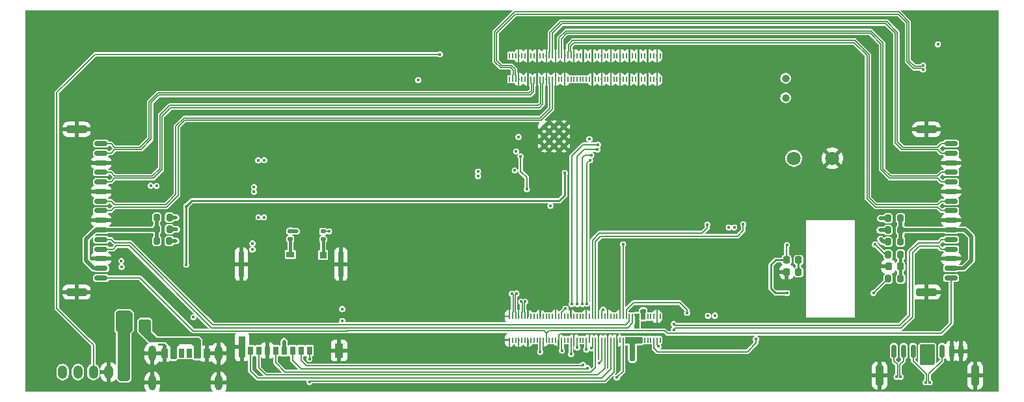
<source format=gtl>
G04 #@! TF.GenerationSoftware,KiCad,Pcbnew,8.0.0-rc1*
G04 #@! TF.CreationDate,2024-11-04T15:19:58+03:00*
G04 #@! TF.ProjectId,Movita_CM4_CT_Router_V3.1,4d6f7669-7461-45f4-934d-345f43545f52,REV1*
G04 #@! TF.SameCoordinates,Original*
G04 #@! TF.FileFunction,Copper,L1,Top*
G04 #@! TF.FilePolarity,Positive*
%FSLAX46Y46*%
G04 Gerber Fmt 4.6, Leading zero omitted, Abs format (unit mm)*
G04 Created by KiCad (PCBNEW 8.0.0-rc1) date 2024-11-04 15:19:58*
%MOMM*%
%LPD*%
G01*
G04 APERTURE LIST*
G04 Aperture macros list*
%AMRoundRect*
0 Rectangle with rounded corners*
0 $1 Rounding radius*
0 $2 $3 $4 $5 $6 $7 $8 $9 X,Y pos of 4 corners*
0 Add a 4 corners polygon primitive as box body*
4,1,4,$2,$3,$4,$5,$6,$7,$8,$9,$2,$3,0*
0 Add four circle primitives for the rounded corners*
1,1,$1+$1,$2,$3*
1,1,$1+$1,$4,$5*
1,1,$1+$1,$6,$7*
1,1,$1+$1,$8,$9*
0 Add four rect primitives between the rounded corners*
20,1,$1+$1,$2,$3,$4,$5,0*
20,1,$1+$1,$4,$5,$6,$7,0*
20,1,$1+$1,$6,$7,$8,$9,0*
20,1,$1+$1,$8,$9,$2,$3,0*%
G04 Aperture macros list end*
G04 #@! TA.AperFunction,SMDPad,CuDef*
%ADD10RoundRect,0.225000X-0.225000X-0.250000X0.225000X-0.250000X0.225000X0.250000X-0.225000X0.250000X0*%
G04 #@! TD*
G04 #@! TA.AperFunction,SMDPad,CuDef*
%ADD11R,2.170000X1.120000*%
G04 #@! TD*
G04 #@! TA.AperFunction,SMDPad,CuDef*
%ADD12R,0.850000X0.850000*%
G04 #@! TD*
G04 #@! TA.AperFunction,ComponentPad*
%ADD13RoundRect,0.250000X0.350000X0.625000X-0.350000X0.625000X-0.350000X-0.625000X0.350000X-0.625000X0*%
G04 #@! TD*
G04 #@! TA.AperFunction,ComponentPad*
%ADD14O,1.200000X1.750000*%
G04 #@! TD*
G04 #@! TA.AperFunction,SMDPad,CuDef*
%ADD15RoundRect,0.225000X0.225000X0.250000X-0.225000X0.250000X-0.225000X-0.250000X0.225000X-0.250000X0*%
G04 #@! TD*
G04 #@! TA.AperFunction,SMDPad,CuDef*
%ADD16R,0.700000X1.150000*%
G04 #@! TD*
G04 #@! TA.AperFunction,SMDPad,CuDef*
%ADD17R,0.800000X1.150000*%
G04 #@! TD*
G04 #@! TA.AperFunction,SMDPad,CuDef*
%ADD18R,0.900000X1.150000*%
G04 #@! TD*
G04 #@! TA.AperFunction,ComponentPad*
%ADD19O,1.000000X2.000000*%
G04 #@! TD*
G04 #@! TA.AperFunction,SMDPad,CuDef*
%ADD20RoundRect,0.200000X-0.200000X-0.275000X0.200000X-0.275000X0.200000X0.275000X-0.200000X0.275000X0*%
G04 #@! TD*
G04 #@! TA.AperFunction,SMDPad,CuDef*
%ADD21RoundRect,0.200000X0.200000X0.275000X-0.200000X0.275000X-0.200000X-0.275000X0.200000X-0.275000X0*%
G04 #@! TD*
G04 #@! TA.AperFunction,SMDPad,CuDef*
%ADD22R,0.200000X0.700000*%
G04 #@! TD*
G04 #@! TA.AperFunction,SMDPad,CuDef*
%ADD23R,0.700000X1.100000*%
G04 #@! TD*
G04 #@! TA.AperFunction,SMDPad,CuDef*
%ADD24R,0.900000X0.930000*%
G04 #@! TD*
G04 #@! TA.AperFunction,SMDPad,CuDef*
%ADD25R,1.050000X0.780000*%
G04 #@! TD*
G04 #@! TA.AperFunction,SMDPad,CuDef*
%ADD26R,0.700000X3.330000*%
G04 #@! TD*
G04 #@! TA.AperFunction,SMDPad,CuDef*
%ADD27R,1.140000X1.830000*%
G04 #@! TD*
G04 #@! TA.AperFunction,SMDPad,CuDef*
%ADD28R,0.860000X2.800000*%
G04 #@! TD*
G04 #@! TA.AperFunction,SMDPad,CuDef*
%ADD29RoundRect,0.135000X-0.185000X0.135000X-0.185000X-0.135000X0.185000X-0.135000X0.185000X0.135000X0*%
G04 #@! TD*
G04 #@! TA.AperFunction,SMDPad,CuDef*
%ADD30RoundRect,0.150000X-0.150000X-0.700000X0.150000X-0.700000X0.150000X0.700000X-0.150000X0.700000X0*%
G04 #@! TD*
G04 #@! TA.AperFunction,SMDPad,CuDef*
%ADD31RoundRect,0.250000X-0.250000X-1.100000X0.250000X-1.100000X0.250000X1.100000X-0.250000X1.100000X0*%
G04 #@! TD*
G04 #@! TA.AperFunction,SMDPad,CuDef*
%ADD32RoundRect,0.150000X-0.700000X0.150000X-0.700000X-0.150000X0.700000X-0.150000X0.700000X0.150000X0*%
G04 #@! TD*
G04 #@! TA.AperFunction,SMDPad,CuDef*
%ADD33RoundRect,0.250000X-1.100000X0.250000X-1.100000X-0.250000X1.100000X-0.250000X1.100000X0.250000X0*%
G04 #@! TD*
G04 #@! TA.AperFunction,ComponentPad*
%ADD34C,0.600000*%
G04 #@! TD*
G04 #@! TA.AperFunction,ComponentPad*
%ADD35C,1.800000*%
G04 #@! TD*
G04 #@! TA.AperFunction,ComponentPad*
%ADD36C,1.000000*%
G04 #@! TD*
G04 #@! TA.AperFunction,ViaPad*
%ADD37C,0.400000*%
G04 #@! TD*
G04 #@! TA.AperFunction,Conductor*
%ADD38C,0.200000*%
G04 #@! TD*
G04 #@! TA.AperFunction,Conductor*
%ADD39C,0.152400*%
G04 #@! TD*
G04 #@! TA.AperFunction,Conductor*
%ADD40C,0.254000*%
G04 #@! TD*
G04 #@! TA.AperFunction,Conductor*
%ADD41C,0.508000*%
G04 #@! TD*
G04 #@! TA.AperFunction,Conductor*
%ADD42C,0.145600*%
G04 #@! TD*
G04 #@! TA.AperFunction,Conductor*
%ADD43C,0.381000*%
G04 #@! TD*
G04 APERTURE END LIST*
D10*
X208183767Y-115219190D03*
X209733767Y-115219190D03*
D11*
X121983767Y-123714190D03*
D12*
X124663767Y-123714190D03*
D13*
X121973767Y-129814190D03*
D14*
X119973767Y-129814190D03*
X117973767Y-129814190D03*
X115973767Y-129814190D03*
X113973767Y-129814190D03*
D15*
X222993767Y-116054190D03*
X221443767Y-116054190D03*
D16*
X129463767Y-127389190D03*
D17*
X131483767Y-127389190D03*
D18*
X132713767Y-127389190D03*
D16*
X130463767Y-127389190D03*
D17*
X128443767Y-127389190D03*
D18*
X127213767Y-127389190D03*
D19*
X125643767Y-127394190D03*
X125643767Y-131194190D03*
X134283767Y-127394190D03*
X134283767Y-131194190D03*
D20*
X221378767Y-112834190D03*
X223028767Y-112834190D03*
D21*
X127878767Y-109674190D03*
X126228767Y-109674190D03*
D22*
X172123767Y-125646458D03*
X172123767Y-122566458D03*
X172523767Y-125646458D03*
X172523767Y-122566458D03*
X172923767Y-125646458D03*
X172923767Y-122566458D03*
X173323767Y-125646458D03*
X173323767Y-122566458D03*
X173723767Y-125646458D03*
X173723767Y-122566458D03*
X174123767Y-125646458D03*
X174123767Y-122566458D03*
X174523767Y-125646458D03*
X174523767Y-122566458D03*
X174923767Y-125646458D03*
X174923767Y-122566458D03*
X175323767Y-125646458D03*
X175323767Y-122566458D03*
X175723767Y-125646458D03*
X175723767Y-122566458D03*
X176123767Y-125646458D03*
X176123767Y-122566458D03*
X176523767Y-125646458D03*
X176523767Y-122566458D03*
X176923767Y-125646458D03*
X176923767Y-122566458D03*
X177323767Y-125646458D03*
X177323767Y-122566458D03*
X177723767Y-125646458D03*
X177723767Y-122566458D03*
X178123767Y-125646458D03*
X178123767Y-122566458D03*
X178523767Y-125646458D03*
X178523767Y-122566458D03*
X178923767Y-125646458D03*
X178923767Y-122566458D03*
X179323767Y-125646458D03*
X179323767Y-122566458D03*
X179723767Y-125646458D03*
X179723767Y-122566458D03*
X180123767Y-125646458D03*
X180123767Y-122566458D03*
X180523767Y-125646458D03*
X180523767Y-122566458D03*
X180923767Y-125646458D03*
X180923767Y-122566458D03*
X181323767Y-125646458D03*
X181323767Y-122566458D03*
X181723767Y-125646458D03*
X181723767Y-122566458D03*
X182123767Y-125646458D03*
X182123767Y-122566458D03*
X182523767Y-125646458D03*
X182523767Y-122566458D03*
X182923767Y-125646458D03*
X182923767Y-122566458D03*
X183323767Y-125646458D03*
X183323767Y-122566458D03*
X183723767Y-125646458D03*
X183723767Y-122566458D03*
X184123767Y-125646458D03*
X184123767Y-122566458D03*
X184523767Y-125646458D03*
X184523767Y-122566458D03*
X184923767Y-125646458D03*
X184923767Y-122566458D03*
X185323767Y-125646458D03*
X185323767Y-122566458D03*
X185723767Y-125646458D03*
X185723767Y-122566458D03*
X186123767Y-125646458D03*
X186123767Y-122566458D03*
X186523767Y-125646458D03*
X186523767Y-122566458D03*
X186923767Y-125646458D03*
X186923767Y-122566458D03*
X187323767Y-125646458D03*
X187323767Y-122566458D03*
X187723767Y-125646458D03*
X187723767Y-122566458D03*
X188123767Y-125646458D03*
X188123767Y-122566458D03*
X188523767Y-125646458D03*
X188523767Y-122566458D03*
X188923767Y-125646458D03*
X188923767Y-122566458D03*
X189323767Y-125646458D03*
X189323767Y-122566458D03*
X189723767Y-125646458D03*
X189723767Y-122566458D03*
X190123767Y-125646458D03*
X190123767Y-122566458D03*
X190523767Y-125646458D03*
X190523767Y-122566458D03*
X190923767Y-125646458D03*
X190923767Y-122566458D03*
X191323767Y-125646458D03*
X191323767Y-122566458D03*
X191723767Y-125646458D03*
X191723767Y-122566458D03*
D23*
X146083767Y-127014190D03*
X144983767Y-127014190D03*
X143883767Y-127014190D03*
X142783767Y-127014190D03*
X141683767Y-127014190D03*
X140583767Y-127014190D03*
X139483767Y-127014190D03*
X138383767Y-127014190D03*
D24*
X147873767Y-114549190D03*
D25*
X143608767Y-114474190D03*
D26*
X150183767Y-115749190D03*
D27*
X149963767Y-126999190D03*
D28*
X137303767Y-126514190D03*
D26*
X137223767Y-115749190D03*
D29*
X143603767Y-111454190D03*
X143603767Y-112474190D03*
D15*
X209743767Y-116769190D03*
X208193767Y-116769190D03*
D21*
X223033767Y-114504190D03*
X221383767Y-114504190D03*
D30*
X222153767Y-127084190D03*
X223403767Y-127084190D03*
X224653767Y-127084190D03*
X225903767Y-127084190D03*
X227153767Y-127084190D03*
X228403767Y-127084190D03*
X229653767Y-127084190D03*
X230903767Y-127084190D03*
D31*
X220303767Y-130284190D03*
X232753767Y-130284190D03*
D20*
X221378767Y-111304190D03*
X223028767Y-111304190D03*
D21*
X223043767Y-117624190D03*
X221393767Y-117624190D03*
D32*
X118983767Y-100034190D03*
X118983767Y-101284190D03*
X118983767Y-102534190D03*
X118983767Y-103784190D03*
X118983767Y-105034190D03*
X118983767Y-106284190D03*
X118983767Y-107534190D03*
X118983767Y-108784190D03*
X118983767Y-110034190D03*
X118983767Y-111284190D03*
X118983767Y-112534190D03*
X118983767Y-113784190D03*
D33*
X115783767Y-98184190D03*
D32*
X118983767Y-115034190D03*
D33*
X115783767Y-119384190D03*
D32*
X118983767Y-116284190D03*
X118983767Y-117534190D03*
D20*
X221378767Y-109774190D03*
X223028767Y-109774190D03*
D32*
X229603767Y-100034190D03*
X229603767Y-101284190D03*
X229603767Y-102534190D03*
X229603767Y-103784190D03*
X229603767Y-105034190D03*
X229603767Y-106284190D03*
X229603767Y-107534190D03*
X229603767Y-108784190D03*
X229603767Y-110034190D03*
X229603767Y-111284190D03*
X229603767Y-112534190D03*
X229603767Y-113784190D03*
D33*
X226403767Y-98184190D03*
D32*
X229603767Y-115034190D03*
D33*
X226403767Y-119384190D03*
D32*
X229603767Y-116284190D03*
X229603767Y-117534190D03*
D22*
X172123767Y-91646458D03*
X172123767Y-88566458D03*
X172523767Y-91646458D03*
X172523767Y-88566458D03*
X172923767Y-91646458D03*
X172923767Y-88566458D03*
X173323767Y-91646458D03*
X173323767Y-88566458D03*
X173723767Y-91646458D03*
X173723767Y-88566458D03*
X174123767Y-91646458D03*
X174123767Y-88566458D03*
X174523767Y-91646458D03*
X174523767Y-88566458D03*
X174923767Y-91646458D03*
X174923767Y-88566458D03*
X175323767Y-91646458D03*
X175323767Y-88566458D03*
X175723767Y-91646458D03*
X175723767Y-88566458D03*
X176123767Y-91646458D03*
X176123767Y-88566458D03*
X176523767Y-91646458D03*
X176523767Y-88566458D03*
X176923767Y-91646458D03*
X176923767Y-88566458D03*
X177323767Y-91646458D03*
X177323767Y-88566458D03*
X177723767Y-91646458D03*
X177723767Y-88566458D03*
X178123767Y-91646458D03*
X178123767Y-88566458D03*
X178523767Y-91646458D03*
X178523767Y-88566458D03*
X178923767Y-91646458D03*
X178923767Y-88566458D03*
X179323767Y-91646458D03*
X179323767Y-88566458D03*
X179723767Y-91646458D03*
X179723767Y-88566458D03*
X180123767Y-91646458D03*
X180123767Y-88566458D03*
X180523767Y-91646458D03*
X180523767Y-88566458D03*
X180923767Y-91646458D03*
X180923767Y-88566458D03*
X181323767Y-91646458D03*
X181323767Y-88566458D03*
X181723767Y-91646458D03*
X181723767Y-88566458D03*
X182123767Y-91646458D03*
X182123767Y-88566458D03*
X182523767Y-91646458D03*
X182523767Y-88566458D03*
X182923767Y-91646458D03*
X182923767Y-88566458D03*
X183323767Y-91646458D03*
X183323767Y-88566458D03*
X183723767Y-91646458D03*
X183723767Y-88566458D03*
X184123767Y-91646458D03*
X184123767Y-88566458D03*
X184523767Y-91646458D03*
X184523767Y-88566458D03*
X184923767Y-91646458D03*
X184923767Y-88566458D03*
X185323767Y-91646458D03*
X185323767Y-88566458D03*
X185723767Y-91646458D03*
X185723767Y-88566458D03*
X186123767Y-91646458D03*
X186123767Y-88566458D03*
X186523767Y-91646458D03*
X186523767Y-88566458D03*
X186923767Y-91646458D03*
X186923767Y-88566458D03*
X187323767Y-91646458D03*
X187323767Y-88566458D03*
X187723767Y-91646458D03*
X187723767Y-88566458D03*
X188123767Y-91646458D03*
X188123767Y-88566458D03*
X188523767Y-91646458D03*
X188523767Y-88566458D03*
X188923767Y-91646458D03*
X188923767Y-88566458D03*
X189323767Y-91646458D03*
X189323767Y-88566458D03*
X189723767Y-91646458D03*
X189723767Y-88566458D03*
X190123767Y-91646458D03*
X190123767Y-88566458D03*
X190523767Y-91646458D03*
X190523767Y-88566458D03*
X190923767Y-91646458D03*
X190923767Y-88566458D03*
X191323767Y-91646458D03*
X191323767Y-88566458D03*
X191723767Y-91646458D03*
X191723767Y-88566458D03*
D21*
X127863767Y-112724190D03*
X126213767Y-112724190D03*
D29*
X147873767Y-111484190D03*
X147873767Y-112504190D03*
D21*
X127878767Y-111204190D03*
X126228767Y-111204190D03*
D34*
X179211603Y-97814190D03*
X177936603Y-97814190D03*
X176661603Y-97814190D03*
X179211603Y-99089190D03*
X177936603Y-99089190D03*
X176661603Y-99089190D03*
X179211603Y-100364190D03*
X177936603Y-100364190D03*
X176661603Y-100364190D03*
D35*
X209143767Y-101944190D03*
X214143767Y-101944190D03*
D36*
X208073767Y-94054190D03*
X208073767Y-91514190D03*
D37*
X169703767Y-116404190D03*
X193333767Y-126174190D03*
X217773767Y-99734190D03*
X188113767Y-87478290D03*
X131303767Y-92734190D03*
X205473767Y-112544190D03*
X205123767Y-86114190D03*
X183553767Y-84874190D03*
X162833767Y-97504190D03*
X148913767Y-98794190D03*
X221633767Y-94354190D03*
X145343767Y-89464190D03*
X156523767Y-131604190D03*
X184313767Y-112964190D03*
X199803767Y-114324190D03*
X216183767Y-86114190D03*
X138723767Y-96054190D03*
X221613767Y-91864190D03*
X187593767Y-117574190D03*
X199653767Y-115804190D03*
X132373767Y-89464190D03*
X184803767Y-84874190D03*
X172363767Y-98994190D03*
X154093767Y-89424190D03*
X131363767Y-97684190D03*
X147593767Y-98784190D03*
X158723767Y-110634190D03*
X190753767Y-84870090D03*
X192933767Y-117558290D03*
X196613767Y-115804190D03*
X122753767Y-101474190D03*
X151523767Y-97634190D03*
X114243767Y-111694190D03*
X207523767Y-123164190D03*
X140293767Y-96024190D03*
X115863767Y-117574190D03*
X178333767Y-121094190D03*
X115493767Y-92594190D03*
X221033767Y-120304190D03*
X152813767Y-112454190D03*
X219333767Y-87194190D03*
X139443767Y-87384190D03*
X218883767Y-84874190D03*
X176533767Y-85354190D03*
X194593767Y-86114190D03*
X151493767Y-96014190D03*
X213253767Y-83634190D03*
X164073767Y-131664190D03*
X219653767Y-88304190D03*
X182523767Y-86114190D03*
X169303767Y-87974190D03*
X155413767Y-87354190D03*
X220193767Y-83634190D03*
X221593767Y-86984190D03*
X161943767Y-110584190D03*
X174493767Y-92624190D03*
X202513767Y-84874190D03*
X213293767Y-86114190D03*
X206747752Y-116648299D03*
X215313767Y-123164190D03*
X163353767Y-112374190D03*
X175883767Y-131614190D03*
X201013767Y-115800090D03*
X146213767Y-100544190D03*
X179423767Y-112354190D03*
X125833767Y-92894190D03*
X164063767Y-94394190D03*
X221603767Y-90634190D03*
X221613767Y-99704190D03*
X159573767Y-131584190D03*
X224933767Y-99824190D03*
X190113767Y-114328290D03*
X191303767Y-112724190D03*
X145343767Y-87384190D03*
X211193767Y-123104190D03*
X184083767Y-120964190D03*
X167633767Y-117934190D03*
X114233767Y-116024190D03*
X150163767Y-92654190D03*
X221833767Y-120994190D03*
X127333767Y-89444190D03*
X171893767Y-90754190D03*
X223253767Y-89404190D03*
X117093767Y-100754190D03*
X168623767Y-110594190D03*
X174933767Y-84224190D03*
X220313767Y-85134190D03*
X222143767Y-84275153D03*
X217843767Y-105764190D03*
X188653767Y-115824190D03*
X143773767Y-89474190D03*
X179363767Y-118224190D03*
X193813767Y-115804190D03*
X171063767Y-98994190D03*
X193293767Y-83634190D03*
X129983767Y-97744190D03*
X179373767Y-113704190D03*
X162553767Y-131664190D03*
X178233767Y-92784190D03*
X224243767Y-101464190D03*
X120693767Y-87214190D03*
X143243767Y-128984190D03*
X176123767Y-115824190D03*
X111933767Y-98654190D03*
X177613767Y-121134190D03*
X191693767Y-117558290D03*
X221863767Y-123144190D03*
X115853767Y-114564190D03*
X111923767Y-103964190D03*
X170423767Y-118244190D03*
X222083767Y-103184190D03*
X183013767Y-106804190D03*
X173583767Y-92914190D03*
X221603767Y-96794190D03*
X218453767Y-125404190D03*
X172813767Y-127354190D03*
X155203767Y-92674190D03*
X188823767Y-117578290D03*
X115823767Y-100114190D03*
X124383767Y-95324190D03*
X207283767Y-114154190D03*
X167673767Y-120354190D03*
X224133767Y-107214190D03*
X113723767Y-123394190D03*
X155623767Y-112464190D03*
X221643767Y-89344190D03*
X223493767Y-96884190D03*
X149033767Y-131664190D03*
X157153767Y-110664190D03*
X172293767Y-94324190D03*
X145003767Y-98744190D03*
X111963767Y-96084190D03*
X114153767Y-105334190D03*
X111983767Y-120174190D03*
X117433767Y-128004190D03*
X183723767Y-124944190D03*
X223213767Y-93184190D03*
X147443767Y-92684190D03*
X139443767Y-89464190D03*
X177783767Y-114014190D03*
X182473767Y-83629790D03*
X219723767Y-89424190D03*
X200453767Y-87474190D03*
X129943767Y-87254190D03*
X224083767Y-105334190D03*
X112003767Y-116024190D03*
X114223767Y-127474190D03*
X209123767Y-84874190D03*
X226093767Y-103194190D03*
X151483767Y-94404190D03*
X114203767Y-108554190D03*
X224153767Y-103194190D03*
X219713767Y-98424190D03*
X187993767Y-86118290D03*
X200293767Y-83634190D03*
X112023767Y-113174190D03*
X136583767Y-87364190D03*
X223183767Y-88304190D03*
X170643767Y-90744190D03*
X160263767Y-110604190D03*
X148453767Y-87324190D03*
X169477183Y-89672470D03*
X204653767Y-113164190D03*
X202193767Y-114294190D03*
X219683767Y-90714190D03*
X175543767Y-112134190D03*
X152773767Y-110664190D03*
X218423767Y-123144190D03*
X219713767Y-94434190D03*
X154103767Y-110684190D03*
X169643767Y-114254190D03*
X143483767Y-92644190D03*
X173243767Y-131584190D03*
X129673767Y-106354190D03*
X194983767Y-126154190D03*
X213483767Y-125444190D03*
X175713767Y-110564190D03*
X222243767Y-108794190D03*
X206433767Y-83634190D03*
X137953767Y-89474190D03*
X191953767Y-83634190D03*
X177693767Y-117224190D03*
X127943767Y-102204190D03*
X114183767Y-102694190D03*
X209142638Y-125440170D03*
X183723767Y-124944190D03*
X119013767Y-87234190D03*
X135293767Y-87364190D03*
X115773767Y-105394190D03*
X167223767Y-110634190D03*
X152773767Y-89414190D03*
X205253767Y-115334190D03*
X159383767Y-87344190D03*
X190253767Y-117578290D03*
X195063767Y-115804190D03*
X219693767Y-91944190D03*
X203843767Y-119024190D03*
X116833767Y-103264190D03*
X141863767Y-97614190D03*
X133153767Y-100544190D03*
X171193767Y-110624190D03*
X138783767Y-100544190D03*
X223503767Y-121054190D03*
X217763767Y-93134190D03*
X192793767Y-114308290D03*
X150313767Y-98754190D03*
X132793767Y-92724190D03*
X114233767Y-110124190D03*
X122063767Y-87214190D03*
X173003767Y-84294190D03*
X187793767Y-112774190D03*
X131303767Y-87284190D03*
X171033767Y-115824190D03*
X180973767Y-127254190D03*
X196423767Y-87474190D03*
X154143767Y-112474190D03*
X172993767Y-110594190D03*
X140963767Y-89464190D03*
X187973767Y-84878290D03*
X172013767Y-121254190D03*
X150253767Y-100524190D03*
X118973767Y-89454190D03*
X132943767Y-98824190D03*
X143633767Y-98744190D03*
X141823767Y-94384190D03*
X132813767Y-94444190D03*
X218863767Y-83634190D03*
X111923767Y-105334190D03*
X190083767Y-115824190D03*
X127993767Y-96984190D03*
X216303767Y-87474190D03*
X195093767Y-114308290D03*
X114193767Y-101374190D03*
X219683767Y-96874190D03*
X135673767Y-96074190D03*
X215343767Y-125424190D03*
X148453767Y-89404190D03*
X184223767Y-99174190D03*
X133973767Y-89384190D03*
X178243767Y-94404190D03*
X186313767Y-127174190D03*
X115793767Y-107074190D03*
X211733767Y-86114190D03*
X125973767Y-100444190D03*
X198263767Y-114312390D03*
X189413767Y-86114190D03*
X152753767Y-94404190D03*
X206794229Y-112352812D03*
X209143767Y-86114190D03*
X190773767Y-86110090D03*
X170363767Y-119264190D03*
X202493767Y-83634190D03*
X129963767Y-98864190D03*
X197563767Y-86114190D03*
X129953767Y-94424190D03*
X217503767Y-84874190D03*
X203853767Y-86114190D03*
X211693767Y-83634190D03*
X183573767Y-86114190D03*
X164323767Y-99025090D03*
X151503767Y-87304190D03*
X124443767Y-98794190D03*
X160303767Y-112394190D03*
X179523767Y-109724190D03*
X189513767Y-112724190D03*
X203833767Y-84874190D03*
X134333767Y-94444190D03*
X165943767Y-112414190D03*
X143573767Y-100514190D03*
X154153767Y-97664190D03*
X111943767Y-107014190D03*
X170573767Y-83874190D03*
X133973767Y-87304190D03*
X124463767Y-97734190D03*
X148853767Y-100564190D03*
X210403767Y-83634190D03*
X147463767Y-94404190D03*
X202653767Y-87474190D03*
X177113767Y-127504190D03*
X136583767Y-89444190D03*
X166883767Y-131674190D03*
X220903767Y-108775090D03*
X144883767Y-95974190D03*
X207793767Y-84870090D03*
X192113767Y-87474190D03*
X189213767Y-110804190D03*
X181283767Y-86114190D03*
X128633767Y-89474190D03*
X214843767Y-87474190D03*
X226873767Y-99824190D03*
X125503767Y-101124190D03*
X144873767Y-94364190D03*
X146273767Y-98774190D03*
X176843767Y-112164190D03*
X121113767Y-98764190D03*
X185863767Y-110844190D03*
X196783767Y-117558290D03*
X223373767Y-119034190D03*
X132823767Y-96054190D03*
X150183767Y-94374190D03*
X128663767Y-94424190D03*
X188683767Y-114328290D03*
X158763767Y-112424190D03*
X187953767Y-83638290D03*
X182083767Y-131654190D03*
X135703767Y-97694190D03*
X172443767Y-92924190D03*
X144853767Y-92644190D03*
X137213767Y-100554190D03*
X221583767Y-95564190D03*
X201353767Y-83634190D03*
X184413767Y-115824190D03*
X186493767Y-87474190D03*
X172313767Y-114010090D03*
X124443767Y-96604190D03*
X164583767Y-110614190D03*
X162883767Y-100614190D03*
X170383767Y-120504190D03*
X135643767Y-92744190D03*
X151553767Y-100554190D03*
X140963767Y-87384190D03*
X146143767Y-94394190D03*
X214723767Y-86114190D03*
X211853767Y-87474190D03*
X167673767Y-121404190D03*
X172993767Y-117204190D03*
X217803767Y-102614190D03*
X137153767Y-96064190D03*
X129763767Y-104444190D03*
X171473767Y-82994190D03*
X137123767Y-92734190D03*
X161543767Y-97564190D03*
X152733767Y-92684190D03*
X219723767Y-104284190D03*
X179273767Y-131644190D03*
X197543767Y-84874190D03*
X191053767Y-110744190D03*
X169963767Y-112414190D03*
X224056754Y-108818035D03*
X161853767Y-89414190D03*
X221633767Y-98344190D03*
X140283767Y-94414190D03*
X140413767Y-98794190D03*
X180263767Y-86114190D03*
X135663767Y-94464190D03*
X148783767Y-94414190D03*
X160743767Y-87374190D03*
X226073767Y-107214190D03*
X177223767Y-84144190D03*
X178163767Y-126564190D03*
X175293767Y-121204190D03*
X118425753Y-125747384D03*
X177903767Y-127474190D03*
X131263767Y-89504190D03*
X181403767Y-87474190D03*
X180113767Y-84874190D03*
X194713767Y-87474190D03*
X167263767Y-112424190D03*
X167273767Y-99024190D03*
X114193767Y-96084190D03*
X182493767Y-84869790D03*
X161983767Y-112374190D03*
X211713767Y-84874190D03*
X115663767Y-121434190D03*
X196983767Y-126154190D03*
X119373767Y-98774190D03*
X147513767Y-131664190D03*
X184263767Y-114314190D03*
X193313767Y-84874190D03*
X203813767Y-83634190D03*
X127303767Y-94504190D03*
X173503767Y-90624190D03*
X135793767Y-98844190D03*
X174613767Y-114010090D03*
X186143767Y-118994190D03*
X151293767Y-112454190D03*
X206473767Y-86114190D03*
X111973767Y-108554190D03*
X183533767Y-83634190D03*
X226183767Y-101464190D03*
X154113767Y-94434190D03*
X131333767Y-96064190D03*
X152793767Y-97634190D03*
X192763767Y-115804190D03*
X115873767Y-122914190D03*
X151503767Y-89384190D03*
X187553767Y-115814190D03*
X207863767Y-111534190D03*
X221573767Y-88224190D03*
X198883767Y-84874190D03*
X221083767Y-85864190D03*
X115853767Y-127414190D03*
X129933767Y-92704190D03*
X147503767Y-97634190D03*
X209253767Y-123124190D03*
X149763767Y-110674190D03*
X199023767Y-87474190D03*
X154983767Y-131634190D03*
X127893767Y-98094190D03*
X176193767Y-117284190D03*
X202443767Y-125834190D03*
X202533767Y-86114190D03*
X171233767Y-86254190D03*
X158203767Y-131584190D03*
X217363767Y-88284190D03*
X117643767Y-124904190D03*
X177013767Y-110594190D03*
X129963767Y-96034190D03*
X161563767Y-100604190D03*
X189393767Y-84874190D03*
X186333767Y-83634190D03*
X221583767Y-83644190D03*
X201513767Y-87474190D03*
X156813767Y-89394190D03*
X167933767Y-96024190D03*
X146123767Y-92674190D03*
X151613767Y-98784190D03*
X137143767Y-94454190D03*
X223503767Y-99794190D03*
X112003767Y-110124190D03*
X176543767Y-86884190D03*
X134313767Y-92724190D03*
X171013767Y-121364190D03*
X113163767Y-92094190D03*
X193345903Y-110793360D03*
X115833767Y-104184190D03*
X178683767Y-85364190D03*
X196643767Y-114308290D03*
X219683767Y-93184190D03*
X150223767Y-97604190D03*
X200333767Y-86114190D03*
X176163767Y-114010090D03*
X170023767Y-131634190D03*
X141953767Y-98764190D03*
X220093767Y-125424190D03*
X117093767Y-88304190D03*
X222063767Y-107204190D03*
X211193767Y-125474190D03*
X143543767Y-97594190D03*
X112003767Y-114504190D03*
X158973767Y-100564190D03*
X178283767Y-110594190D03*
X121193767Y-101494190D03*
X138953767Y-128544190D03*
X140323767Y-97644190D03*
X126073767Y-97684190D03*
X160743767Y-89454190D03*
X169373767Y-86414190D03*
X161483767Y-94424190D03*
X219693767Y-99784190D03*
X150133767Y-87304190D03*
X112013767Y-111694190D03*
X163313767Y-110584190D03*
X111963767Y-101374190D03*
X124196282Y-101483313D03*
X155263767Y-97624190D03*
X143513767Y-95974190D03*
X156813767Y-87314190D03*
X123333767Y-87244190D03*
X199823767Y-117558290D03*
X111983767Y-118884190D03*
X217483767Y-83634190D03*
X186373767Y-86114190D03*
X210443767Y-86114190D03*
X174573767Y-115824190D03*
X168633767Y-100504190D03*
X174623767Y-127384190D03*
X144913767Y-97594190D03*
X132413767Y-87244190D03*
X204853767Y-117334190D03*
X193843767Y-114308290D03*
X179383767Y-119274190D03*
X207553767Y-125424190D03*
X174613767Y-131584190D03*
X131453767Y-98834190D03*
X148823767Y-97644190D03*
X178113767Y-112164190D03*
X177753767Y-131644190D03*
X165723767Y-100514190D03*
X221913767Y-122014190D03*
X213273767Y-84874190D03*
X217773767Y-91894190D03*
X146913767Y-89434190D03*
X134373767Y-97674190D03*
X209103767Y-83634190D03*
X174143767Y-112174190D03*
X115863767Y-111754190D03*
X162873767Y-92744190D03*
X217803767Y-104234190D03*
X191523767Y-115804190D03*
X191973767Y-84874190D03*
X114243767Y-117514190D03*
X213453767Y-123184190D03*
X205243767Y-87474190D03*
X216798420Y-125423454D03*
X219713767Y-101244190D03*
X118715784Y-127368583D03*
X146153767Y-96004190D03*
X153413767Y-131664190D03*
X144943767Y-100514190D03*
X206453767Y-84874190D03*
X184783767Y-83634190D03*
X202533767Y-117734190D03*
X173363767Y-114010090D03*
X176763767Y-121154190D03*
X154093767Y-87344190D03*
X222173767Y-101454190D03*
X171233767Y-112414190D03*
X224913767Y-86944190D03*
X171233767Y-92914190D03*
X115723767Y-89534190D03*
X114193767Y-121424190D03*
X160843767Y-131614190D03*
X114223767Y-94724190D03*
X219763767Y-105814190D03*
X114233767Y-114504190D03*
X226103767Y-108894190D03*
X173233767Y-89764190D03*
X223213767Y-90714190D03*
X114153767Y-103964190D03*
X223223767Y-91944190D03*
X180113767Y-83619590D03*
X128673767Y-96034190D03*
X185813767Y-114384190D03*
X217793767Y-101194190D03*
X127373767Y-87224190D03*
X167633767Y-119174190D03*
X178243767Y-93724190D03*
X175603767Y-93814190D03*
X164283767Y-100574190D03*
X115853767Y-116084190D03*
X129653767Y-102194190D03*
X183653767Y-131644190D03*
X195233767Y-117558290D03*
X115813767Y-101434190D03*
X169613767Y-96054190D03*
X186353767Y-84874190D03*
X157193767Y-112454190D03*
X206593767Y-87474190D03*
X171873767Y-85144190D03*
X183063767Y-105454190D03*
X224863767Y-88294190D03*
X116767370Y-123977450D03*
X207773767Y-83630090D03*
X126053767Y-96554190D03*
X191553767Y-114308290D03*
X111953767Y-102694190D03*
X214683767Y-83634190D03*
X127323767Y-92644190D03*
X131663767Y-100554190D03*
X221603767Y-93104190D03*
X146913767Y-87354190D03*
X207933767Y-87470090D03*
X223233767Y-86954190D03*
X216143767Y-83634190D03*
X161853767Y-87334190D03*
X183013767Y-104314190D03*
X124793767Y-93804190D03*
X136003767Y-100564190D03*
X143503767Y-94364190D03*
X184373767Y-118754190D03*
X187783767Y-119024190D03*
X126053767Y-98744190D03*
X168433767Y-99014190D03*
X179533767Y-86604190D03*
X184223767Y-110854190D03*
X114203767Y-100054190D03*
X185223767Y-131614190D03*
X157603767Y-100564190D03*
X207813767Y-86110090D03*
X151463767Y-92684190D03*
X111923767Y-121494190D03*
X171263767Y-88984190D03*
X167253767Y-100524190D03*
X148793767Y-96024190D03*
X197523767Y-83634190D03*
X183033767Y-108344190D03*
X198403767Y-117562390D03*
X179353767Y-115824190D03*
X198233767Y-115808290D03*
X148763767Y-92694190D03*
X165903767Y-110624190D03*
X117287938Y-126699281D03*
X146183767Y-97624190D03*
X217493767Y-86144190D03*
X155223767Y-94394190D03*
X181263767Y-84874190D03*
X177743767Y-115828290D03*
X203383767Y-114284190D03*
X184923767Y-124944190D03*
X172273767Y-115824190D03*
X115873767Y-113234190D03*
X184223767Y-98474190D03*
X193453767Y-87474190D03*
X189533767Y-87474190D03*
X161473767Y-92774190D03*
X189373767Y-83634190D03*
X187513767Y-110804190D03*
X205103767Y-84874190D03*
X200313767Y-84874190D03*
X132853767Y-97674190D03*
X187483767Y-114274190D03*
X138713767Y-94444190D03*
X204103767Y-116624190D03*
X185903767Y-117574190D03*
X142293767Y-89484190D03*
X193983767Y-117558290D03*
X122973767Y-98684190D03*
X154093767Y-92714190D03*
X125933767Y-89484190D03*
X114203767Y-125384190D03*
X138753767Y-97674190D03*
X111993767Y-94724190D03*
X114253767Y-113174190D03*
X134673767Y-100544190D03*
X171073767Y-114010090D03*
X131323767Y-94454190D03*
X137273767Y-98834190D03*
X130083767Y-100594190D03*
X198863767Y-83634190D03*
X174763767Y-117164190D03*
X174539667Y-121224190D03*
X194553767Y-83634190D03*
X178223767Y-83684190D03*
X191993767Y-86114190D03*
X112863767Y-122604190D03*
X169623767Y-84954190D03*
X150193767Y-95984190D03*
X216163767Y-84874190D03*
X196303767Y-86114190D03*
X176103767Y-121184190D03*
X154123767Y-96044190D03*
X129903767Y-89474190D03*
X127963767Y-100284190D03*
X217743767Y-95594190D03*
X134343767Y-96054190D03*
X138693767Y-92724190D03*
X219663767Y-95644190D03*
X141833767Y-95994190D03*
X164623767Y-112404190D03*
X116463767Y-91614190D03*
X150133767Y-89384190D03*
X169923767Y-110624190D03*
X201393767Y-86114190D03*
X206243767Y-114294190D03*
X147533767Y-100554190D03*
X151253767Y-110664190D03*
X147473767Y-96014190D03*
X116173767Y-125754190D03*
X128673767Y-87254190D03*
X181243767Y-83634190D03*
X164133767Y-97454190D03*
X186053767Y-115824190D03*
X114183767Y-93614190D03*
X124613767Y-89474190D03*
X186363767Y-120914190D03*
X111973767Y-100054190D03*
X174833767Y-94284190D03*
X196283767Y-84874190D03*
X203973767Y-87474190D03*
X180603767Y-131664190D03*
X134463767Y-98824190D03*
X220063767Y-123164190D03*
X124943767Y-108844190D03*
X123293767Y-89464190D03*
X201373767Y-84874190D03*
X216768420Y-123163454D03*
X193393767Y-112744190D03*
X184823767Y-86114190D03*
X217793767Y-98374190D03*
X179573767Y-108374190D03*
X198903767Y-86114190D03*
X217763767Y-90664190D03*
X168083767Y-115754190D03*
X128593767Y-108334190D03*
X120653767Y-89434190D03*
X128643767Y-92704190D03*
X172823767Y-112164190D03*
X210563767Y-87474190D03*
X159383767Y-89424190D03*
X184353767Y-117454190D03*
X111953767Y-93614190D03*
X184943767Y-87474190D03*
X223523767Y-98434190D03*
X115853767Y-110184190D03*
X142293767Y-87404190D03*
X206828384Y-118160155D03*
X218513767Y-86484190D03*
X117663767Y-90394190D03*
X171231444Y-117258547D03*
X222013767Y-105324190D03*
X117683767Y-102424190D03*
X155413767Y-89434190D03*
X210423767Y-84874190D03*
X168733767Y-115064190D03*
X111963767Y-97354190D03*
X152773767Y-87334190D03*
X193333767Y-86114190D03*
X185173767Y-120914190D03*
X190733767Y-83630090D03*
X167633767Y-116884190D03*
X149803767Y-112464190D03*
X125973767Y-87264190D03*
X112013767Y-117514190D03*
X151843767Y-131674190D03*
X115823767Y-108614190D03*
X186133767Y-124944190D03*
X209263767Y-87474190D03*
X214703767Y-84874190D03*
X162823767Y-94424190D03*
X114173767Y-107014190D03*
X122023767Y-89434190D03*
X114413767Y-91104190D03*
X205533767Y-118124190D03*
X174313767Y-110604190D03*
X158113767Y-87344190D03*
X171183767Y-87484190D03*
X217793767Y-94384190D03*
X158113767Y-89424190D03*
X205083767Y-83634190D03*
X179393767Y-117244190D03*
X171563767Y-131604190D03*
X226023767Y-105334190D03*
X138843767Y-98824190D03*
X150363767Y-131684190D03*
X164183767Y-92664190D03*
X213413767Y-87474190D03*
X162923767Y-99025090D03*
X135293767Y-89444190D03*
X183063767Y-102964190D03*
X141803767Y-92664190D03*
X202233767Y-115804190D03*
X220433767Y-107134190D03*
X203573767Y-115804190D03*
X155233767Y-96004190D03*
X124653767Y-87254190D03*
X126303767Y-95244190D03*
X152763767Y-96014190D03*
X143773767Y-87394190D03*
X217803767Y-89374190D03*
X176883767Y-126614190D03*
X194573767Y-84874190D03*
X173323767Y-115824190D03*
X165403767Y-131684190D03*
X165723767Y-98994190D03*
X137183767Y-97684190D03*
X201183767Y-117554190D03*
X140263767Y-92694190D03*
X217813767Y-107454190D03*
X197683767Y-87474190D03*
X196263767Y-83634190D03*
X183693767Y-87474190D03*
X161543767Y-99025090D03*
X168663767Y-112384190D03*
X182643767Y-87474190D03*
X168453767Y-131664190D03*
X219723767Y-102664190D03*
X173453767Y-94314190D03*
X190893767Y-87470090D03*
X179143767Y-83634190D03*
X182983767Y-109694190D03*
X169803767Y-98989190D03*
X127923767Y-98994190D03*
X217763767Y-96824190D03*
X155583767Y-110674190D03*
X137953767Y-87394190D03*
X127983767Y-104494190D03*
X226265267Y-131154190D03*
X226792267Y-131154190D03*
X208228767Y-113249190D03*
X208243767Y-119524190D03*
X197883767Y-110584190D03*
X202553767Y-110534190D03*
X219703767Y-113174190D03*
X219493767Y-119514190D03*
X195243767Y-122094190D03*
X178943767Y-127024190D03*
X193503767Y-123534190D03*
X179413767Y-121534190D03*
X193503767Y-124284190D03*
X176123767Y-127194190D03*
X189523767Y-121794190D03*
X148643767Y-111484190D03*
X186923767Y-113154190D03*
X186083767Y-130544190D03*
X225941139Y-89830690D03*
X225941139Y-90357690D03*
X180143767Y-127494190D03*
X180223767Y-120954190D03*
X183655213Y-100192744D03*
X180963767Y-120954190D03*
X183563767Y-100814190D03*
X180923767Y-126620569D03*
X182770213Y-101537744D03*
X182123767Y-126874190D03*
X181603767Y-120934190D03*
X182823767Y-126714190D03*
X182593767Y-102204190D03*
X182213767Y-120904190D03*
X204203767Y-125524190D03*
X181713767Y-128895636D03*
X183823767Y-128614190D03*
X184323767Y-121664190D03*
X182275213Y-129295636D03*
X146083767Y-128114190D03*
X146083767Y-131095636D03*
X128723767Y-109674190D03*
X220353767Y-111304190D03*
X191503767Y-126464190D03*
X173660267Y-120634190D03*
X174187267Y-120634190D03*
X223042267Y-130434190D03*
X222515267Y-130434190D03*
X173033767Y-119584190D03*
X172433767Y-119604190D03*
X198863142Y-122462315D03*
X144413767Y-111454190D03*
X197963142Y-122472315D03*
X220403767Y-109774190D03*
X150363767Y-121604190D03*
X128803767Y-111204190D03*
X142783767Y-125834190D03*
X200663767Y-110954190D03*
X138671267Y-113826690D03*
X150373767Y-123154190D03*
X220440492Y-112497465D03*
X138681267Y-113056690D03*
X201383767Y-110954190D03*
X128713767Y-112724190D03*
X177456603Y-108131354D03*
X121633767Y-116094190D03*
X121243767Y-122354190D03*
X121603767Y-115314190D03*
X121943767Y-122324190D03*
X139461267Y-109636690D03*
X139421267Y-102216690D03*
X122603767Y-122334190D03*
X140201267Y-102196690D03*
X140171267Y-109646690D03*
X168033767Y-104274190D03*
X160243767Y-91744190D03*
X172803767Y-103534190D03*
X168043767Y-103674190D03*
X138871267Y-106326690D03*
X138881267Y-105666690D03*
X173293767Y-99154190D03*
X182533767Y-99454190D03*
X173003767Y-101044190D03*
X125423767Y-105504190D03*
X130993767Y-122664190D03*
X227883767Y-87094190D03*
X126193767Y-105534190D03*
X188123767Y-128144190D03*
X188123767Y-127594190D03*
X163063767Y-88394190D03*
X225863767Y-128434190D03*
X128363767Y-126294190D03*
X131493767Y-126254190D03*
X227153767Y-128434190D03*
X129833767Y-125764190D03*
X188713767Y-123914190D03*
X173563767Y-101704190D03*
X174383767Y-105984190D03*
X130063767Y-115814190D03*
X179333767Y-103864190D03*
X130063767Y-108204190D03*
D38*
X183623767Y-124844190D02*
X182716035Y-124844190D01*
X185023767Y-124844190D02*
X186033767Y-124844190D01*
X186123767Y-124954190D02*
X186133767Y-124944190D01*
X180523767Y-125014190D02*
X180693767Y-124844190D01*
X186123767Y-125646458D02*
X186123767Y-124954190D01*
X178716035Y-124844190D02*
X180693767Y-124844190D01*
X182523767Y-125036458D02*
X182716035Y-124844190D01*
X178523767Y-125036458D02*
X178716035Y-124844190D01*
X184923767Y-124944190D02*
X185023767Y-124844190D01*
X182523767Y-125646458D02*
X182523767Y-125036458D01*
X183723767Y-124944190D02*
X183623767Y-124844190D01*
X186033767Y-124844190D02*
X186133767Y-124944190D01*
X180693767Y-124844190D02*
X182716035Y-124844190D01*
X184923767Y-125646458D02*
X184923767Y-124944190D01*
X183823767Y-124844190D02*
X184823767Y-124844190D01*
X184823767Y-124844190D02*
X184923767Y-124944190D01*
X183723767Y-124944190D02*
X183823767Y-124844190D01*
X183723767Y-124944190D02*
X183723767Y-125646458D01*
X178523767Y-125646458D02*
X178523767Y-125036458D01*
X180523767Y-125646458D02*
X180523767Y-125014190D01*
D39*
X224653767Y-127084190D02*
X224653767Y-128359191D01*
X226389067Y-131030390D02*
X226265267Y-131154190D01*
X226389067Y-130094491D02*
X226389067Y-131030390D01*
X224653767Y-128359191D02*
X226389067Y-130094491D01*
X228403767Y-127084190D02*
X228403767Y-128359191D01*
X226668467Y-131030390D02*
X226792267Y-131154190D01*
X226668467Y-130094491D02*
X226668467Y-131030390D01*
X228403767Y-128359191D02*
X226668467Y-130094491D01*
D38*
X208183767Y-113294190D02*
X208183767Y-115219190D01*
X208228767Y-113249190D02*
X208183767Y-113294190D01*
D40*
X206778767Y-115219190D02*
X208183767Y-115219190D01*
X206163767Y-118944190D02*
X206163767Y-115834190D01*
X208243767Y-119524190D02*
X206743767Y-119524190D01*
X206163767Y-115834190D02*
X206778767Y-115219190D01*
X206743767Y-119524190D02*
X206163767Y-118944190D01*
D38*
X182923767Y-122566458D02*
X182923767Y-112604190D01*
X197883767Y-111014190D02*
X197883767Y-110584190D01*
X183833767Y-111694190D02*
X197203767Y-111694190D01*
X182923767Y-112604190D02*
X183833767Y-111694190D01*
X197203767Y-111694190D02*
X197883767Y-111014190D01*
X183999453Y-112094190D02*
X201793767Y-112094190D01*
X183323767Y-112769876D02*
X183999453Y-112094190D01*
X202553767Y-111334190D02*
X202553767Y-110534190D01*
X201793767Y-112094190D02*
X202553767Y-111334190D01*
X183323767Y-122566458D02*
X183323767Y-112769876D01*
X221033767Y-114504190D02*
X221383767Y-114504190D01*
X219703767Y-113174190D02*
X221033767Y-114504190D01*
X219503767Y-119514190D02*
X221393767Y-117624190D01*
X219493767Y-119514190D02*
X219503767Y-119514190D01*
X187723767Y-123234190D02*
X187313767Y-123644190D01*
X187723767Y-122566458D02*
X187723767Y-123234190D01*
X120723767Y-112941190D02*
X120316767Y-112534190D01*
X150580874Y-123654190D02*
X133543767Y-123654190D01*
X150590874Y-123644190D02*
X150580874Y-123654190D01*
X133543767Y-123654190D02*
X122830767Y-112941190D01*
X187313767Y-123644190D02*
X150590874Y-123644190D01*
X122830767Y-112941190D02*
X120723767Y-112941190D01*
X120316767Y-112534190D02*
X118983767Y-112534190D01*
X187493767Y-124044190D02*
X150756560Y-124044190D01*
X188123767Y-122566458D02*
X188123767Y-123414190D01*
X120513767Y-113784190D02*
X118983767Y-113784190D01*
X133363767Y-124054190D02*
X122650767Y-113341190D01*
X150746559Y-124054190D02*
X133363767Y-124054190D01*
X188123767Y-123414190D02*
X187493767Y-124044190D01*
X122650767Y-113341190D02*
X120956767Y-113341190D01*
X120956767Y-113341190D02*
X120513767Y-113784190D01*
X150756560Y-124044190D02*
X150746559Y-124054190D01*
D41*
X231373767Y-111284190D02*
X232253767Y-112164190D01*
X229603767Y-111284190D02*
X231373767Y-111284190D01*
X232253767Y-112164190D02*
X232253767Y-115254190D01*
X231223767Y-116284190D02*
X229603767Y-116284190D01*
X223028767Y-111304190D02*
X223058767Y-111274190D01*
X223028767Y-111304190D02*
X223088767Y-111244190D01*
X229593767Y-111274190D02*
X229603767Y-111284190D01*
X223028767Y-111304190D02*
X223028767Y-109774190D01*
X223058767Y-111274190D02*
X229593767Y-111274190D01*
X223028767Y-112834190D02*
X223028767Y-111304190D01*
X232253767Y-115254190D02*
X231223767Y-116284190D01*
D38*
X195243767Y-121684190D02*
X194323767Y-120764190D01*
X194323767Y-120764190D02*
X188253767Y-120764190D01*
X195243767Y-122094190D02*
X195243767Y-121684190D01*
X188253767Y-120764190D02*
X187323767Y-121694190D01*
X187323767Y-121694190D02*
X187323767Y-122566458D01*
X229603767Y-112534190D02*
X228373767Y-112534190D01*
X178943767Y-127024190D02*
X178923767Y-127004190D01*
X178923767Y-127004190D02*
X178923767Y-125646458D01*
X193663767Y-123694190D02*
X193503767Y-123534190D01*
X224173767Y-114108504D02*
X224173767Y-122424190D01*
X227963767Y-112944190D02*
X225338081Y-112944190D01*
X225338081Y-112944190D02*
X224173767Y-114108504D01*
X222903767Y-123694190D02*
X193663767Y-123694190D01*
X228373767Y-112534190D02*
X227963767Y-112944190D01*
X224173767Y-122424190D02*
X222903767Y-123694190D01*
X227963767Y-113404190D02*
X225443767Y-113404190D01*
X224573767Y-122589876D02*
X223069452Y-124094190D01*
X225443767Y-113404190D02*
X224573767Y-114274190D01*
X223069452Y-124094190D02*
X193693767Y-124094190D01*
X193693767Y-124094190D02*
X193503767Y-124284190D01*
X178923767Y-122566458D02*
X178923767Y-122024190D01*
X224573767Y-114274190D02*
X224573767Y-122589876D01*
X178923767Y-122024190D02*
X179413767Y-121534190D01*
X229603767Y-113784190D02*
X228343767Y-113784190D01*
X228343767Y-113784190D02*
X227963767Y-113404190D01*
X176123767Y-127194190D02*
X176123767Y-125646458D01*
X148643767Y-111484190D02*
X147873767Y-111484190D01*
X186923767Y-122566458D02*
X186923767Y-113154190D01*
X186083767Y-130544190D02*
X186923767Y-129704190D01*
X186923767Y-129704190D02*
X186923767Y-125646458D01*
D42*
X172523767Y-91121457D02*
X172523767Y-91646458D01*
X225813939Y-89957890D02*
X224840225Y-89957890D01*
X172587467Y-90428764D02*
X172587467Y-91057757D01*
X170177467Y-85477732D02*
X170177467Y-89320648D01*
X224120067Y-89237732D02*
X224120067Y-84167732D01*
X170977309Y-90120490D02*
X172279193Y-90120490D01*
X172279193Y-90120490D02*
X172587467Y-90428764D01*
X224840225Y-89957890D02*
X224120067Y-89237732D01*
X225941139Y-89830690D02*
X225813939Y-89957890D01*
X172587467Y-91057757D02*
X172523767Y-91121457D01*
X224120067Y-84167732D02*
X222826525Y-82874190D01*
X172781009Y-82874190D02*
X170177467Y-85477732D01*
X222826525Y-82874190D02*
X172781009Y-82874190D01*
X170177467Y-89320648D02*
X170977309Y-90120490D01*
X224727309Y-90230490D02*
X223847467Y-89350648D01*
X222713609Y-83146790D02*
X172893925Y-83146790D01*
X172860067Y-91057757D02*
X172923767Y-91121457D01*
X223847467Y-84280648D02*
X222713609Y-83146790D01*
X172860067Y-90315848D02*
X172860067Y-91057757D01*
X223847467Y-89350648D02*
X223847467Y-84280648D01*
X225813939Y-90230490D02*
X224727309Y-90230490D01*
X170450067Y-85590648D02*
X170450067Y-89207732D01*
X170450067Y-89207732D02*
X171090225Y-89847890D01*
X172893925Y-83146790D02*
X170450067Y-85590648D01*
X171090225Y-89847890D02*
X172392109Y-89847890D01*
X172392109Y-89847890D02*
X172860067Y-90315848D01*
X225941139Y-90357690D02*
X225813939Y-90230490D01*
X172923767Y-91121457D02*
X172923767Y-91646458D01*
D38*
X180223767Y-101654190D02*
X181685213Y-100192744D01*
X180143767Y-127494190D02*
X180123767Y-127474190D01*
X180123767Y-127474190D02*
X180123767Y-125646458D01*
X181685213Y-100192744D02*
X183655213Y-100192744D01*
X180223767Y-120954190D02*
X180223767Y-101654190D01*
X181843767Y-100814190D02*
X180963767Y-101694190D01*
X180963767Y-101694190D02*
X180963767Y-120954190D01*
X183563767Y-100814190D02*
X181843767Y-100814190D01*
X180923767Y-126620569D02*
X180923767Y-125646458D01*
X181593767Y-103284190D02*
X181593767Y-120924190D01*
X181593767Y-101924190D02*
X181593767Y-103284190D01*
X182123767Y-126874190D02*
X182123767Y-125646458D01*
X181803767Y-101714190D02*
X181593767Y-101924190D01*
X181593767Y-120924190D02*
X181603767Y-120934190D01*
X182770213Y-101537744D02*
X181980213Y-101537744D01*
X181980213Y-101537744D02*
X181803767Y-101714190D01*
X182223767Y-103014190D02*
X182223767Y-120894190D01*
X182223767Y-120894190D02*
X182213767Y-120904190D01*
X182923767Y-126614190D02*
X182923767Y-125646458D01*
X182223767Y-102574190D02*
X182223767Y-103014190D01*
X182593767Y-102204190D02*
X182223767Y-102574190D01*
X182823767Y-126714190D02*
X182923767Y-126614190D01*
X204203767Y-125524190D02*
X204203767Y-126034190D01*
X203063767Y-127174190D02*
X191393767Y-127174190D01*
X190923767Y-126704190D02*
X190923767Y-125646458D01*
X204203767Y-126034190D02*
X203063767Y-127174190D01*
X191393767Y-127174190D02*
X190923767Y-126704190D01*
D39*
X118983767Y-100034190D02*
X120258768Y-100034190D01*
X124050901Y-100519490D02*
X125214067Y-99356324D01*
X126365901Y-93424490D02*
X174695901Y-93424490D01*
X120744068Y-100519490D02*
X124050901Y-100519490D01*
X174923767Y-92171459D02*
X174923767Y-91646458D01*
X174695901Y-93424490D02*
X174984067Y-93136324D01*
X120258768Y-100034190D02*
X120744068Y-100519490D01*
X125214067Y-99356324D02*
X125214067Y-94576324D01*
X174984067Y-93136324D02*
X174984067Y-92231759D01*
X174984067Y-92231759D02*
X174923767Y-92171459D01*
X125214067Y-94576324D02*
X126365901Y-93424490D01*
X120744068Y-100798890D02*
X124166633Y-100798890D01*
X118983767Y-101284190D02*
X120258768Y-101284190D01*
X124166633Y-100798890D02*
X125493467Y-99472056D01*
X126481633Y-93703890D02*
X174811633Y-93703890D01*
X125493467Y-99472056D02*
X125493467Y-94692056D01*
X175263467Y-92231759D02*
X175323767Y-92171459D01*
X125493467Y-94692056D02*
X126481633Y-93703890D01*
X174811633Y-93703890D02*
X175263467Y-93252056D01*
X175263467Y-93252056D02*
X175263467Y-92231759D01*
X120258768Y-101284190D02*
X120744068Y-100798890D01*
X175323767Y-92171459D02*
X175323767Y-91646458D01*
X120744068Y-104269490D02*
X125670901Y-104269490D01*
X176184067Y-92231759D02*
X176123767Y-92171459D01*
X176184067Y-94736324D02*
X176184067Y-92231759D01*
X118983767Y-103784190D02*
X120258768Y-103784190D01*
X176123767Y-92171459D02*
X176123767Y-91646458D01*
X127925902Y-95054490D02*
X175865901Y-95054490D01*
X126644067Y-96336324D02*
X127925902Y-95054490D01*
X125670901Y-104269490D02*
X126644067Y-103296324D01*
X120258768Y-103784190D02*
X120744068Y-104269490D01*
X126644067Y-103296324D02*
X126644067Y-96336324D01*
X175865901Y-95054490D02*
X176184067Y-94736324D01*
X125786633Y-104548890D02*
X126923467Y-103412056D01*
X176463467Y-92231759D02*
X176523767Y-92171459D01*
X120744068Y-104548890D02*
X125786633Y-104548890D01*
X126923467Y-96452056D02*
X128041633Y-95333890D01*
X118983767Y-105034190D02*
X120258768Y-105034190D01*
X120258768Y-105034190D02*
X120744068Y-104548890D01*
X126923467Y-103412056D02*
X126923467Y-96452056D01*
X176463467Y-94852056D02*
X176463467Y-92231759D01*
X128041633Y-95333890D02*
X175981633Y-95333890D01*
X175981633Y-95333890D02*
X176463467Y-94852056D01*
X176523767Y-92171459D02*
X176523767Y-91646458D01*
X176125901Y-96684490D02*
X177384067Y-95426324D01*
X128724067Y-106666324D02*
X128724067Y-97726324D01*
X129765901Y-96684490D02*
X176125901Y-96684490D01*
X177384067Y-92231759D02*
X177323767Y-92171459D01*
X120258768Y-107534190D02*
X120744068Y-108019490D01*
X128724067Y-97726324D02*
X129765901Y-96684490D01*
X177384067Y-95426324D02*
X177384067Y-92231759D01*
X118983767Y-107534190D02*
X120258768Y-107534190D01*
X120744068Y-108019490D02*
X127370901Y-108019490D01*
X127370901Y-108019490D02*
X128724067Y-106666324D01*
X177323767Y-92171459D02*
X177323767Y-91646458D01*
X120744068Y-108298890D02*
X127486633Y-108298890D01*
X129003467Y-97842056D02*
X129881633Y-96963890D01*
X176241633Y-96963890D02*
X177663467Y-95542056D01*
X129003467Y-106782056D02*
X129003467Y-97842056D01*
X177663467Y-95542056D02*
X177663467Y-92231759D01*
X118983767Y-108784190D02*
X120258768Y-108784190D01*
X129881633Y-96963890D02*
X176241633Y-96963890D01*
X127486633Y-108298890D02*
X129003467Y-106782056D01*
X120258768Y-108784190D02*
X120744068Y-108298890D01*
X177723767Y-92171459D02*
X177723767Y-91646458D01*
X177663467Y-92231759D02*
X177723767Y-92171459D01*
X222323767Y-85639322D02*
X221078035Y-84393590D01*
X177663467Y-87981157D02*
X177723767Y-88041457D01*
X221078035Y-84393590D02*
X178939499Y-84393590D01*
X177723767Y-88041457D02*
X177723767Y-88566458D01*
X228328766Y-101284190D02*
X227843466Y-100798890D01*
X223198467Y-100798890D02*
X222323767Y-99924190D01*
X177663467Y-85669622D02*
X177663467Y-87981157D01*
X227843466Y-100798890D02*
X223198467Y-100798890D01*
X229603767Y-101284190D02*
X228328766Y-101284190D01*
X178939499Y-84393590D02*
X177663467Y-85669622D01*
X222323767Y-99924190D02*
X222323767Y-85639322D01*
X228328766Y-103784190D02*
X229603767Y-103784190D01*
X178584067Y-87981157D02*
X178584067Y-86233890D01*
X220753467Y-103316324D02*
X221706633Y-104269490D01*
X227843466Y-104269490D02*
X228328766Y-103784190D01*
X179463467Y-85354490D02*
X219194067Y-85354490D01*
X219194067Y-85354490D02*
X220753467Y-86913890D01*
X221706633Y-104269490D02*
X227843466Y-104269490D01*
X220753467Y-86913890D02*
X220753467Y-103316324D01*
X178523767Y-88041457D02*
X178584067Y-87981157D01*
X178584067Y-86233890D02*
X179463467Y-85354490D01*
X178523767Y-88566458D02*
X178523767Y-88041457D01*
X221590901Y-104548890D02*
X227843466Y-104548890D01*
X228328766Y-105034190D02*
X229603767Y-105034190D01*
X220474067Y-87029622D02*
X220474067Y-103432056D01*
X178923767Y-88041457D02*
X178863467Y-87981157D01*
X178923767Y-88566458D02*
X178923767Y-88041457D01*
X178863467Y-86349622D02*
X179579199Y-85633890D01*
X219078335Y-85633890D02*
X220474067Y-87029622D01*
X178863467Y-87981157D02*
X178863467Y-86349622D01*
X179579199Y-85633890D02*
X219078335Y-85633890D01*
X220474067Y-103432056D02*
X221590901Y-104548890D01*
X227843466Y-104548890D02*
X228328766Y-105034190D01*
X179784067Y-87981157D02*
X179784067Y-87178758D01*
X179784067Y-87178758D02*
X180368335Y-86594490D01*
X219876633Y-108019490D02*
X227843466Y-108019490D01*
X227843466Y-108019490D02*
X228328766Y-107534190D01*
X179723767Y-88041457D02*
X179784067Y-87981157D01*
X218923467Y-107066324D02*
X219876633Y-108019490D01*
X180368335Y-86594490D02*
X217111633Y-86594490D01*
X218923467Y-88406324D02*
X218923467Y-107066324D01*
X228328766Y-107534190D02*
X229603767Y-107534190D01*
X179723767Y-88566458D02*
X179723767Y-88041457D01*
X217111633Y-86594490D02*
X218923467Y-88406324D01*
X180123767Y-88041457D02*
X180063467Y-87981157D01*
X180063467Y-87981157D02*
X180063467Y-87294490D01*
X180123767Y-88566458D02*
X180123767Y-88041457D01*
X180484067Y-86873890D02*
X216995901Y-86873890D01*
X180063467Y-87294490D02*
X180484067Y-86873890D01*
X227843466Y-108298890D02*
X228328766Y-108784190D01*
X216995901Y-86873890D02*
X218644067Y-88522056D01*
X218644067Y-88522056D02*
X218644067Y-107182056D01*
X218644067Y-107182056D02*
X219760901Y-108298890D01*
X219760901Y-108298890D02*
X227843466Y-108298890D01*
X228328766Y-108784190D02*
X229603767Y-108784190D01*
D38*
X118983767Y-117534190D02*
X124063767Y-117534190D01*
X176603767Y-124444190D02*
X176923767Y-124764190D01*
X150922244Y-124444190D02*
X176603767Y-124444190D01*
X176923767Y-125114190D02*
X176923767Y-125646458D01*
X176923767Y-124764190D02*
X176923767Y-125114190D01*
X177243767Y-124444190D02*
X192323767Y-124444190D01*
X192663767Y-124784190D02*
X228303767Y-124784190D01*
X176923767Y-124764190D02*
X177243767Y-124444190D01*
X150912244Y-124454190D02*
X150922244Y-124444190D01*
X124063767Y-117534190D02*
X130983767Y-124454190D01*
X192323767Y-124444190D02*
X192663767Y-124784190D01*
X229603767Y-123484190D02*
X229603767Y-117534190D01*
X130983767Y-124454190D02*
X150912244Y-124454190D01*
X228303767Y-124784190D02*
X229603767Y-123484190D01*
X141683767Y-128584190D02*
X141683767Y-127014190D01*
X183323767Y-125646458D02*
X183323767Y-129204190D01*
X183323767Y-129204190D02*
X182732321Y-129795636D01*
X142895213Y-129795636D02*
X141683767Y-128584190D01*
X182732321Y-129795636D02*
X142895213Y-129795636D01*
X145685213Y-128995636D02*
X144983767Y-128294190D01*
X181613767Y-128995636D02*
X145685213Y-128995636D01*
X184123767Y-128314190D02*
X184123767Y-125646458D01*
X181713767Y-128895636D02*
X181613767Y-128995636D01*
X183823767Y-128614190D02*
X184123767Y-128314190D01*
X144983767Y-128294190D02*
X144983767Y-127014190D01*
X184123767Y-122566458D02*
X184123767Y-121864190D01*
X182275213Y-129295636D02*
X182175213Y-129395636D01*
X144985213Y-129395636D02*
X143883767Y-128294190D01*
X182175213Y-129395636D02*
X144985213Y-129395636D01*
X184123767Y-121864190D02*
X184323767Y-121664190D01*
X143883767Y-128294190D02*
X143883767Y-127014190D01*
X183642321Y-130195636D02*
X184523767Y-129314190D01*
X140455213Y-130195636D02*
X183642321Y-130195636D01*
X184523767Y-129314190D02*
X184523767Y-125646458D01*
X139483767Y-127014190D02*
X139483767Y-129224190D01*
X139483767Y-129224190D02*
X140455213Y-130195636D01*
X138383767Y-127014190D02*
X138383767Y-129654190D01*
X184102321Y-130595636D02*
X185323767Y-129374190D01*
X139325213Y-130595636D02*
X184102321Y-130595636D01*
X185323767Y-129374190D02*
X185323767Y-125646458D01*
X138383767Y-129654190D02*
X139325213Y-130595636D01*
X146083767Y-131095636D02*
X146183767Y-130995636D01*
X146183767Y-130995636D02*
X184532321Y-130995636D01*
X185723767Y-129804190D02*
X185723767Y-125646458D01*
X146083767Y-128114190D02*
X146083767Y-127014190D01*
X184532321Y-130995636D02*
X185723767Y-129804190D01*
X191503767Y-126464190D02*
X191323767Y-126284190D01*
X191323767Y-126284190D02*
X191323767Y-125646458D01*
D41*
X127878767Y-109674190D02*
X128723767Y-109674190D01*
X221378767Y-111304190D02*
X220353767Y-111304190D01*
D39*
X173723767Y-122041457D02*
X173784067Y-121981157D01*
X173723767Y-122566458D02*
X173723767Y-122041457D01*
X173784067Y-121981157D02*
X173784067Y-120757990D01*
X173784067Y-120757990D02*
X173660267Y-120634190D01*
X174123767Y-122041457D02*
X174063467Y-121981157D01*
X174123767Y-122566458D02*
X174123767Y-122041457D01*
X174063467Y-120757990D02*
X174187267Y-120634190D01*
X174063467Y-121981157D02*
X174063467Y-120757990D01*
X222918467Y-130310390D02*
X223042267Y-130434190D01*
X223403767Y-127084190D02*
X223403767Y-128359191D01*
X223403767Y-128359191D02*
X222918467Y-128844491D01*
X222918467Y-128844491D02*
X222918467Y-130310390D01*
X222153767Y-128359191D02*
X222639067Y-128844491D01*
X222639067Y-130310390D02*
X222515267Y-130434190D01*
X222639067Y-128844491D02*
X222639067Y-130310390D01*
X222153767Y-127084190D02*
X222153767Y-128359191D01*
X172863467Y-119754490D02*
X172863467Y-121981157D01*
X173033767Y-119584190D02*
X172863467Y-119754490D01*
X172923767Y-122041457D02*
X172923767Y-122566458D01*
X172863467Y-121981157D02*
X172923767Y-122041457D01*
X172584067Y-119754490D02*
X172584067Y-121981157D01*
X172584067Y-121981157D02*
X172523767Y-122041457D01*
X172523767Y-122041457D02*
X172523767Y-122566458D01*
X172433767Y-119604190D02*
X172584067Y-119754490D01*
D41*
X118983767Y-111284190D02*
X126148767Y-111284190D01*
X118233767Y-111284190D02*
X118983767Y-111284190D01*
X126238767Y-112679190D02*
X126193767Y-112724190D01*
X117013767Y-112504190D02*
X118233767Y-111284190D01*
X117013767Y-115264190D02*
X117013767Y-112504190D01*
X126228767Y-111204190D02*
X126228767Y-112709190D01*
X118033767Y-116284190D02*
X117013767Y-115264190D01*
X126228767Y-111204190D02*
X126228767Y-109674190D01*
X126148767Y-111284190D02*
X126228767Y-111204190D01*
X118983767Y-116284190D02*
X118033767Y-116284190D01*
X126228767Y-112709190D02*
X126213767Y-112724190D01*
X221378767Y-109774190D02*
X220403767Y-109774190D01*
X144413767Y-111454190D02*
X143603767Y-111454190D01*
X127878767Y-111204190D02*
X128803767Y-111204190D01*
D39*
X223314199Y-100519490D02*
X222603167Y-99808458D01*
X227843466Y-100519490D02*
X223314199Y-100519490D01*
X222603167Y-85523590D02*
X221193767Y-84114190D01*
X229603767Y-100034190D02*
X228328766Y-100034190D01*
X177384067Y-87981157D02*
X177323767Y-88041457D01*
X177384067Y-85553890D02*
X177384067Y-87981157D01*
X221193767Y-84114190D02*
X178823767Y-84114190D01*
X228328766Y-100034190D02*
X227843466Y-100519490D01*
X178823767Y-84114190D02*
X177384067Y-85553890D01*
X177323767Y-88041457D02*
X177323767Y-88566458D01*
X222603167Y-99808458D02*
X222603167Y-85523590D01*
D41*
X142783767Y-125834190D02*
X142783767Y-127014190D01*
X220777217Y-112834190D02*
X221378767Y-112834190D01*
X220440492Y-112497465D02*
X220777217Y-112834190D01*
X128713767Y-112724190D02*
X127863767Y-112724190D01*
D40*
X209733767Y-115219190D02*
X209733767Y-116759190D01*
X209733767Y-116759190D02*
X209743767Y-116769190D01*
D43*
X222993767Y-116054190D02*
X222993767Y-114544190D01*
X222993767Y-117574190D02*
X223043767Y-117624190D01*
X222993767Y-116054190D02*
X222993767Y-117574190D01*
X222993767Y-114544190D02*
X223033767Y-114504190D01*
D38*
X118173767Y-88394190D02*
X163063767Y-88394190D01*
X117243767Y-125554190D02*
X113223767Y-121534190D01*
X113223767Y-93344190D02*
X114793767Y-91774190D01*
X113223767Y-121534190D02*
X113223767Y-119354190D01*
X113223767Y-119354190D02*
X113223767Y-93344190D01*
X114793767Y-91774190D02*
X118173767Y-88394190D01*
X117973767Y-129814190D02*
X117973767Y-126284190D01*
X117973767Y-126284190D02*
X117243767Y-125554190D01*
D43*
X143608767Y-112479190D02*
X143603767Y-112474190D01*
X143608767Y-114474190D02*
X143608767Y-112479190D01*
X147873767Y-112504190D02*
X147873767Y-114549190D01*
D38*
X174383767Y-105984190D02*
X174383767Y-104454190D01*
X174383767Y-104454190D02*
X173563767Y-103634190D01*
X173563767Y-103634190D02*
X173563767Y-101704190D01*
D40*
X130063767Y-108204190D02*
X130063767Y-115814190D01*
X179333767Y-106744190D02*
X179333767Y-103864190D01*
X130063767Y-108204190D02*
X130763767Y-107504190D01*
X179043767Y-107034190D02*
X179333767Y-106744190D01*
X130763767Y-107504190D02*
X130993767Y-107504190D01*
X130993767Y-107504190D02*
X178573767Y-107504190D01*
X178573767Y-107504190D02*
X179043767Y-107034190D01*
G04 #@! TA.AperFunction,Conductor*
G36*
X122778119Y-121808542D02*
G01*
X123059415Y-122089838D01*
X123073767Y-122124486D01*
X123073767Y-124343894D01*
X123059415Y-124378542D01*
X122723767Y-124714189D01*
X122723767Y-130763894D01*
X122709415Y-130798542D01*
X122528119Y-130979838D01*
X122493471Y-130994190D01*
X121484063Y-130994190D01*
X121449415Y-130979838D01*
X121138119Y-130668542D01*
X121123767Y-130633894D01*
X121123767Y-124614190D01*
X120908119Y-124398542D01*
X120893767Y-124363894D01*
X120893767Y-122094486D01*
X120908119Y-122059838D01*
X121159415Y-121808542D01*
X121194063Y-121794190D01*
X122743471Y-121794190D01*
X122778119Y-121808542D01*
G37*
G04 #@! TD.AperFunction*
G04 #@! TA.AperFunction,Conductor*
G36*
X227388119Y-126218542D02*
G01*
X227459415Y-126289838D01*
X227473767Y-126324486D01*
X227473767Y-128683894D01*
X227459415Y-128718542D01*
X227258119Y-128919838D01*
X227223471Y-128934190D01*
X225704063Y-128934190D01*
X225669415Y-128919838D01*
X225518119Y-128768542D01*
X225503767Y-128733894D01*
X225503767Y-126394486D01*
X225518119Y-126359838D01*
X225659415Y-126218542D01*
X225694063Y-126204190D01*
X227353471Y-126204190D01*
X227388119Y-126218542D01*
G37*
G04 #@! TD.AperFunction*
G04 #@! TA.AperFunction,Conductor*
G36*
X189428119Y-125288542D02*
G01*
X189428915Y-125289338D01*
X189443267Y-125323986D01*
X189443267Y-126004393D01*
X189428915Y-126039041D01*
X189358119Y-126109838D01*
X189323471Y-126124190D01*
X188573767Y-126124190D01*
X188483767Y-126214189D01*
X188483767Y-128233894D01*
X188469415Y-128268542D01*
X188328119Y-128409838D01*
X188293471Y-128424190D01*
X187954063Y-128424190D01*
X187919415Y-128409838D01*
X187778119Y-128268542D01*
X187763767Y-128233894D01*
X187763767Y-126234190D01*
X187663767Y-126134190D01*
X187284063Y-126134190D01*
X187249415Y-126119838D01*
X187238619Y-126109042D01*
X187224267Y-126074394D01*
X187224267Y-125606894D01*
X187215437Y-125573942D01*
X187213767Y-125561259D01*
X187213767Y-125323190D01*
X187228119Y-125288542D01*
X187262767Y-125274190D01*
X189393471Y-125274190D01*
X189428119Y-125288542D01*
G37*
G04 #@! TD.AperFunction*
G04 #@! TA.AperFunction,Conductor*
G36*
X125278119Y-122958542D02*
G01*
X125419415Y-123099838D01*
X125433767Y-123134486D01*
X125433767Y-124564190D01*
X126203767Y-125334190D01*
X131663471Y-125334190D01*
X131698119Y-125348542D01*
X131929415Y-125579838D01*
X131943767Y-125614486D01*
X131943767Y-127953894D01*
X131929415Y-127988542D01*
X131868119Y-128049838D01*
X131833471Y-128064190D01*
X131124063Y-128064190D01*
X131089415Y-128049838D01*
X131048119Y-128008542D01*
X131033767Y-127973894D01*
X131033767Y-126454190D01*
X130733767Y-126154190D01*
X129223767Y-126154190D01*
X128863767Y-126514189D01*
X128863767Y-127943894D01*
X128849415Y-127978542D01*
X128698119Y-128129838D01*
X128663471Y-128144190D01*
X128184063Y-128144190D01*
X128149415Y-128129838D01*
X128028119Y-128008542D01*
X128013767Y-127973894D01*
X128013767Y-126544190D01*
X127403767Y-125934190D01*
X125354063Y-125934190D01*
X125319415Y-125919838D01*
X123888119Y-124488542D01*
X123873767Y-124453894D01*
X123873767Y-123174486D01*
X123888119Y-123139838D01*
X124069415Y-122958542D01*
X124104063Y-122944190D01*
X125243471Y-122944190D01*
X125278119Y-122958542D01*
G37*
G04 #@! TD.AperFunction*
G04 #@! TA.AperFunction,Conductor*
G36*
X189788119Y-121598542D02*
G01*
X189879415Y-121689838D01*
X189893767Y-121724486D01*
X189893767Y-122071262D01*
X189885509Y-122098484D01*
X189853740Y-122146030D01*
X189843267Y-122198681D01*
X189843267Y-122198682D01*
X189843267Y-122198684D01*
X189843267Y-122924391D01*
X189828918Y-122959036D01*
X189818121Y-122969835D01*
X189783475Y-122984190D01*
X189274063Y-122984190D01*
X189239415Y-122969838D01*
X189218618Y-122949041D01*
X189204266Y-122914395D01*
X189204266Y-122198682D01*
X189193794Y-122146030D01*
X189182024Y-122128415D01*
X189173767Y-122101193D01*
X189173767Y-121714486D01*
X189188119Y-121679838D01*
X189269415Y-121598542D01*
X189304063Y-121584190D01*
X189753471Y-121584190D01*
X189788119Y-121598542D01*
G37*
G04 #@! TD.AperFunction*
G04 #@! TA.AperFunction,Conductor*
G36*
X188984414Y-122208542D02*
G01*
X188998766Y-122243190D01*
X188998766Y-122914398D01*
X189014408Y-122993032D01*
X189014414Y-122993050D01*
X189028762Y-123027687D01*
X189028763Y-123027688D01*
X189045508Y-123052748D01*
X189053767Y-123079971D01*
X189053767Y-124033894D01*
X189039415Y-124068542D01*
X188978619Y-124129338D01*
X188943971Y-124143690D01*
X188443563Y-124143690D01*
X188408915Y-124129338D01*
X188368119Y-124088542D01*
X188353767Y-124053894D01*
X188353767Y-123628965D01*
X188363018Y-123601711D01*
X188362621Y-123601482D01*
X188363774Y-123599484D01*
X188363893Y-123599135D01*
X188364218Y-123598709D01*
X188364227Y-123598701D01*
X188403789Y-123530178D01*
X188424266Y-123453755D01*
X188424267Y-123453755D01*
X188424267Y-122526894D01*
X188405936Y-122458486D01*
X188404266Y-122445803D01*
X188404266Y-122243987D01*
X188418618Y-122209339D01*
X188419415Y-122208542D01*
X188454063Y-122194190D01*
X188949766Y-122194190D01*
X188984414Y-122208542D01*
G37*
G04 #@! TD.AperFunction*
G04 #@! TA.AperFunction,Conductor*
G36*
X138960990Y-127673214D02*
G01*
X138974509Y-127686733D01*
X138989214Y-127708742D01*
X139015779Y-127726491D01*
X139055536Y-127753057D01*
X139114019Y-127764690D01*
X139134267Y-127764690D01*
X139168915Y-127779042D01*
X139183267Y-127813690D01*
X139183267Y-129263753D01*
X139203557Y-129339477D01*
X139203746Y-129340179D01*
X139212923Y-129356074D01*
X139243307Y-129408701D01*
X140046094Y-130211488D01*
X140060446Y-130246136D01*
X140046094Y-130280784D01*
X140011446Y-130295136D01*
X139469980Y-130295136D01*
X139435332Y-130280784D01*
X138698619Y-129544071D01*
X138684267Y-129509423D01*
X138684267Y-127813690D01*
X138698619Y-127779042D01*
X138733267Y-127764690D01*
X138753512Y-127764690D01*
X138753515Y-127764690D01*
X138811998Y-127753057D01*
X138878319Y-127708742D01*
X138893025Y-127686732D01*
X138924207Y-127665898D01*
X138960990Y-127673214D01*
G37*
G04 #@! TD.AperFunction*
G04 #@! TA.AperFunction,Conductor*
G36*
X186209415Y-125560810D02*
G01*
X186223767Y-125595458D01*
X186223767Y-126496458D01*
X186271601Y-126496458D01*
X186331139Y-126490056D01*
X186331140Y-126490056D01*
X186465858Y-126439809D01*
X186544902Y-126380637D01*
X186581240Y-126371362D01*
X186613493Y-126390498D01*
X186623267Y-126419863D01*
X186623267Y-129559422D01*
X186608915Y-129594070D01*
X186071880Y-130131104D01*
X186044898Y-130144853D01*
X186007141Y-130150833D01*
X185958463Y-130158544D01*
X185958461Y-130158544D01*
X185958461Y-130158545D01*
X185899586Y-130188542D01*
X185862198Y-130191483D01*
X185833681Y-130167127D01*
X185830740Y-130129739D01*
X185842689Y-130110238D01*
X185964227Y-129988701D01*
X185969166Y-129980147D01*
X186003788Y-129920179D01*
X186024267Y-129843752D01*
X186024267Y-125606896D01*
X186024267Y-125606893D01*
X186023848Y-125603709D01*
X186025209Y-125603529D01*
X186029494Y-125570961D01*
X186059245Y-125548129D01*
X186071931Y-125546458D01*
X186174767Y-125546458D01*
X186209415Y-125560810D01*
G37*
G04 #@! TD.AperFunction*
G04 #@! TA.AperFunction,Conductor*
G36*
X171835409Y-124759042D02*
G01*
X171849761Y-124793690D01*
X171835409Y-124828338D01*
X171817885Y-124839601D01*
X171781675Y-124853106D01*
X171666578Y-124939269D01*
X171580415Y-125054366D01*
X171530168Y-125189084D01*
X171530168Y-125189085D01*
X171523767Y-125248623D01*
X171523767Y-125546458D01*
X172194267Y-125546458D01*
X172228915Y-125560810D01*
X172243267Y-125595458D01*
X172243267Y-125706661D01*
X172228916Y-125741308D01*
X172223767Y-125746457D01*
X172223767Y-126496458D01*
X172271601Y-126496458D01*
X172331139Y-126490056D01*
X172331140Y-126490056D01*
X172465858Y-126439809D01*
X172580955Y-126353646D01*
X172667119Y-126238548D01*
X172667120Y-126238546D01*
X172677855Y-126209763D01*
X172703409Y-126182314D01*
X172740888Y-126180974D01*
X172768337Y-126206528D01*
X172769676Y-126209760D01*
X172780413Y-126238546D01*
X172780414Y-126238548D01*
X172866578Y-126353646D01*
X172981675Y-126439809D01*
X173116393Y-126490056D01*
X173175933Y-126496458D01*
X173223767Y-126496458D01*
X173223767Y-125746458D01*
X173218618Y-125741309D01*
X173204266Y-125706662D01*
X173204266Y-125595456D01*
X173218618Y-125560810D01*
X173253266Y-125546458D01*
X173394267Y-125546458D01*
X173428915Y-125560810D01*
X173443267Y-125595458D01*
X173443267Y-125706661D01*
X173428916Y-125741308D01*
X173423767Y-125746457D01*
X173423767Y-126496458D01*
X173471601Y-126496458D01*
X173531139Y-126490056D01*
X173531140Y-126490056D01*
X173665858Y-126439809D01*
X173780955Y-126353646D01*
X173867119Y-126238548D01*
X173867120Y-126238546D01*
X173877855Y-126209763D01*
X173903409Y-126182314D01*
X173940888Y-126180974D01*
X173968337Y-126206528D01*
X173969676Y-126209760D01*
X173980413Y-126238546D01*
X173980414Y-126238548D01*
X174066578Y-126353646D01*
X174181675Y-126439809D01*
X174316393Y-126490056D01*
X174375933Y-126496458D01*
X174423767Y-126496458D01*
X174423767Y-125746458D01*
X174418618Y-125741309D01*
X174404266Y-125706662D01*
X174404266Y-125595456D01*
X174418618Y-125560810D01*
X174453266Y-125546458D01*
X174574767Y-125546458D01*
X174609415Y-125560810D01*
X174623767Y-125595458D01*
X174623767Y-126496458D01*
X174671601Y-126496458D01*
X174731139Y-126490056D01*
X174731140Y-126490056D01*
X174865858Y-126439809D01*
X174980955Y-126353646D01*
X175067119Y-126238548D01*
X175084193Y-126192769D01*
X175109748Y-126165320D01*
X175147227Y-126163981D01*
X175148815Y-126164793D01*
X175148880Y-126164638D01*
X175153337Y-126166484D01*
X175153339Y-126166485D01*
X175205990Y-126176958D01*
X175441543Y-126176957D01*
X175494195Y-126166485D01*
X175496542Y-126164916D01*
X175533322Y-126157598D01*
X175550989Y-126164915D01*
X175553338Y-126166484D01*
X175553337Y-126166484D01*
X175553339Y-126166485D01*
X175605990Y-126176958D01*
X175774267Y-126176957D01*
X175808915Y-126191309D01*
X175823267Y-126225957D01*
X175823267Y-126908002D01*
X175808915Y-126942650D01*
X175795717Y-126955847D01*
X175795712Y-126955854D01*
X175738122Y-127068880D01*
X175738122Y-127068882D01*
X175738121Y-127068884D01*
X175738121Y-127068886D01*
X175718275Y-127194190D01*
X175738121Y-127319494D01*
X175738121Y-127319495D01*
X175738122Y-127319497D01*
X175738122Y-127319499D01*
X175795712Y-127432525D01*
X175795717Y-127432532D01*
X175885424Y-127522239D01*
X175885431Y-127522244D01*
X175998458Y-127579834D01*
X175998459Y-127579834D01*
X175998463Y-127579836D01*
X176123767Y-127599682D01*
X176249071Y-127579836D01*
X176249075Y-127579834D01*
X176249076Y-127579834D01*
X176362102Y-127522244D01*
X176362104Y-127522242D01*
X176362109Y-127522240D01*
X176451817Y-127432532D01*
X176451821Y-127432525D01*
X176509411Y-127319499D01*
X176509411Y-127319497D01*
X176509413Y-127319494D01*
X176529259Y-127194190D01*
X176509413Y-127068886D01*
X176509411Y-127068882D01*
X176509411Y-127068880D01*
X176451821Y-126955854D01*
X176451816Y-126955847D01*
X176438619Y-126942650D01*
X176424267Y-126908002D01*
X176424267Y-125606891D01*
X176424186Y-125606276D01*
X176423767Y-125599884D01*
X176423767Y-125595458D01*
X176438119Y-125560810D01*
X176472767Y-125546458D01*
X176574267Y-125546458D01*
X176608915Y-125560810D01*
X176623267Y-125595458D01*
X176623267Y-125686021D01*
X176623348Y-125686637D01*
X176623767Y-125693031D01*
X176623767Y-126496458D01*
X176671601Y-126496458D01*
X176731139Y-126490056D01*
X176731140Y-126490056D01*
X176865858Y-126439809D01*
X176980955Y-126353646D01*
X177067119Y-126238548D01*
X177084193Y-126192769D01*
X177109748Y-126165320D01*
X177147227Y-126163981D01*
X177148815Y-126164793D01*
X177148880Y-126164638D01*
X177153337Y-126166484D01*
X177153339Y-126166485D01*
X177205990Y-126176958D01*
X177441543Y-126176957D01*
X177494195Y-126166485D01*
X177496542Y-126164916D01*
X177533322Y-126157598D01*
X177550989Y-126164915D01*
X177553338Y-126166484D01*
X177553337Y-126166484D01*
X177553339Y-126166485D01*
X177605990Y-126176958D01*
X177841543Y-126176957D01*
X177894195Y-126166485D01*
X177894198Y-126166482D01*
X177898653Y-126164638D01*
X177899799Y-126167405D01*
X177926085Y-126161663D01*
X177957652Y-126181910D01*
X177963338Y-126192768D01*
X177980412Y-126238544D01*
X177980414Y-126238548D01*
X178066578Y-126353646D01*
X178181675Y-126439809D01*
X178316393Y-126490056D01*
X178375933Y-126496458D01*
X178423767Y-126496458D01*
X178423767Y-125595458D01*
X178438119Y-125560810D01*
X178472767Y-125546458D01*
X178574767Y-125546458D01*
X178609415Y-125560810D01*
X178623767Y-125595458D01*
X178623767Y-125599888D01*
X178623348Y-125606284D01*
X178623267Y-125606899D01*
X178623267Y-126759534D01*
X178616067Y-126781697D01*
X178617467Y-126782411D01*
X178558122Y-126898880D01*
X178558122Y-126898882D01*
X178558121Y-126898884D01*
X178558121Y-126898886D01*
X178538275Y-127024190D01*
X178558121Y-127149494D01*
X178558121Y-127149495D01*
X178558122Y-127149497D01*
X178558122Y-127149499D01*
X178615712Y-127262525D01*
X178615717Y-127262532D01*
X178705424Y-127352239D01*
X178705431Y-127352244D01*
X178818458Y-127409834D01*
X178818459Y-127409834D01*
X178818463Y-127409836D01*
X178943767Y-127429682D01*
X179069071Y-127409836D01*
X179069075Y-127409834D01*
X179069076Y-127409834D01*
X179182102Y-127352244D01*
X179182104Y-127352242D01*
X179182109Y-127352240D01*
X179271817Y-127262532D01*
X179275223Y-127255848D01*
X179329411Y-127149499D01*
X179329411Y-127149497D01*
X179329413Y-127149494D01*
X179349259Y-127024190D01*
X179329413Y-126898886D01*
X179329411Y-126898882D01*
X179329411Y-126898880D01*
X179271821Y-126785854D01*
X179271816Y-126785847D01*
X179238619Y-126752650D01*
X179224267Y-126718002D01*
X179224267Y-126225957D01*
X179238619Y-126191309D01*
X179273267Y-126176957D01*
X179441541Y-126176957D01*
X179441543Y-126176957D01*
X179494195Y-126166485D01*
X179496542Y-126164916D01*
X179533322Y-126157598D01*
X179550989Y-126164915D01*
X179553338Y-126166484D01*
X179553337Y-126166484D01*
X179553339Y-126166485D01*
X179605990Y-126176958D01*
X179774267Y-126176957D01*
X179808915Y-126191309D01*
X179823267Y-126225957D01*
X179823267Y-127229534D01*
X179816067Y-127251697D01*
X179817467Y-127252411D01*
X179758122Y-127368880D01*
X179758122Y-127368882D01*
X179758121Y-127368884D01*
X179758121Y-127368886D01*
X179738275Y-127494190D01*
X179758121Y-127619494D01*
X179758121Y-127619495D01*
X179758122Y-127619497D01*
X179758122Y-127619499D01*
X179815712Y-127732525D01*
X179815717Y-127732532D01*
X179905424Y-127822239D01*
X179905431Y-127822244D01*
X180018458Y-127879834D01*
X180018459Y-127879834D01*
X180018463Y-127879836D01*
X180143767Y-127899682D01*
X180269071Y-127879836D01*
X180269075Y-127879834D01*
X180269076Y-127879834D01*
X180382102Y-127822244D01*
X180382104Y-127822242D01*
X180382109Y-127822240D01*
X180471817Y-127732532D01*
X180495153Y-127686733D01*
X180529411Y-127619499D01*
X180529411Y-127619497D01*
X180529413Y-127619494D01*
X180549259Y-127494190D01*
X180529413Y-127368886D01*
X180529411Y-127368882D01*
X180529411Y-127368880D01*
X180471821Y-127255854D01*
X180471816Y-127255847D01*
X180438619Y-127222650D01*
X180424267Y-127188002D01*
X180424267Y-126649629D01*
X180435847Y-126621671D01*
X180433625Y-126620309D01*
X180424267Y-126591508D01*
X180424267Y-125606891D01*
X180424186Y-125606276D01*
X180423767Y-125599884D01*
X180423767Y-125595458D01*
X180438119Y-125560810D01*
X180472767Y-125546458D01*
X180574767Y-125546458D01*
X180609415Y-125560810D01*
X180623767Y-125595458D01*
X180623767Y-125599888D01*
X180623348Y-125606284D01*
X180623267Y-125606899D01*
X180623267Y-126334381D01*
X180608915Y-126369029D01*
X180595717Y-126382226D01*
X180595712Y-126382233D01*
X180538122Y-126495259D01*
X180538122Y-126495261D01*
X180538121Y-126495263D01*
X180538121Y-126495265D01*
X180523196Y-126589499D01*
X180521664Y-126599173D01*
X180509758Y-126618599D01*
X180521663Y-126641962D01*
X180538121Y-126745873D01*
X180538121Y-126745874D01*
X180538122Y-126745876D01*
X180538122Y-126745878D01*
X180595712Y-126858904D01*
X180595717Y-126858911D01*
X180685424Y-126948618D01*
X180685431Y-126948623D01*
X180798458Y-127006213D01*
X180798459Y-127006213D01*
X180798463Y-127006215D01*
X180923767Y-127026061D01*
X181049071Y-127006215D01*
X181049075Y-127006213D01*
X181049076Y-127006213D01*
X181162102Y-126948623D01*
X181162104Y-126948621D01*
X181162109Y-126948619D01*
X181251817Y-126858911D01*
X181271551Y-126820181D01*
X181309411Y-126745878D01*
X181309411Y-126745876D01*
X181309413Y-126745873D01*
X181329259Y-126620569D01*
X181309413Y-126495265D01*
X181309411Y-126495261D01*
X181309411Y-126495259D01*
X181251821Y-126382233D01*
X181251816Y-126382226D01*
X181238619Y-126369029D01*
X181224267Y-126334381D01*
X181224267Y-126225957D01*
X181238619Y-126191309D01*
X181273267Y-126176957D01*
X181441541Y-126176957D01*
X181441543Y-126176957D01*
X181494195Y-126166485D01*
X181496542Y-126164916D01*
X181533322Y-126157598D01*
X181550989Y-126164915D01*
X181553338Y-126166484D01*
X181553337Y-126166484D01*
X181553339Y-126166485D01*
X181605990Y-126176958D01*
X181774267Y-126176957D01*
X181808915Y-126191309D01*
X181823267Y-126225957D01*
X181823267Y-126588002D01*
X181808915Y-126622650D01*
X181795717Y-126635847D01*
X181795712Y-126635854D01*
X181738122Y-126748880D01*
X181738122Y-126748882D01*
X181738121Y-126748884D01*
X181738121Y-126748886D01*
X181718275Y-126874190D01*
X181738121Y-126999494D01*
X181738121Y-126999495D01*
X181738122Y-126999497D01*
X181738122Y-126999499D01*
X181795712Y-127112525D01*
X181795717Y-127112532D01*
X181885424Y-127202239D01*
X181885431Y-127202244D01*
X181998458Y-127259834D01*
X181998459Y-127259834D01*
X181998463Y-127259836D01*
X182123767Y-127279682D01*
X182249071Y-127259836D01*
X182249075Y-127259834D01*
X182249076Y-127259834D01*
X182362102Y-127202244D01*
X182362104Y-127202242D01*
X182362109Y-127202240D01*
X182451817Y-127112532D01*
X182490024Y-127037545D01*
X182518539Y-127013191D01*
X182555927Y-127016133D01*
X182568330Y-127025145D01*
X182585424Y-127042239D01*
X182585431Y-127042244D01*
X182698458Y-127099834D01*
X182698459Y-127099834D01*
X182698463Y-127099836D01*
X182823767Y-127119682D01*
X182949071Y-127099836D01*
X182952021Y-127098333D01*
X182989408Y-127095390D01*
X183017926Y-127119746D01*
X183023267Y-127141992D01*
X183023267Y-129059422D01*
X183008915Y-129094070D01*
X182763507Y-129339477D01*
X182728859Y-129353829D01*
X182694211Y-129339477D01*
X182679859Y-129304829D01*
X182680461Y-129297170D01*
X182680705Y-129295636D01*
X182660859Y-129170332D01*
X182660857Y-129170328D01*
X182660857Y-129170326D01*
X182603267Y-129057300D01*
X182603262Y-129057293D01*
X182513555Y-128967586D01*
X182513548Y-128967581D01*
X182400521Y-128909991D01*
X182400518Y-128909990D01*
X182400517Y-128909990D01*
X182275213Y-128890144D01*
X182275212Y-128890144D01*
X182170623Y-128906709D01*
X182134156Y-128897954D01*
X182114561Y-128865978D01*
X182099413Y-128770332D01*
X182099411Y-128770328D01*
X182099411Y-128770326D01*
X182041821Y-128657300D01*
X182041817Y-128657295D01*
X182041817Y-128657294D01*
X181952109Y-128567586D01*
X181952102Y-128567581D01*
X181839075Y-128509991D01*
X181839072Y-128509990D01*
X181839071Y-128509990D01*
X181713767Y-128490144D01*
X181588463Y-128509990D01*
X181588461Y-128509990D01*
X181588459Y-128509991D01*
X181588457Y-128509991D01*
X181475431Y-128567581D01*
X181475424Y-128567586D01*
X181385720Y-128657290D01*
X181385718Y-128657292D01*
X181385717Y-128657294D01*
X181385714Y-128657300D01*
X181380067Y-128668383D01*
X181351548Y-128692738D01*
X181336408Y-128695136D01*
X145829980Y-128695136D01*
X145795332Y-128680784D01*
X145298619Y-128184071D01*
X145284267Y-128149423D01*
X145284267Y-127813690D01*
X145298619Y-127779042D01*
X145333267Y-127764690D01*
X145353512Y-127764690D01*
X145353515Y-127764690D01*
X145411998Y-127753057D01*
X145478319Y-127708742D01*
X145493025Y-127686732D01*
X145524207Y-127665898D01*
X145560990Y-127673214D01*
X145574509Y-127686733D01*
X145589214Y-127708742D01*
X145615779Y-127726491D01*
X145655536Y-127753057D01*
X145714019Y-127764690D01*
X145734267Y-127764690D01*
X145768915Y-127779042D01*
X145783267Y-127813690D01*
X145783267Y-127828002D01*
X145768915Y-127862650D01*
X145755717Y-127875847D01*
X145755712Y-127875854D01*
X145698122Y-127988880D01*
X145698122Y-127988882D01*
X145698121Y-127988884D01*
X145698121Y-127988886D01*
X145678275Y-128114190D01*
X145698121Y-128239494D01*
X145698121Y-128239495D01*
X145698122Y-128239497D01*
X145698122Y-128239499D01*
X145755712Y-128352525D01*
X145755717Y-128352532D01*
X145845424Y-128442239D01*
X145845431Y-128442244D01*
X145958458Y-128499834D01*
X145958459Y-128499834D01*
X145958463Y-128499836D01*
X146083767Y-128519682D01*
X146209071Y-128499836D01*
X146209075Y-128499834D01*
X146209076Y-128499834D01*
X146322102Y-128442244D01*
X146322104Y-128442242D01*
X146322109Y-128442240D01*
X146411817Y-128352532D01*
X146411821Y-128352525D01*
X146469411Y-128239499D01*
X146469411Y-128239497D01*
X146469413Y-128239494D01*
X146489259Y-128114190D01*
X146469413Y-127988886D01*
X146469411Y-127988882D01*
X146469411Y-127988880D01*
X146411821Y-127875854D01*
X146411816Y-127875847D01*
X146398619Y-127862650D01*
X146384267Y-127828002D01*
X146384267Y-127813690D01*
X146398619Y-127779042D01*
X146433267Y-127764690D01*
X146453512Y-127764690D01*
X146453515Y-127764690D01*
X146511998Y-127753057D01*
X146578319Y-127708742D01*
X146622634Y-127642421D01*
X146634267Y-127583938D01*
X146634267Y-127249190D01*
X148893767Y-127249190D01*
X148893767Y-127962024D01*
X148900168Y-128021562D01*
X148900168Y-128021563D01*
X148950415Y-128156281D01*
X149036578Y-128271378D01*
X149151675Y-128357541D01*
X149286393Y-128407788D01*
X149345933Y-128414190D01*
X149713767Y-128414190D01*
X149713767Y-127249190D01*
X150213767Y-127249190D01*
X150213767Y-128414190D01*
X150581601Y-128414190D01*
X150641139Y-128407788D01*
X150641140Y-128407788D01*
X150775858Y-128357541D01*
X150890955Y-128271378D01*
X150977118Y-128156281D01*
X151027365Y-128021563D01*
X151027365Y-128021562D01*
X151033767Y-127962024D01*
X151033767Y-127249190D01*
X150213767Y-127249190D01*
X149713767Y-127249190D01*
X148893767Y-127249190D01*
X146634267Y-127249190D01*
X146634267Y-126749190D01*
X148893767Y-126749190D01*
X149713767Y-126749190D01*
X149713767Y-125584190D01*
X150213767Y-125584190D01*
X150213767Y-126749190D01*
X151033767Y-126749190D01*
X151033767Y-126036355D01*
X151027365Y-125976817D01*
X151027365Y-125976816D01*
X150977118Y-125842098D01*
X150905521Y-125746458D01*
X171523767Y-125746458D01*
X171523767Y-126044292D01*
X171530168Y-126103830D01*
X171530168Y-126103831D01*
X171580415Y-126238549D01*
X171666578Y-126353646D01*
X171781675Y-126439809D01*
X171916393Y-126490056D01*
X171975933Y-126496458D01*
X172023767Y-126496458D01*
X172023767Y-125746458D01*
X171523767Y-125746458D01*
X150905521Y-125746458D01*
X150890955Y-125727001D01*
X150775858Y-125640838D01*
X150641140Y-125590591D01*
X150581601Y-125584190D01*
X150213767Y-125584190D01*
X149713767Y-125584190D01*
X149345933Y-125584190D01*
X149286394Y-125590591D01*
X149286393Y-125590591D01*
X149151675Y-125640838D01*
X149036578Y-125727001D01*
X148950415Y-125842098D01*
X148900168Y-125976816D01*
X148900168Y-125976817D01*
X148893767Y-126036355D01*
X148893767Y-126749190D01*
X146634267Y-126749190D01*
X146634267Y-126444442D01*
X146622634Y-126385959D01*
X146595960Y-126346039D01*
X146578319Y-126319637D01*
X146523177Y-126282793D01*
X146511998Y-126275323D01*
X146453515Y-126263690D01*
X145714019Y-126263690D01*
X145672016Y-126272045D01*
X145655536Y-126275323D01*
X145589214Y-126319637D01*
X145574509Y-126341646D01*
X145543326Y-126362482D01*
X145506544Y-126355165D01*
X145493025Y-126341646D01*
X145478319Y-126319637D01*
X145423177Y-126282793D01*
X145411998Y-126275323D01*
X145353515Y-126263690D01*
X144614019Y-126263690D01*
X144572016Y-126272045D01*
X144555536Y-126275323D01*
X144489214Y-126319637D01*
X144474509Y-126341646D01*
X144443326Y-126362482D01*
X144406544Y-126355165D01*
X144393025Y-126341646D01*
X144378319Y-126319637D01*
X144323177Y-126282793D01*
X144311998Y-126275323D01*
X144253515Y-126263690D01*
X143514019Y-126263690D01*
X143472016Y-126272045D01*
X143455536Y-126275323D01*
X143389214Y-126319637D01*
X143374509Y-126341646D01*
X143343326Y-126362482D01*
X143306544Y-126355165D01*
X143293025Y-126341646D01*
X143278321Y-126319640D01*
X143278319Y-126319638D01*
X143260042Y-126307425D01*
X143239208Y-126276241D01*
X143238267Y-126266684D01*
X143238267Y-125774351D01*
X143238266Y-125774350D01*
X143207294Y-125658759D01*
X143207293Y-125658756D01*
X143167937Y-125590591D01*
X143147458Y-125555120D01*
X143062837Y-125470499D01*
X142959200Y-125410663D01*
X142959197Y-125410662D01*
X142843606Y-125379690D01*
X142843603Y-125379690D01*
X142723931Y-125379690D01*
X142723928Y-125379690D01*
X142608336Y-125410662D01*
X142608333Y-125410663D01*
X142504696Y-125470499D01*
X142504696Y-125470500D01*
X142420077Y-125555119D01*
X142420076Y-125555119D01*
X142360240Y-125658756D01*
X142360239Y-125658759D01*
X142329267Y-125774350D01*
X142329267Y-126266684D01*
X142314915Y-126301332D01*
X142307492Y-126307425D01*
X142289214Y-126319638D01*
X142289212Y-126319640D01*
X142274509Y-126341646D01*
X142243326Y-126362482D01*
X142206544Y-126355165D01*
X142193025Y-126341646D01*
X142178319Y-126319637D01*
X142123177Y-126282793D01*
X142111998Y-126275323D01*
X142053515Y-126263690D01*
X141426653Y-126263690D01*
X141392005Y-126249338D01*
X141380742Y-126231813D01*
X141377119Y-126222099D01*
X141290955Y-126107001D01*
X141175858Y-126020838D01*
X141041140Y-125970591D01*
X140981601Y-125964190D01*
X140833767Y-125964190D01*
X140833767Y-128064190D01*
X140981601Y-128064190D01*
X141041139Y-128057788D01*
X141041140Y-128057788D01*
X141175858Y-128007541D01*
X141290954Y-127921380D01*
X141295039Y-127915923D01*
X141327291Y-127896785D01*
X141363630Y-127906058D01*
X141382768Y-127938310D01*
X141383267Y-127945286D01*
X141383267Y-128623753D01*
X141403746Y-128700179D01*
X141403746Y-128700181D01*
X141427628Y-128741544D01*
X141443307Y-128768701D01*
X142486094Y-129811488D01*
X142500446Y-129846136D01*
X142486094Y-129880784D01*
X142451446Y-129895136D01*
X140599980Y-129895136D01*
X140565332Y-129880784D01*
X139798619Y-129114071D01*
X139784267Y-129079423D01*
X139784267Y-127945286D01*
X139798619Y-127910638D01*
X139833267Y-127896286D01*
X139867915Y-127910638D01*
X139872495Y-127915923D01*
X139876579Y-127921380D01*
X139991675Y-128007541D01*
X140126393Y-128057788D01*
X140185933Y-128064190D01*
X140333767Y-128064190D01*
X140333767Y-125964190D01*
X140185933Y-125964190D01*
X140126394Y-125970591D01*
X140126393Y-125970591D01*
X139991675Y-126020838D01*
X139876578Y-126107001D01*
X139790414Y-126222099D01*
X139786792Y-126231813D01*
X139761237Y-126259262D01*
X139740881Y-126263690D01*
X139114019Y-126263690D01*
X139072016Y-126272045D01*
X139055536Y-126275323D01*
X138989214Y-126319637D01*
X138974509Y-126341646D01*
X138943326Y-126362482D01*
X138906544Y-126355165D01*
X138893025Y-126341646D01*
X138878319Y-126319637D01*
X138823177Y-126282793D01*
X138811998Y-126275323D01*
X138753515Y-126263690D01*
X138282767Y-126263690D01*
X138248119Y-126249338D01*
X138233767Y-126214690D01*
X138233767Y-125066355D01*
X138227365Y-125006817D01*
X138227365Y-125006816D01*
X138177118Y-124872098D01*
X138147890Y-124833055D01*
X138138615Y-124796717D01*
X138157751Y-124764464D01*
X138187116Y-124754690D01*
X150951808Y-124754690D01*
X150976093Y-124748182D01*
X150982894Y-124746359D01*
X150995576Y-124744690D01*
X171800761Y-124744690D01*
X171835409Y-124759042D01*
G37*
G04 #@! TD.AperFunction*
G04 #@! TA.AperFunction,Conductor*
G36*
X143360990Y-127673214D02*
G01*
X143374509Y-127686733D01*
X143389214Y-127708742D01*
X143415779Y-127726491D01*
X143455536Y-127753057D01*
X143514019Y-127764690D01*
X143534267Y-127764690D01*
X143568915Y-127779042D01*
X143583267Y-127813690D01*
X143583267Y-128333753D01*
X143603745Y-128410177D01*
X143603746Y-128410181D01*
X143623667Y-128444683D01*
X143639577Y-128472240D01*
X143643307Y-128478701D01*
X143643310Y-128478704D01*
X144576094Y-129411488D01*
X144590446Y-129446136D01*
X144576094Y-129480784D01*
X144541446Y-129495136D01*
X143039980Y-129495136D01*
X143005332Y-129480784D01*
X141998619Y-128474071D01*
X141984267Y-128439423D01*
X141984267Y-127813690D01*
X141998619Y-127779042D01*
X142033267Y-127764690D01*
X142053512Y-127764690D01*
X142053515Y-127764690D01*
X142111998Y-127753057D01*
X142178319Y-127708742D01*
X142193025Y-127686732D01*
X142224207Y-127665898D01*
X142260990Y-127673214D01*
X142274509Y-127686733D01*
X142289214Y-127708742D01*
X142315779Y-127726491D01*
X142355536Y-127753057D01*
X142414019Y-127764690D01*
X142414022Y-127764690D01*
X143153512Y-127764690D01*
X143153515Y-127764690D01*
X143211998Y-127753057D01*
X143278319Y-127708742D01*
X143293025Y-127686732D01*
X143324207Y-127665898D01*
X143360990Y-127673214D01*
G37*
G04 #@! TD.AperFunction*
G04 #@! TA.AperFunction,Conductor*
G36*
X185010251Y-125560810D02*
G01*
X185024603Y-125595458D01*
X185023519Y-125603687D01*
X185023686Y-125603709D01*
X185023267Y-125606893D01*
X185023267Y-129229423D01*
X185008915Y-129264071D01*
X184907915Y-129365071D01*
X184873267Y-129379423D01*
X184838619Y-129365071D01*
X184824267Y-129330423D01*
X184824267Y-125606893D01*
X184823848Y-125603709D01*
X184825209Y-125603529D01*
X184829494Y-125570961D01*
X184859245Y-125548129D01*
X184871931Y-125546458D01*
X184975603Y-125546458D01*
X185010251Y-125560810D01*
G37*
G04 #@! TD.AperFunction*
G04 #@! TA.AperFunction,Conductor*
G36*
X183810251Y-125560810D02*
G01*
X183824603Y-125595458D01*
X183823519Y-125603687D01*
X183823686Y-125603709D01*
X183823267Y-125606893D01*
X183823267Y-128166926D01*
X183808915Y-128201574D01*
X183781933Y-128215323D01*
X183762684Y-128218371D01*
X183698463Y-128228544D01*
X183698461Y-128228544D01*
X183698460Y-128228545D01*
X183695511Y-128230048D01*
X183658123Y-128232989D01*
X183629607Y-128208632D01*
X183624267Y-128186388D01*
X183624267Y-125606893D01*
X183623848Y-125603709D01*
X183625209Y-125603529D01*
X183629494Y-125570961D01*
X183659245Y-125548129D01*
X183671931Y-125546458D01*
X183775603Y-125546458D01*
X183810251Y-125560810D01*
G37*
G04 #@! TD.AperFunction*
G04 #@! TA.AperFunction,Conductor*
G36*
X192213648Y-124759042D02*
G01*
X192479256Y-125024650D01*
X192529415Y-125053610D01*
X192547775Y-125064210D01*
X192547779Y-125064212D01*
X192586653Y-125074628D01*
X192624201Y-125084689D01*
X192624202Y-125084690D01*
X203980057Y-125084690D01*
X204014705Y-125099042D01*
X204029057Y-125133690D01*
X204014705Y-125168338D01*
X204002303Y-125177349D01*
X203965429Y-125196136D01*
X203965424Y-125196140D01*
X203875717Y-125285847D01*
X203875712Y-125285854D01*
X203818122Y-125398880D01*
X203818122Y-125398882D01*
X203818121Y-125398884D01*
X203818121Y-125398886D01*
X203798275Y-125524190D01*
X203818121Y-125649494D01*
X203818121Y-125649495D01*
X203818122Y-125649497D01*
X203818122Y-125649499D01*
X203875712Y-125762525D01*
X203875717Y-125762532D01*
X203888915Y-125775730D01*
X203903267Y-125810378D01*
X203903267Y-125889423D01*
X203888915Y-125924071D01*
X202953648Y-126859338D01*
X202919000Y-126873690D01*
X191778955Y-126873690D01*
X191744307Y-126859338D01*
X191729955Y-126824690D01*
X191744307Y-126790042D01*
X191785469Y-126748880D01*
X191831817Y-126702532D01*
X191831821Y-126702525D01*
X191889411Y-126589499D01*
X191889411Y-126589497D01*
X191889413Y-126589494D01*
X191909259Y-126464190D01*
X191889413Y-126338886D01*
X191839481Y-126240889D01*
X191836538Y-126203501D01*
X191860894Y-126174984D01*
X191873577Y-126170585D01*
X191894195Y-126166485D01*
X191953900Y-126126591D01*
X191993794Y-126066886D01*
X192004267Y-126014235D01*
X192004266Y-125278682D01*
X191993794Y-125226030D01*
X191969108Y-125189085D01*
X191953900Y-125166324D01*
X191907492Y-125135316D01*
X191894195Y-125126431D01*
X191841544Y-125115958D01*
X191841540Y-125115958D01*
X191605992Y-125115958D01*
X191570968Y-125122924D01*
X191553339Y-125126431D01*
X191553338Y-125126431D01*
X191553336Y-125126432D01*
X191553335Y-125126432D01*
X191550986Y-125128002D01*
X191514203Y-125135316D01*
X191496545Y-125128001D01*
X191494195Y-125126431D01*
X191441544Y-125115958D01*
X191441540Y-125115958D01*
X191205992Y-125115958D01*
X191170968Y-125122924D01*
X191153339Y-125126431D01*
X191153338Y-125126431D01*
X191153336Y-125126432D01*
X191153335Y-125126432D01*
X191150986Y-125128002D01*
X191114203Y-125135316D01*
X191096545Y-125128001D01*
X191094195Y-125126431D01*
X191041544Y-125115958D01*
X191041540Y-125115958D01*
X190805992Y-125115958D01*
X190770968Y-125122924D01*
X190753339Y-125126431D01*
X190753338Y-125126431D01*
X190753336Y-125126432D01*
X190753335Y-125126432D01*
X190750986Y-125128002D01*
X190714203Y-125135316D01*
X190696545Y-125128001D01*
X190694195Y-125126431D01*
X190641544Y-125115958D01*
X190641540Y-125115958D01*
X190405992Y-125115958D01*
X190370968Y-125122924D01*
X190353339Y-125126431D01*
X190353338Y-125126431D01*
X190353336Y-125126432D01*
X190353335Y-125126432D01*
X190350986Y-125128002D01*
X190314203Y-125135316D01*
X190296545Y-125128001D01*
X190294195Y-125126431D01*
X190241544Y-125115958D01*
X190241540Y-125115958D01*
X190005992Y-125115958D01*
X189970968Y-125122924D01*
X189953339Y-125126431D01*
X189953338Y-125126431D01*
X189953336Y-125126432D01*
X189953335Y-125126432D01*
X189950986Y-125128002D01*
X189914203Y-125135316D01*
X189896545Y-125128001D01*
X189894195Y-125126431D01*
X189841544Y-125115958D01*
X189841540Y-125115958D01*
X189605992Y-125115958D01*
X189605990Y-125115959D01*
X189569349Y-125123246D01*
X189532569Y-125115929D01*
X189506759Y-125098683D01*
X189472121Y-125084335D01*
X189472111Y-125084332D01*
X189440397Y-125078024D01*
X189393471Y-125068690D01*
X187262767Y-125068690D01*
X187232915Y-125074628D01*
X187184126Y-125084332D01*
X187184116Y-125084335D01*
X187149483Y-125098681D01*
X187149471Y-125098686D01*
X187119149Y-125117739D01*
X187083522Y-125124308D01*
X187041544Y-125115958D01*
X187041541Y-125115958D01*
X186805992Y-125115958D01*
X186770968Y-125122924D01*
X186753339Y-125126431D01*
X186753338Y-125126431D01*
X186753336Y-125126432D01*
X186748876Y-125128279D01*
X186747865Y-125125838D01*
X186719598Y-125130883D01*
X186688833Y-125109437D01*
X186684193Y-125100146D01*
X186667119Y-125054367D01*
X186580955Y-124939269D01*
X186465858Y-124853106D01*
X186429649Y-124839601D01*
X186402201Y-124814045D01*
X186400862Y-124776566D01*
X186426418Y-124749118D01*
X186446773Y-124744690D01*
X192179000Y-124744690D01*
X192213648Y-124759042D01*
G37*
G04 #@! TD.AperFunction*
G04 #@! TA.AperFunction,Conductor*
G36*
X182610251Y-125560810D02*
G01*
X182624603Y-125595458D01*
X182623519Y-125603687D01*
X182623686Y-125603709D01*
X182623267Y-125606893D01*
X182623267Y-125697458D01*
X182608915Y-125732106D01*
X182574267Y-125746458D01*
X182473267Y-125746458D01*
X182438619Y-125732106D01*
X182424267Y-125697458D01*
X182424267Y-125606891D01*
X182424186Y-125606276D01*
X182423767Y-125599884D01*
X182423767Y-125595458D01*
X182438119Y-125560810D01*
X182472767Y-125546458D01*
X182575603Y-125546458D01*
X182610251Y-125560810D01*
G37*
G04 #@! TD.AperFunction*
G04 #@! TA.AperFunction,Conductor*
G36*
X180235409Y-124759042D02*
G01*
X180249761Y-124793690D01*
X180235409Y-124828338D01*
X180217885Y-124839601D01*
X180181675Y-124853106D01*
X180066578Y-124939269D01*
X179980412Y-125054370D01*
X179963338Y-125100147D01*
X179937783Y-125127595D01*
X179900304Y-125128933D01*
X179898712Y-125128129D01*
X179898652Y-125128277D01*
X179894198Y-125126432D01*
X179894195Y-125126431D01*
X179841544Y-125115958D01*
X179841540Y-125115958D01*
X179605992Y-125115958D01*
X179570968Y-125122924D01*
X179553339Y-125126431D01*
X179553338Y-125126431D01*
X179553336Y-125126432D01*
X179553335Y-125126432D01*
X179550986Y-125128002D01*
X179514203Y-125135316D01*
X179496545Y-125128001D01*
X179494195Y-125126431D01*
X179441544Y-125115958D01*
X179441540Y-125115958D01*
X179205992Y-125115958D01*
X179170968Y-125122924D01*
X179153339Y-125126431D01*
X179153338Y-125126431D01*
X179153336Y-125126432D01*
X179148876Y-125128279D01*
X179147865Y-125125838D01*
X179119598Y-125130883D01*
X179088833Y-125109437D01*
X179084193Y-125100146D01*
X179067119Y-125054367D01*
X178980955Y-124939269D01*
X178865858Y-124853106D01*
X178829649Y-124839601D01*
X178802201Y-124814045D01*
X178800862Y-124776566D01*
X178826418Y-124749118D01*
X178846773Y-124744690D01*
X180200761Y-124744690D01*
X180235409Y-124759042D01*
G37*
G04 #@! TD.AperFunction*
G04 #@! TA.AperFunction,Conductor*
G36*
X182235409Y-124759042D02*
G01*
X182249761Y-124793690D01*
X182235409Y-124828338D01*
X182217885Y-124839601D01*
X182181675Y-124853106D01*
X182066578Y-124939269D01*
X181980412Y-125054370D01*
X181963338Y-125100147D01*
X181937783Y-125127595D01*
X181900304Y-125128933D01*
X181898712Y-125128129D01*
X181898652Y-125128277D01*
X181894198Y-125126432D01*
X181894195Y-125126431D01*
X181841544Y-125115958D01*
X181841540Y-125115958D01*
X181605992Y-125115958D01*
X181570968Y-125122924D01*
X181553339Y-125126431D01*
X181553338Y-125126431D01*
X181553336Y-125126432D01*
X181553335Y-125126432D01*
X181550986Y-125128002D01*
X181514203Y-125135316D01*
X181496545Y-125128001D01*
X181494195Y-125126431D01*
X181441544Y-125115958D01*
X181441540Y-125115958D01*
X181205992Y-125115958D01*
X181170968Y-125122924D01*
X181153339Y-125126431D01*
X181153338Y-125126431D01*
X181153336Y-125126432D01*
X181148876Y-125128279D01*
X181147865Y-125125838D01*
X181119598Y-125130883D01*
X181088833Y-125109437D01*
X181084193Y-125100146D01*
X181067119Y-125054367D01*
X180980955Y-124939269D01*
X180865858Y-124853106D01*
X180829649Y-124839601D01*
X180802201Y-124814045D01*
X180800862Y-124776566D01*
X180826418Y-124749118D01*
X180846773Y-124744690D01*
X182200761Y-124744690D01*
X182235409Y-124759042D01*
G37*
G04 #@! TD.AperFunction*
G04 #@! TA.AperFunction,Conductor*
G36*
X183435409Y-124759042D02*
G01*
X183449761Y-124793690D01*
X183435409Y-124828338D01*
X183417885Y-124839601D01*
X183381675Y-124853106D01*
X183266578Y-124939269D01*
X183180413Y-125054369D01*
X183169676Y-125083155D01*
X183144120Y-125110602D01*
X183106641Y-125111940D01*
X183079194Y-125086384D01*
X183077855Y-125083153D01*
X183067119Y-125054367D01*
X182980955Y-124939269D01*
X182865858Y-124853106D01*
X182829649Y-124839601D01*
X182802201Y-124814045D01*
X182800862Y-124776566D01*
X182826418Y-124749118D01*
X182846773Y-124744690D01*
X183400761Y-124744690D01*
X183435409Y-124759042D01*
G37*
G04 #@! TD.AperFunction*
G04 #@! TA.AperFunction,Conductor*
G36*
X184635409Y-124759042D02*
G01*
X184649761Y-124793690D01*
X184635409Y-124828338D01*
X184617885Y-124839601D01*
X184581675Y-124853106D01*
X184466578Y-124939269D01*
X184380413Y-125054369D01*
X184369676Y-125083155D01*
X184344120Y-125110602D01*
X184306641Y-125111940D01*
X184279194Y-125086384D01*
X184277855Y-125083153D01*
X184267119Y-125054367D01*
X184180955Y-124939269D01*
X184065858Y-124853106D01*
X184029649Y-124839601D01*
X184002201Y-124814045D01*
X184000862Y-124776566D01*
X184026418Y-124749118D01*
X184046773Y-124744690D01*
X184600761Y-124744690D01*
X184635409Y-124759042D01*
G37*
G04 #@! TD.AperFunction*
G04 #@! TA.AperFunction,Conductor*
G36*
X185835409Y-124759042D02*
G01*
X185849761Y-124793690D01*
X185835409Y-124828338D01*
X185817885Y-124839601D01*
X185781675Y-124853106D01*
X185666578Y-124939269D01*
X185580413Y-125054369D01*
X185569676Y-125083155D01*
X185544120Y-125110602D01*
X185506641Y-125111940D01*
X185479194Y-125086384D01*
X185477855Y-125083153D01*
X185467119Y-125054367D01*
X185380955Y-124939269D01*
X185265858Y-124853106D01*
X185229649Y-124839601D01*
X185202201Y-124814045D01*
X185200862Y-124776566D01*
X185226418Y-124749118D01*
X185246773Y-124744690D01*
X185800761Y-124744690D01*
X185835409Y-124759042D01*
G37*
G04 #@! TD.AperFunction*
G04 #@! TA.AperFunction,Conductor*
G36*
X172540357Y-82659042D02*
G01*
X172554709Y-82693690D01*
X172540357Y-82728338D01*
X169945775Y-85322917D01*
X169945774Y-85322919D01*
X169923769Y-85376045D01*
X169923769Y-85376046D01*
X169904167Y-85423367D01*
X169904167Y-85423369D01*
X169904167Y-89266286D01*
X169904167Y-89375010D01*
X169904167Y-89375012D01*
X169904168Y-89375013D01*
X169945774Y-89475460D01*
X169945775Y-89475462D01*
X170745617Y-90275302D01*
X170822494Y-90352180D01*
X170822495Y-90352180D01*
X170822497Y-90352182D01*
X170922946Y-90393790D01*
X172145692Y-90393790D01*
X172180340Y-90408142D01*
X172299815Y-90527617D01*
X172314167Y-90562265D01*
X172314167Y-90924255D01*
X172299815Y-90958903D01*
X172292074Y-90966644D01*
X172276852Y-91003395D01*
X172276852Y-91003396D01*
X172250467Y-91067092D01*
X172249526Y-91071827D01*
X172248532Y-91071629D01*
X172236115Y-91101606D01*
X172201467Y-91115958D01*
X172005992Y-91115958D01*
X171953338Y-91126431D01*
X171893633Y-91166324D01*
X171853741Y-91226029D01*
X171853740Y-91226030D01*
X171843267Y-91278681D01*
X171843267Y-91278682D01*
X171843267Y-91278684D01*
X171843267Y-92014232D01*
X171853740Y-92066886D01*
X171893633Y-92126591D01*
X171898487Y-92129834D01*
X171953339Y-92166485D01*
X172005990Y-92176958D01*
X172241543Y-92176957D01*
X172294195Y-92166485D01*
X172296542Y-92164916D01*
X172333322Y-92157598D01*
X172350989Y-92164915D01*
X172353338Y-92166484D01*
X172353337Y-92166484D01*
X172353339Y-92166485D01*
X172405990Y-92176958D01*
X172641543Y-92176957D01*
X172694195Y-92166485D01*
X172694198Y-92166482D01*
X172698653Y-92164638D01*
X172699799Y-92167405D01*
X172726085Y-92161663D01*
X172757652Y-92181910D01*
X172763338Y-92192768D01*
X172780412Y-92238544D01*
X172780414Y-92238548D01*
X172866578Y-92353646D01*
X172981675Y-92439809D01*
X173116393Y-92490056D01*
X173175933Y-92496458D01*
X173223767Y-92496458D01*
X173223767Y-90796458D01*
X173423767Y-90796458D01*
X173423767Y-91546458D01*
X173428915Y-91551606D01*
X173443267Y-91586254D01*
X173443267Y-91706661D01*
X173428916Y-91741308D01*
X173423767Y-91746457D01*
X173423767Y-92496458D01*
X173471601Y-92496458D01*
X173531139Y-92490056D01*
X173531140Y-92490056D01*
X173665858Y-92439809D01*
X173780955Y-92353646D01*
X173867119Y-92238548D01*
X173867120Y-92238546D01*
X173877855Y-92209763D01*
X173903409Y-92182314D01*
X173940888Y-92180974D01*
X173968337Y-92206528D01*
X173969676Y-92209760D01*
X173980413Y-92238546D01*
X173980414Y-92238548D01*
X174066578Y-92353646D01*
X174181675Y-92439809D01*
X174316393Y-92490056D01*
X174375933Y-92496458D01*
X174423767Y-92496458D01*
X174423767Y-91746458D01*
X174418618Y-91741309D01*
X174404266Y-91706662D01*
X174404266Y-91586252D01*
X174418618Y-91551606D01*
X174423767Y-91546457D01*
X174423767Y-90796458D01*
X174375933Y-90796458D01*
X174316394Y-90802859D01*
X174316393Y-90802859D01*
X174181675Y-90853106D01*
X174066578Y-90939269D01*
X173980413Y-91054369D01*
X173969676Y-91083155D01*
X173944120Y-91110602D01*
X173906641Y-91111940D01*
X173879194Y-91086384D01*
X173877855Y-91083153D01*
X173867119Y-91054367D01*
X173780955Y-90939269D01*
X173665858Y-90853106D01*
X173531140Y-90802859D01*
X173471601Y-90796458D01*
X173423767Y-90796458D01*
X173223767Y-90796458D01*
X173182367Y-90796458D01*
X173147719Y-90782106D01*
X173133367Y-90747458D01*
X173133367Y-90261487D01*
X173133366Y-90261483D01*
X173120818Y-90231189D01*
X173091760Y-90161036D01*
X173091759Y-90161035D01*
X173091758Y-90161033D01*
X172546924Y-89616199D01*
X172546921Y-89616197D01*
X172475892Y-89586776D01*
X172461182Y-89580683D01*
X172446473Y-89574590D01*
X172446472Y-89574590D01*
X171223726Y-89574590D01*
X171189078Y-89560238D01*
X170737719Y-89108879D01*
X170723367Y-89074231D01*
X170723367Y-88934232D01*
X171843267Y-88934232D01*
X171853740Y-88986886D01*
X171893633Y-89046591D01*
X171917548Y-89062569D01*
X171953339Y-89086485D01*
X172005990Y-89096958D01*
X172241543Y-89096957D01*
X172294195Y-89086485D01*
X172296542Y-89084916D01*
X172333322Y-89077598D01*
X172350989Y-89084915D01*
X172353338Y-89086484D01*
X172353337Y-89086484D01*
X172353339Y-89086485D01*
X172405990Y-89096958D01*
X172641543Y-89096957D01*
X172694195Y-89086485D01*
X172694198Y-89086482D01*
X172698653Y-89084638D01*
X172699799Y-89087405D01*
X172726085Y-89081663D01*
X172757652Y-89101910D01*
X172763338Y-89112768D01*
X172780412Y-89158544D01*
X172780414Y-89158548D01*
X172866578Y-89273646D01*
X172981675Y-89359809D01*
X173116393Y-89410056D01*
X173175933Y-89416458D01*
X173223767Y-89416458D01*
X173223767Y-87716458D01*
X173423767Y-87716458D01*
X173423767Y-88466458D01*
X173428915Y-88471606D01*
X173443267Y-88506254D01*
X173443267Y-88626661D01*
X173428916Y-88661308D01*
X173423767Y-88666457D01*
X173423767Y-89416458D01*
X173471601Y-89416458D01*
X173531139Y-89410056D01*
X173531140Y-89410056D01*
X173665858Y-89359809D01*
X173780955Y-89273646D01*
X173867119Y-89158548D01*
X173867120Y-89158546D01*
X173877855Y-89129763D01*
X173903409Y-89102314D01*
X173940888Y-89100974D01*
X173968337Y-89126528D01*
X173969676Y-89129760D01*
X173980413Y-89158546D01*
X173980414Y-89158548D01*
X174066578Y-89273646D01*
X174181675Y-89359809D01*
X174316393Y-89410056D01*
X174375933Y-89416458D01*
X174423767Y-89416458D01*
X174423767Y-88666458D01*
X174418618Y-88661309D01*
X174404266Y-88626662D01*
X174404266Y-88506252D01*
X174418618Y-88471606D01*
X174423767Y-88466457D01*
X174423767Y-87716458D01*
X174623767Y-87716458D01*
X174623767Y-88466458D01*
X174628915Y-88471606D01*
X174643267Y-88506254D01*
X174643267Y-88626661D01*
X174628916Y-88661308D01*
X174623767Y-88666457D01*
X174623767Y-89416458D01*
X174671601Y-89416458D01*
X174731139Y-89410056D01*
X174731140Y-89410056D01*
X174865858Y-89359809D01*
X174980955Y-89273646D01*
X175067119Y-89158548D01*
X175067120Y-89158546D01*
X175077855Y-89129763D01*
X175103409Y-89102314D01*
X175140888Y-89100974D01*
X175168337Y-89126528D01*
X175169676Y-89129760D01*
X175180413Y-89158546D01*
X175180414Y-89158548D01*
X175266578Y-89273646D01*
X175381675Y-89359809D01*
X175516393Y-89410056D01*
X175575933Y-89416458D01*
X175623767Y-89416458D01*
X175623767Y-88666458D01*
X175618618Y-88661309D01*
X175604266Y-88626662D01*
X175604266Y-88506252D01*
X175618618Y-88471606D01*
X175623767Y-88466457D01*
X175623767Y-87716458D01*
X175823767Y-87716458D01*
X175823767Y-88466458D01*
X175828915Y-88471606D01*
X175843267Y-88506254D01*
X175843267Y-88626661D01*
X175828916Y-88661308D01*
X175823767Y-88666457D01*
X175823767Y-89416458D01*
X175871601Y-89416458D01*
X175931139Y-89410056D01*
X175931140Y-89410056D01*
X176065858Y-89359809D01*
X176180955Y-89273646D01*
X176267119Y-89158548D01*
X176267120Y-89158546D01*
X176277855Y-89129763D01*
X176303409Y-89102314D01*
X176340888Y-89100974D01*
X176368337Y-89126528D01*
X176369676Y-89129760D01*
X176380413Y-89158546D01*
X176380414Y-89158548D01*
X176466578Y-89273646D01*
X176581675Y-89359809D01*
X176716393Y-89410056D01*
X176775933Y-89416458D01*
X176823767Y-89416458D01*
X177023767Y-89416458D01*
X177071601Y-89416458D01*
X177131139Y-89410056D01*
X177131140Y-89410056D01*
X177265858Y-89359809D01*
X177380955Y-89273646D01*
X177467119Y-89158548D01*
X177467120Y-89158546D01*
X177477855Y-89129763D01*
X177503409Y-89102314D01*
X177540888Y-89100974D01*
X177568337Y-89126528D01*
X177569676Y-89129760D01*
X177580413Y-89158546D01*
X177580414Y-89158548D01*
X177666578Y-89273646D01*
X177781675Y-89359809D01*
X177916393Y-89410056D01*
X177975933Y-89416458D01*
X178023767Y-89416458D01*
X178223767Y-89416458D01*
X178271601Y-89416458D01*
X178331139Y-89410056D01*
X178331140Y-89410056D01*
X178465858Y-89359809D01*
X178580955Y-89273646D01*
X178667119Y-89158548D01*
X178667120Y-89158546D01*
X178677855Y-89129763D01*
X178703409Y-89102314D01*
X178740888Y-89100974D01*
X178768337Y-89126528D01*
X178769676Y-89129760D01*
X178780413Y-89158546D01*
X178780414Y-89158548D01*
X178866578Y-89273646D01*
X178981675Y-89359809D01*
X179116393Y-89410056D01*
X179175933Y-89416458D01*
X179223767Y-89416458D01*
X179423767Y-89416458D01*
X179471601Y-89416458D01*
X179531139Y-89410056D01*
X179531140Y-89410056D01*
X179665858Y-89359809D01*
X179780955Y-89273646D01*
X179867119Y-89158548D01*
X179867120Y-89158546D01*
X179877855Y-89129763D01*
X179903409Y-89102314D01*
X179940888Y-89100974D01*
X179968337Y-89126528D01*
X179969676Y-89129760D01*
X179980413Y-89158546D01*
X179980414Y-89158548D01*
X180066578Y-89273646D01*
X180181675Y-89359809D01*
X180316393Y-89410056D01*
X180375933Y-89416458D01*
X180423767Y-89416458D01*
X180423767Y-88666458D01*
X180418618Y-88661309D01*
X180404266Y-88626662D01*
X180404266Y-88506252D01*
X180418618Y-88471606D01*
X180423767Y-88466457D01*
X180423767Y-87716458D01*
X180623767Y-87716458D01*
X180623767Y-88466458D01*
X180628915Y-88471606D01*
X180643267Y-88506254D01*
X180643267Y-88626661D01*
X180628916Y-88661308D01*
X180623767Y-88666457D01*
X180623767Y-89416458D01*
X180671601Y-89416458D01*
X180731139Y-89410056D01*
X180731140Y-89410056D01*
X180865858Y-89359809D01*
X180980955Y-89273646D01*
X181067119Y-89158548D01*
X181067120Y-89158546D01*
X181077855Y-89129763D01*
X181103409Y-89102314D01*
X181140888Y-89100974D01*
X181168337Y-89126528D01*
X181169676Y-89129760D01*
X181180413Y-89158546D01*
X181180414Y-89158548D01*
X181266578Y-89273646D01*
X181381675Y-89359809D01*
X181516393Y-89410056D01*
X181575933Y-89416458D01*
X181623767Y-89416458D01*
X181623767Y-88666458D01*
X181618618Y-88661309D01*
X181604266Y-88626662D01*
X181604266Y-88506252D01*
X181618618Y-88471606D01*
X181623767Y-88466457D01*
X181623767Y-87716458D01*
X181823767Y-87716458D01*
X181823767Y-88466458D01*
X181828915Y-88471606D01*
X181843267Y-88506254D01*
X181843267Y-88626661D01*
X181828916Y-88661308D01*
X181823767Y-88666457D01*
X181823767Y-89416458D01*
X181871601Y-89416458D01*
X181931139Y-89410056D01*
X181931140Y-89410056D01*
X182065858Y-89359809D01*
X182180955Y-89273646D01*
X182267119Y-89158548D01*
X182267120Y-89158546D01*
X182277855Y-89129763D01*
X182303409Y-89102314D01*
X182340888Y-89100974D01*
X182368337Y-89126528D01*
X182369676Y-89129760D01*
X182380413Y-89158546D01*
X182380414Y-89158548D01*
X182466578Y-89273646D01*
X182581675Y-89359809D01*
X182716393Y-89410056D01*
X182775933Y-89416458D01*
X182823767Y-89416458D01*
X182823767Y-88666458D01*
X182818618Y-88661309D01*
X182804266Y-88626662D01*
X182804266Y-88506252D01*
X182818618Y-88471606D01*
X182823767Y-88466457D01*
X182823767Y-87716458D01*
X183023767Y-87716458D01*
X183023767Y-88466458D01*
X183028915Y-88471606D01*
X183043267Y-88506254D01*
X183043267Y-88626661D01*
X183028916Y-88661308D01*
X183023767Y-88666457D01*
X183023767Y-89416458D01*
X183071601Y-89416458D01*
X183131139Y-89410056D01*
X183131140Y-89410056D01*
X183265858Y-89359809D01*
X183380955Y-89273646D01*
X183467119Y-89158548D01*
X183467120Y-89158546D01*
X183477855Y-89129763D01*
X183503409Y-89102314D01*
X183540888Y-89100974D01*
X183568337Y-89126528D01*
X183569676Y-89129760D01*
X183580413Y-89158546D01*
X183580414Y-89158548D01*
X183666578Y-89273646D01*
X183781675Y-89359809D01*
X183916393Y-89410056D01*
X183975933Y-89416458D01*
X184023767Y-89416458D01*
X184023767Y-88666458D01*
X184018618Y-88661309D01*
X184004266Y-88626662D01*
X184004266Y-88506252D01*
X184018618Y-88471606D01*
X184023767Y-88466457D01*
X184023767Y-87716458D01*
X184223767Y-87716458D01*
X184223767Y-88466458D01*
X184228915Y-88471606D01*
X184243267Y-88506254D01*
X184243267Y-88626661D01*
X184228916Y-88661308D01*
X184223767Y-88666457D01*
X184223767Y-89416458D01*
X184271601Y-89416458D01*
X184331139Y-89410056D01*
X184331140Y-89410056D01*
X184465858Y-89359809D01*
X184580955Y-89273646D01*
X184667119Y-89158548D01*
X184667120Y-89158546D01*
X184677855Y-89129763D01*
X184703409Y-89102314D01*
X184740888Y-89100974D01*
X184768337Y-89126528D01*
X184769676Y-89129760D01*
X184780413Y-89158546D01*
X184780414Y-89158548D01*
X184866578Y-89273646D01*
X184981675Y-89359809D01*
X185116393Y-89410056D01*
X185175933Y-89416458D01*
X185223767Y-89416458D01*
X185223767Y-88666458D01*
X185218618Y-88661309D01*
X185204266Y-88626662D01*
X185204266Y-88506252D01*
X185218618Y-88471606D01*
X185223767Y-88466457D01*
X185223767Y-87716458D01*
X185423767Y-87716458D01*
X185423767Y-88466458D01*
X185428915Y-88471606D01*
X185443267Y-88506254D01*
X185443267Y-88626661D01*
X185428916Y-88661308D01*
X185423767Y-88666457D01*
X185423767Y-89416458D01*
X185471601Y-89416458D01*
X185531139Y-89410056D01*
X185531140Y-89410056D01*
X185665858Y-89359809D01*
X185780955Y-89273646D01*
X185867119Y-89158548D01*
X185867120Y-89158546D01*
X185877855Y-89129763D01*
X185903409Y-89102314D01*
X185940888Y-89100974D01*
X185968337Y-89126528D01*
X185969676Y-89129760D01*
X185980413Y-89158546D01*
X185980414Y-89158548D01*
X186066578Y-89273646D01*
X186181675Y-89359809D01*
X186316393Y-89410056D01*
X186375933Y-89416458D01*
X186423767Y-89416458D01*
X186423767Y-88666458D01*
X186418618Y-88661309D01*
X186404266Y-88626662D01*
X186404266Y-88506252D01*
X186418618Y-88471606D01*
X186423767Y-88466457D01*
X186423767Y-87716458D01*
X186623767Y-87716458D01*
X186623767Y-88466458D01*
X186628915Y-88471606D01*
X186643267Y-88506254D01*
X186643267Y-88626661D01*
X186628916Y-88661308D01*
X186623767Y-88666457D01*
X186623767Y-89416458D01*
X186671601Y-89416458D01*
X186731139Y-89410056D01*
X186731140Y-89410056D01*
X186865858Y-89359809D01*
X186980955Y-89273646D01*
X187067119Y-89158548D01*
X187067120Y-89158546D01*
X187077855Y-89129763D01*
X187103409Y-89102314D01*
X187140888Y-89100974D01*
X187168337Y-89126528D01*
X187169676Y-89129760D01*
X187180413Y-89158546D01*
X187180414Y-89158548D01*
X187266578Y-89273646D01*
X187381675Y-89359809D01*
X187516393Y-89410056D01*
X187575933Y-89416458D01*
X187623767Y-89416458D01*
X187623767Y-88666458D01*
X187618618Y-88661309D01*
X187604266Y-88626662D01*
X187604266Y-88506252D01*
X187618618Y-88471606D01*
X187623767Y-88466457D01*
X187623767Y-87716458D01*
X187823767Y-87716458D01*
X187823767Y-88466458D01*
X187828915Y-88471606D01*
X187843267Y-88506254D01*
X187843267Y-88626661D01*
X187828916Y-88661308D01*
X187823767Y-88666457D01*
X187823767Y-89416458D01*
X187871601Y-89416458D01*
X187931139Y-89410056D01*
X187931140Y-89410056D01*
X188065858Y-89359809D01*
X188180955Y-89273646D01*
X188267119Y-89158548D01*
X188267120Y-89158546D01*
X188277855Y-89129763D01*
X188303409Y-89102314D01*
X188340888Y-89100974D01*
X188368337Y-89126528D01*
X188369676Y-89129760D01*
X188380413Y-89158546D01*
X188380414Y-89158548D01*
X188466578Y-89273646D01*
X188581675Y-89359809D01*
X188716393Y-89410056D01*
X188775933Y-89416458D01*
X188823767Y-89416458D01*
X188823767Y-88666458D01*
X188818618Y-88661309D01*
X188804266Y-88626662D01*
X188804266Y-88506252D01*
X188818618Y-88471606D01*
X188823767Y-88466457D01*
X188823767Y-87716458D01*
X189023767Y-87716458D01*
X189023767Y-88466458D01*
X189028915Y-88471606D01*
X189043267Y-88506254D01*
X189043267Y-88626661D01*
X189028916Y-88661308D01*
X189023767Y-88666457D01*
X189023767Y-89416458D01*
X189071601Y-89416458D01*
X189131139Y-89410056D01*
X189131140Y-89410056D01*
X189265858Y-89359809D01*
X189380955Y-89273646D01*
X189467119Y-89158548D01*
X189467120Y-89158546D01*
X189477855Y-89129763D01*
X189503409Y-89102314D01*
X189540888Y-89100974D01*
X189568337Y-89126528D01*
X189569676Y-89129760D01*
X189580413Y-89158546D01*
X189580414Y-89158548D01*
X189666578Y-89273646D01*
X189781675Y-89359809D01*
X189916393Y-89410056D01*
X189975933Y-89416458D01*
X190023767Y-89416458D01*
X190023767Y-88666458D01*
X190018618Y-88661309D01*
X190004266Y-88626662D01*
X190004266Y-88506252D01*
X190018618Y-88471606D01*
X190023767Y-88466457D01*
X190023767Y-87716458D01*
X190223767Y-87716458D01*
X190223767Y-88466458D01*
X190228915Y-88471606D01*
X190243267Y-88506254D01*
X190243267Y-88626661D01*
X190228916Y-88661308D01*
X190223767Y-88666457D01*
X190223767Y-89416458D01*
X190271601Y-89416458D01*
X190331139Y-89410056D01*
X190331140Y-89410056D01*
X190465858Y-89359809D01*
X190580955Y-89273646D01*
X190667119Y-89158548D01*
X190667120Y-89158546D01*
X190677855Y-89129763D01*
X190703409Y-89102314D01*
X190740888Y-89100974D01*
X190768337Y-89126528D01*
X190769676Y-89129760D01*
X190780413Y-89158546D01*
X190780414Y-89158548D01*
X190866578Y-89273646D01*
X190981675Y-89359809D01*
X191116393Y-89410056D01*
X191175933Y-89416458D01*
X191223767Y-89416458D01*
X191223767Y-88666458D01*
X191218618Y-88661309D01*
X191204266Y-88626662D01*
X191204266Y-88506252D01*
X191218618Y-88471606D01*
X191223767Y-88466457D01*
X191223767Y-87716458D01*
X191423767Y-87716458D01*
X191423767Y-89416458D01*
X191471601Y-89416458D01*
X191531139Y-89410056D01*
X191531140Y-89410056D01*
X191665858Y-89359809D01*
X191780955Y-89273646D01*
X191867119Y-89158548D01*
X191888400Y-89101488D01*
X191907088Y-89077869D01*
X191953900Y-89046591D01*
X191993794Y-88986886D01*
X192004267Y-88934235D01*
X192004266Y-88198682D01*
X191993794Y-88146030D01*
X191972505Y-88114169D01*
X191953900Y-88086324D01*
X191907089Y-88055046D01*
X191888401Y-88031427D01*
X191867119Y-87974367D01*
X191780955Y-87859269D01*
X191665858Y-87773106D01*
X191531140Y-87722859D01*
X191471601Y-87716458D01*
X191423767Y-87716458D01*
X191223767Y-87716458D01*
X191175933Y-87716458D01*
X191116394Y-87722859D01*
X191116393Y-87722859D01*
X190981675Y-87773106D01*
X190866578Y-87859269D01*
X190780413Y-87974369D01*
X190769676Y-88003155D01*
X190744120Y-88030602D01*
X190706641Y-88031940D01*
X190679194Y-88006384D01*
X190677855Y-88003153D01*
X190667119Y-87974367D01*
X190580955Y-87859269D01*
X190465858Y-87773106D01*
X190331140Y-87722859D01*
X190271601Y-87716458D01*
X190223767Y-87716458D01*
X190023767Y-87716458D01*
X189975933Y-87716458D01*
X189916394Y-87722859D01*
X189916393Y-87722859D01*
X189781675Y-87773106D01*
X189666578Y-87859269D01*
X189580413Y-87974369D01*
X189569676Y-88003155D01*
X189544120Y-88030602D01*
X189506641Y-88031940D01*
X189479194Y-88006384D01*
X189477855Y-88003153D01*
X189467119Y-87974367D01*
X189380955Y-87859269D01*
X189265858Y-87773106D01*
X189131140Y-87722859D01*
X189071601Y-87716458D01*
X189023767Y-87716458D01*
X188823767Y-87716458D01*
X188775933Y-87716458D01*
X188716394Y-87722859D01*
X188716393Y-87722859D01*
X188581675Y-87773106D01*
X188466578Y-87859269D01*
X188380413Y-87974369D01*
X188369676Y-88003155D01*
X188344120Y-88030602D01*
X188306641Y-88031940D01*
X188279194Y-88006384D01*
X188277855Y-88003153D01*
X188267119Y-87974367D01*
X188180955Y-87859269D01*
X188065858Y-87773106D01*
X187931140Y-87722859D01*
X187871601Y-87716458D01*
X187823767Y-87716458D01*
X187623767Y-87716458D01*
X187575933Y-87716458D01*
X187516394Y-87722859D01*
X187516393Y-87722859D01*
X187381675Y-87773106D01*
X187266578Y-87859269D01*
X187180413Y-87974369D01*
X187169676Y-88003155D01*
X187144120Y-88030602D01*
X187106641Y-88031940D01*
X187079194Y-88006384D01*
X187077855Y-88003153D01*
X187067119Y-87974367D01*
X186980955Y-87859269D01*
X186865858Y-87773106D01*
X186731140Y-87722859D01*
X186671601Y-87716458D01*
X186623767Y-87716458D01*
X186423767Y-87716458D01*
X186375933Y-87716458D01*
X186316394Y-87722859D01*
X186316393Y-87722859D01*
X186181675Y-87773106D01*
X186066578Y-87859269D01*
X185980413Y-87974369D01*
X185969676Y-88003155D01*
X185944120Y-88030602D01*
X185906641Y-88031940D01*
X185879194Y-88006384D01*
X185877855Y-88003153D01*
X185867119Y-87974367D01*
X185780955Y-87859269D01*
X185665858Y-87773106D01*
X185531140Y-87722859D01*
X185471601Y-87716458D01*
X185423767Y-87716458D01*
X185223767Y-87716458D01*
X185175933Y-87716458D01*
X185116394Y-87722859D01*
X185116393Y-87722859D01*
X184981675Y-87773106D01*
X184866578Y-87859269D01*
X184780413Y-87974369D01*
X184769676Y-88003155D01*
X184744120Y-88030602D01*
X184706641Y-88031940D01*
X184679194Y-88006384D01*
X184677855Y-88003153D01*
X184667119Y-87974367D01*
X184580955Y-87859269D01*
X184465858Y-87773106D01*
X184331140Y-87722859D01*
X184271601Y-87716458D01*
X184223767Y-87716458D01*
X184023767Y-87716458D01*
X183975933Y-87716458D01*
X183916394Y-87722859D01*
X183916393Y-87722859D01*
X183781675Y-87773106D01*
X183666578Y-87859269D01*
X183580413Y-87974369D01*
X183569676Y-88003155D01*
X183544120Y-88030602D01*
X183506641Y-88031940D01*
X183479194Y-88006384D01*
X183477855Y-88003153D01*
X183467119Y-87974367D01*
X183380955Y-87859269D01*
X183265858Y-87773106D01*
X183131140Y-87722859D01*
X183071601Y-87716458D01*
X183023767Y-87716458D01*
X182823767Y-87716458D01*
X182775933Y-87716458D01*
X182716394Y-87722859D01*
X182716393Y-87722859D01*
X182581675Y-87773106D01*
X182466578Y-87859269D01*
X182380413Y-87974369D01*
X182369676Y-88003155D01*
X182344120Y-88030602D01*
X182306641Y-88031940D01*
X182279194Y-88006384D01*
X182277855Y-88003153D01*
X182267119Y-87974367D01*
X182180955Y-87859269D01*
X182065858Y-87773106D01*
X181931140Y-87722859D01*
X181871601Y-87716458D01*
X181823767Y-87716458D01*
X181623767Y-87716458D01*
X181575933Y-87716458D01*
X181516394Y-87722859D01*
X181516393Y-87722859D01*
X181381675Y-87773106D01*
X181266578Y-87859269D01*
X181180413Y-87974369D01*
X181169676Y-88003155D01*
X181144120Y-88030602D01*
X181106641Y-88031940D01*
X181079194Y-88006384D01*
X181077855Y-88003153D01*
X181067119Y-87974367D01*
X180980955Y-87859269D01*
X180865858Y-87773106D01*
X180731140Y-87722859D01*
X180671601Y-87716458D01*
X180623767Y-87716458D01*
X180423767Y-87716458D01*
X180389167Y-87716458D01*
X180354519Y-87702106D01*
X180340167Y-87667458D01*
X180340167Y-87429399D01*
X180354519Y-87394751D01*
X180584328Y-87164942D01*
X180618976Y-87150590D01*
X216860992Y-87150590D01*
X216895640Y-87164942D01*
X218353015Y-88622317D01*
X218367367Y-88656965D01*
X218367367Y-107218486D01*
X218386222Y-107288857D01*
X218386223Y-107288859D01*
X218422652Y-107351954D01*
X219591003Y-108520305D01*
X219654098Y-108556734D01*
X219724470Y-108575589D01*
X219724471Y-108575590D01*
X219724473Y-108575590D01*
X227708557Y-108575590D01*
X227743205Y-108589942D01*
X228158868Y-109005605D01*
X228221963Y-109042034D01*
X228292335Y-109060889D01*
X228292336Y-109060890D01*
X228292338Y-109060890D01*
X228544979Y-109060890D01*
X228579627Y-109075242D01*
X228589000Y-109088370D01*
X228614566Y-109140668D01*
X228614570Y-109140674D01*
X228672725Y-109198829D01*
X228687077Y-109233477D01*
X228672725Y-109268125D01*
X228651751Y-109280530D01*
X228643566Y-109282908D01*
X228502215Y-109366503D01*
X228502210Y-109366507D01*
X228386084Y-109482633D01*
X228386080Y-109482638D01*
X228302486Y-109623988D01*
X228256666Y-109781698D01*
X228256666Y-109781701D01*
X228256470Y-109784189D01*
X228256471Y-109784190D01*
X230951063Y-109784190D01*
X230951063Y-109784189D01*
X230950867Y-109781701D01*
X230950867Y-109781698D01*
X230905047Y-109623988D01*
X230821453Y-109482638D01*
X230821449Y-109482633D01*
X230705323Y-109366507D01*
X230705318Y-109366503D01*
X230563969Y-109282909D01*
X230555783Y-109280531D01*
X230526516Y-109257081D01*
X230522402Y-109219804D01*
X230534805Y-109198832D01*
X230592965Y-109140673D01*
X230644340Y-109035583D01*
X230654267Y-108967450D01*
X230654267Y-108600930D01*
X230644340Y-108532797D01*
X230592965Y-108427707D01*
X230510250Y-108344992D01*
X230457705Y-108319304D01*
X230405163Y-108293618D01*
X230405161Y-108293617D01*
X230337029Y-108283690D01*
X230337027Y-108283690D01*
X228870507Y-108283690D01*
X228870505Y-108283690D01*
X228802372Y-108293617D01*
X228802370Y-108293618D01*
X228697286Y-108344991D01*
X228697282Y-108344993D01*
X228614570Y-108427705D01*
X228614566Y-108427711D01*
X228589000Y-108480010D01*
X228560890Y-108504835D01*
X228544979Y-108507490D01*
X228463675Y-108507490D01*
X228429027Y-108493138D01*
X228129727Y-108193838D01*
X228115375Y-108159190D01*
X228129727Y-108124542D01*
X228429027Y-107825242D01*
X228463675Y-107810890D01*
X228544979Y-107810890D01*
X228579627Y-107825242D01*
X228589000Y-107838370D01*
X228614566Y-107890668D01*
X228614568Y-107890671D01*
X228614569Y-107890673D01*
X228697284Y-107973388D01*
X228802374Y-108024763D01*
X228850651Y-108031796D01*
X228870505Y-108034690D01*
X228870507Y-108034690D01*
X230337029Y-108034690D01*
X230354357Y-108032164D01*
X230405160Y-108024763D01*
X230510250Y-107973388D01*
X230592965Y-107890673D01*
X230644340Y-107785583D01*
X230654267Y-107717450D01*
X230654267Y-107350930D01*
X230644340Y-107282797D01*
X230592965Y-107177707D01*
X230534808Y-107119550D01*
X230520456Y-107084902D01*
X230534808Y-107050254D01*
X230555787Y-107037847D01*
X230563970Y-107035469D01*
X230705318Y-106951876D01*
X230705323Y-106951872D01*
X230821449Y-106835746D01*
X230821453Y-106835741D01*
X230905047Y-106694391D01*
X230950867Y-106536681D01*
X230950867Y-106536678D01*
X230951063Y-106534190D01*
X228256471Y-106534190D01*
X228256666Y-106536678D01*
X228256666Y-106536681D01*
X228302486Y-106694391D01*
X228386080Y-106835741D01*
X228386084Y-106835746D01*
X228502210Y-106951872D01*
X228502215Y-106951876D01*
X228643562Y-107035469D01*
X228651747Y-107037847D01*
X228681016Y-107061295D01*
X228685132Y-107098572D01*
X228672726Y-107119550D01*
X228614568Y-107177708D01*
X228614566Y-107177711D01*
X228589000Y-107230010D01*
X228560890Y-107254835D01*
X228544979Y-107257490D01*
X228292336Y-107257490D01*
X228221964Y-107276345D01*
X228158871Y-107312773D01*
X228158864Y-107312778D01*
X227743205Y-107728438D01*
X227708557Y-107742790D01*
X220011542Y-107742790D01*
X219976894Y-107728438D01*
X219214519Y-106966063D01*
X219200167Y-106931415D01*
X219200167Y-88369893D01*
X219200166Y-88369892D01*
X219182981Y-88305754D01*
X219182980Y-88305750D01*
X219182980Y-88305751D01*
X219181311Y-88299522D01*
X219181311Y-88299521D01*
X219144882Y-88236426D01*
X217281531Y-86373075D01*
X217218436Y-86336646D01*
X217218435Y-86336645D01*
X217148063Y-86317790D01*
X217148061Y-86317790D01*
X180404763Y-86317790D01*
X180331907Y-86317790D01*
X180331905Y-86317790D01*
X180261533Y-86336645D01*
X180198440Y-86373073D01*
X180198433Y-86373078D01*
X179562655Y-87008856D01*
X179562650Y-87008863D01*
X179526222Y-87071956D01*
X179519966Y-87095306D01*
X179507367Y-87142326D01*
X179507367Y-87667458D01*
X179493015Y-87702106D01*
X179458367Y-87716458D01*
X179423767Y-87716458D01*
X179423767Y-88466458D01*
X179428915Y-88471606D01*
X179443267Y-88506254D01*
X179443267Y-88626661D01*
X179428916Y-88661308D01*
X179423767Y-88666457D01*
X179423767Y-89416458D01*
X179223767Y-89416458D01*
X179223767Y-88666458D01*
X179218618Y-88661309D01*
X179204266Y-88626662D01*
X179204266Y-88506252D01*
X179218618Y-88471606D01*
X179223767Y-88466457D01*
X179223767Y-87716458D01*
X179189167Y-87716458D01*
X179154519Y-87702106D01*
X179140167Y-87667458D01*
X179140167Y-86484531D01*
X179154519Y-86449883D01*
X179679460Y-85924942D01*
X179714108Y-85910590D01*
X218943426Y-85910590D01*
X218978074Y-85924942D01*
X220183015Y-87129883D01*
X220197367Y-87164531D01*
X220197367Y-103468486D01*
X220214972Y-103534190D01*
X220216223Y-103538859D01*
X220252652Y-103601954D01*
X221421003Y-104770305D01*
X221484098Y-104806734D01*
X221554470Y-104825589D01*
X221554471Y-104825590D01*
X221554473Y-104825590D01*
X221627329Y-104825590D01*
X227708557Y-104825590D01*
X227743205Y-104839942D01*
X228158868Y-105255605D01*
X228221963Y-105292034D01*
X228292335Y-105310889D01*
X228292336Y-105310890D01*
X228292338Y-105310890D01*
X228365194Y-105310890D01*
X228544979Y-105310890D01*
X228579627Y-105325242D01*
X228589000Y-105338370D01*
X228614566Y-105390668D01*
X228614570Y-105390674D01*
X228672725Y-105448829D01*
X228687077Y-105483477D01*
X228672725Y-105518125D01*
X228651751Y-105530530D01*
X228643566Y-105532908D01*
X228502215Y-105616503D01*
X228502210Y-105616507D01*
X228386084Y-105732633D01*
X228386080Y-105732638D01*
X228302486Y-105873988D01*
X228256666Y-106031698D01*
X228256666Y-106031701D01*
X228256470Y-106034189D01*
X228256471Y-106034190D01*
X230951063Y-106034190D01*
X230951063Y-106034189D01*
X230950867Y-106031701D01*
X230950867Y-106031698D01*
X230905047Y-105873988D01*
X230821453Y-105732638D01*
X230821449Y-105732633D01*
X230705323Y-105616507D01*
X230705318Y-105616503D01*
X230563969Y-105532909D01*
X230555783Y-105530531D01*
X230526516Y-105507081D01*
X230522402Y-105469804D01*
X230534805Y-105448832D01*
X230592965Y-105390673D01*
X230644340Y-105285583D01*
X230654267Y-105217450D01*
X230654267Y-104850930D01*
X230644340Y-104782797D01*
X230592965Y-104677707D01*
X230510250Y-104594992D01*
X230457705Y-104569304D01*
X230405163Y-104543618D01*
X230405161Y-104543617D01*
X230337029Y-104533690D01*
X230337027Y-104533690D01*
X228870507Y-104533690D01*
X228870505Y-104533690D01*
X228802372Y-104543617D01*
X228802370Y-104543618D01*
X228697286Y-104594991D01*
X228697282Y-104594993D01*
X228614570Y-104677705D01*
X228614566Y-104677711D01*
X228589000Y-104730010D01*
X228560890Y-104754835D01*
X228544979Y-104757490D01*
X228463675Y-104757490D01*
X228429027Y-104743138D01*
X228129727Y-104443838D01*
X228115375Y-104409190D01*
X228129727Y-104374542D01*
X228429027Y-104075242D01*
X228463675Y-104060890D01*
X228544979Y-104060890D01*
X228579627Y-104075242D01*
X228589000Y-104088370D01*
X228614566Y-104140668D01*
X228614568Y-104140671D01*
X228614569Y-104140673D01*
X228697284Y-104223388D01*
X228802374Y-104274763D01*
X228850651Y-104281796D01*
X228870505Y-104284690D01*
X228870507Y-104284690D01*
X230337029Y-104284690D01*
X230354357Y-104282164D01*
X230405160Y-104274763D01*
X230510250Y-104223388D01*
X230592965Y-104140673D01*
X230644340Y-104035583D01*
X230652820Y-103977378D01*
X230654267Y-103967451D01*
X230654267Y-103600928D01*
X230648708Y-103562775D01*
X230644340Y-103532797D01*
X230592965Y-103427707D01*
X230534808Y-103369550D01*
X230520456Y-103334902D01*
X230534808Y-103300254D01*
X230555787Y-103287847D01*
X230563970Y-103285469D01*
X230705318Y-103201876D01*
X230705323Y-103201872D01*
X230821449Y-103085746D01*
X230821453Y-103085741D01*
X230905047Y-102944391D01*
X230950867Y-102786681D01*
X230950867Y-102786678D01*
X230951063Y-102784190D01*
X228256471Y-102784190D01*
X228256666Y-102786678D01*
X228256666Y-102786681D01*
X228302486Y-102944391D01*
X228386080Y-103085741D01*
X228386084Y-103085746D01*
X228502210Y-103201872D01*
X228502215Y-103201876D01*
X228643562Y-103285469D01*
X228651747Y-103287847D01*
X228681016Y-103311295D01*
X228685132Y-103348572D01*
X228672726Y-103369550D01*
X228614568Y-103427708D01*
X228614566Y-103427711D01*
X228589000Y-103480010D01*
X228560890Y-103504835D01*
X228544979Y-103507490D01*
X228292336Y-103507490D01*
X228221964Y-103526345D01*
X228158871Y-103562773D01*
X228158864Y-103562778D01*
X227743205Y-103978438D01*
X227708557Y-103992790D01*
X221841542Y-103992790D01*
X221806894Y-103978438D01*
X221044519Y-103216063D01*
X221030167Y-103181415D01*
X221030167Y-86877460D01*
X221030166Y-86877459D01*
X221024376Y-86855848D01*
X221011311Y-86807087D01*
X220974882Y-86743992D01*
X219363965Y-85133075D01*
X219300870Y-85096646D01*
X219300869Y-85096645D01*
X219230497Y-85077790D01*
X219230495Y-85077790D01*
X179427039Y-85077790D01*
X179427036Y-85077790D01*
X179356665Y-85096645D01*
X179356663Y-85096646D01*
X179293574Y-85133071D01*
X179293565Y-85133078D01*
X178362655Y-86063988D01*
X178362650Y-86063995D01*
X178326223Y-86127086D01*
X178324554Y-86133317D01*
X178324553Y-86133316D01*
X178324553Y-86133320D01*
X178307367Y-86197458D01*
X178307367Y-87667458D01*
X178293015Y-87702106D01*
X178258367Y-87716458D01*
X178223767Y-87716458D01*
X178223767Y-88466458D01*
X178228915Y-88471606D01*
X178243267Y-88506254D01*
X178243267Y-88626661D01*
X178228916Y-88661308D01*
X178223767Y-88666457D01*
X178223767Y-89416458D01*
X178023767Y-89416458D01*
X178023767Y-88666458D01*
X178018618Y-88661309D01*
X178004266Y-88626662D01*
X178004266Y-88506252D01*
X178018618Y-88471606D01*
X178023767Y-88466457D01*
X178023767Y-87716458D01*
X177989167Y-87716458D01*
X177954519Y-87702106D01*
X177940167Y-87667458D01*
X177940167Y-85804531D01*
X177954519Y-85769883D01*
X179039760Y-84684642D01*
X179074408Y-84670290D01*
X220943126Y-84670290D01*
X220977774Y-84684642D01*
X222032715Y-85739583D01*
X222047067Y-85774231D01*
X222047067Y-99960620D01*
X222061608Y-100014889D01*
X222065923Y-100030993D01*
X222102352Y-100094088D01*
X223028569Y-101020305D01*
X223091664Y-101056734D01*
X223162036Y-101075589D01*
X223162037Y-101075590D01*
X223162039Y-101075590D01*
X227708557Y-101075590D01*
X227743205Y-101089942D01*
X228158868Y-101505605D01*
X228221963Y-101542034D01*
X228292335Y-101560889D01*
X228292336Y-101560890D01*
X228292338Y-101560890D01*
X228544979Y-101560890D01*
X228579627Y-101575242D01*
X228589000Y-101588370D01*
X228614566Y-101640668D01*
X228614570Y-101640674D01*
X228672725Y-101698829D01*
X228687077Y-101733477D01*
X228672725Y-101768125D01*
X228651751Y-101780530D01*
X228643566Y-101782908D01*
X228502215Y-101866503D01*
X228502210Y-101866507D01*
X228386084Y-101982633D01*
X228386080Y-101982638D01*
X228302486Y-102123988D01*
X228256666Y-102281698D01*
X228256666Y-102281701D01*
X228256470Y-102284189D01*
X228256471Y-102284190D01*
X230951063Y-102284190D01*
X230951063Y-102284189D01*
X230950867Y-102281701D01*
X230950867Y-102281698D01*
X230905047Y-102123988D01*
X230821453Y-101982638D01*
X230821449Y-101982633D01*
X230705323Y-101866507D01*
X230705318Y-101866503D01*
X230563969Y-101782909D01*
X230555783Y-101780531D01*
X230526516Y-101757081D01*
X230522402Y-101719804D01*
X230534805Y-101698832D01*
X230592965Y-101640673D01*
X230644340Y-101535583D01*
X230654267Y-101467450D01*
X230654267Y-101100930D01*
X230652605Y-101089526D01*
X230650575Y-101075589D01*
X230644340Y-101032797D01*
X230592965Y-100927707D01*
X230510250Y-100844992D01*
X230447243Y-100814190D01*
X230405163Y-100793618D01*
X230405161Y-100793617D01*
X230337029Y-100783690D01*
X230337027Y-100783690D01*
X228870507Y-100783690D01*
X228870505Y-100783690D01*
X228802372Y-100793617D01*
X228802370Y-100793618D01*
X228697286Y-100844991D01*
X228697282Y-100844993D01*
X228614570Y-100927705D01*
X228614566Y-100927711D01*
X228589000Y-100980010D01*
X228560890Y-101004835D01*
X228544979Y-101007490D01*
X228463675Y-101007490D01*
X228429027Y-100993138D01*
X228129727Y-100693838D01*
X228115375Y-100659190D01*
X228129727Y-100624542D01*
X228429027Y-100325242D01*
X228463675Y-100310890D01*
X228544979Y-100310890D01*
X228579627Y-100325242D01*
X228589000Y-100338370D01*
X228614566Y-100390668D01*
X228614568Y-100390671D01*
X228614569Y-100390673D01*
X228697284Y-100473388D01*
X228802374Y-100524763D01*
X228850651Y-100531796D01*
X228870505Y-100534690D01*
X228870507Y-100534690D01*
X230337029Y-100534690D01*
X230354357Y-100532164D01*
X230405160Y-100524763D01*
X230510250Y-100473388D01*
X230592965Y-100390673D01*
X230644340Y-100285583D01*
X230654267Y-100217450D01*
X230654267Y-99850930D01*
X230644340Y-99782797D01*
X230592965Y-99677707D01*
X230510250Y-99594992D01*
X230438020Y-99559681D01*
X230405163Y-99543618D01*
X230405161Y-99543617D01*
X230337029Y-99533690D01*
X230337027Y-99533690D01*
X228870507Y-99533690D01*
X228870505Y-99533690D01*
X228802372Y-99543617D01*
X228802370Y-99543618D01*
X228697286Y-99594991D01*
X228697282Y-99594993D01*
X228614570Y-99677705D01*
X228614566Y-99677711D01*
X228589000Y-99730010D01*
X228560890Y-99754835D01*
X228544979Y-99757490D01*
X228292336Y-99757490D01*
X228221964Y-99776345D01*
X228158871Y-99812773D01*
X228158864Y-99812778D01*
X227743205Y-100228438D01*
X227708557Y-100242790D01*
X223449108Y-100242790D01*
X223414460Y-100228438D01*
X222894219Y-99708197D01*
X222879867Y-99673549D01*
X222879867Y-98434190D01*
X224553768Y-98434190D01*
X224553768Y-98484170D01*
X224564260Y-98586883D01*
X224619409Y-98753312D01*
X224711449Y-98902533D01*
X224835423Y-99026507D01*
X224984644Y-99118547D01*
X225151073Y-99173696D01*
X225253785Y-99184189D01*
X226153766Y-99184189D01*
X226153767Y-99184188D01*
X226153767Y-98434190D01*
X226653767Y-98434190D01*
X226653767Y-99184189D01*
X227553747Y-99184189D01*
X227656460Y-99173696D01*
X227822889Y-99118547D01*
X227972110Y-99026507D01*
X228096084Y-98902533D01*
X228188124Y-98753312D01*
X228243273Y-98586883D01*
X228253767Y-98484171D01*
X228253767Y-98434190D01*
X226653767Y-98434190D01*
X226153767Y-98434190D01*
X224553768Y-98434190D01*
X222879867Y-98434190D01*
X222879867Y-97934190D01*
X224553767Y-97934190D01*
X226153767Y-97934190D01*
X226153767Y-97184190D01*
X226653767Y-97184190D01*
X226653767Y-97934190D01*
X228253766Y-97934190D01*
X228253766Y-97884209D01*
X228243273Y-97781496D01*
X228188124Y-97615067D01*
X228096084Y-97465846D01*
X227972110Y-97341872D01*
X227822889Y-97249832D01*
X227656460Y-97194683D01*
X227553748Y-97184190D01*
X226653767Y-97184190D01*
X226153767Y-97184190D01*
X225253786Y-97184190D01*
X225151073Y-97194683D01*
X224984644Y-97249832D01*
X224835423Y-97341872D01*
X224711449Y-97465846D01*
X224619409Y-97615067D01*
X224564260Y-97781496D01*
X224553767Y-97884208D01*
X224553767Y-97934190D01*
X222879867Y-97934190D01*
X222879867Y-85487161D01*
X222878134Y-85480694D01*
X222872935Y-85461292D01*
X222861011Y-85416787D01*
X222824582Y-85353692D01*
X221363665Y-83892775D01*
X221300570Y-83856346D01*
X221300569Y-83856345D01*
X221230197Y-83837490D01*
X221230195Y-83837490D01*
X178787339Y-83837490D01*
X178787336Y-83837490D01*
X178716965Y-83856345D01*
X178716963Y-83856346D01*
X178653874Y-83892771D01*
X178653865Y-83892778D01*
X177162655Y-85383988D01*
X177162650Y-85383995D01*
X177126222Y-85447088D01*
X177112119Y-85499725D01*
X177112119Y-85499726D01*
X177107367Y-85517460D01*
X177107367Y-87667458D01*
X177093015Y-87702106D01*
X177058367Y-87716458D01*
X177023767Y-87716458D01*
X177023767Y-88466458D01*
X177028915Y-88471606D01*
X177043267Y-88506254D01*
X177043267Y-88626661D01*
X177028916Y-88661308D01*
X177023767Y-88666457D01*
X177023767Y-89416458D01*
X176823767Y-89416458D01*
X176823767Y-88666458D01*
X176818618Y-88661309D01*
X176804266Y-88626662D01*
X176804266Y-88506252D01*
X176818618Y-88471606D01*
X176823767Y-88466457D01*
X176823767Y-87716458D01*
X176775933Y-87716458D01*
X176716394Y-87722859D01*
X176716393Y-87722859D01*
X176581675Y-87773106D01*
X176466578Y-87859269D01*
X176380413Y-87974369D01*
X176369676Y-88003155D01*
X176344120Y-88030602D01*
X176306641Y-88031940D01*
X176279194Y-88006384D01*
X176277855Y-88003153D01*
X176267119Y-87974367D01*
X176180955Y-87859269D01*
X176065858Y-87773106D01*
X175931140Y-87722859D01*
X175871601Y-87716458D01*
X175823767Y-87716458D01*
X175623767Y-87716458D01*
X175575933Y-87716458D01*
X175516394Y-87722859D01*
X175516393Y-87722859D01*
X175381675Y-87773106D01*
X175266578Y-87859269D01*
X175180413Y-87974369D01*
X175169676Y-88003155D01*
X175144120Y-88030602D01*
X175106641Y-88031940D01*
X175079194Y-88006384D01*
X175077855Y-88003153D01*
X175067119Y-87974367D01*
X174980955Y-87859269D01*
X174865858Y-87773106D01*
X174731140Y-87722859D01*
X174671601Y-87716458D01*
X174623767Y-87716458D01*
X174423767Y-87716458D01*
X174375933Y-87716458D01*
X174316394Y-87722859D01*
X174316393Y-87722859D01*
X174181675Y-87773106D01*
X174066578Y-87859269D01*
X173980413Y-87974369D01*
X173969676Y-88003155D01*
X173944120Y-88030602D01*
X173906641Y-88031940D01*
X173879194Y-88006384D01*
X173877855Y-88003153D01*
X173867119Y-87974367D01*
X173780955Y-87859269D01*
X173665858Y-87773106D01*
X173531140Y-87722859D01*
X173471601Y-87716458D01*
X173423767Y-87716458D01*
X173223767Y-87716458D01*
X173175933Y-87716458D01*
X173116394Y-87722859D01*
X173116393Y-87722859D01*
X172981675Y-87773106D01*
X172866578Y-87859269D01*
X172780412Y-87974370D01*
X172763338Y-88020147D01*
X172737783Y-88047595D01*
X172700304Y-88048933D01*
X172698712Y-88048129D01*
X172698652Y-88048277D01*
X172694198Y-88046432D01*
X172694195Y-88046431D01*
X172641544Y-88035958D01*
X172641540Y-88035958D01*
X172405992Y-88035958D01*
X172370968Y-88042924D01*
X172353339Y-88046431D01*
X172353338Y-88046431D01*
X172353336Y-88046432D01*
X172353335Y-88046432D01*
X172350986Y-88048002D01*
X172314203Y-88055316D01*
X172296545Y-88048001D01*
X172294195Y-88046431D01*
X172241544Y-88035958D01*
X172241540Y-88035958D01*
X172005992Y-88035958D01*
X171953338Y-88046431D01*
X171893633Y-88086324D01*
X171853741Y-88146029D01*
X171853740Y-88146030D01*
X171843267Y-88198681D01*
X171843267Y-88198682D01*
X171843267Y-88198684D01*
X171843267Y-88934232D01*
X170723367Y-88934232D01*
X170723367Y-85724149D01*
X170737719Y-85689501D01*
X172992778Y-83434442D01*
X173027426Y-83420090D01*
X222580108Y-83420090D01*
X222614756Y-83434442D01*
X223559815Y-84379500D01*
X223574167Y-84414148D01*
X223574167Y-89296286D01*
X223574167Y-89405010D01*
X223574167Y-89405012D01*
X223574168Y-89405013D01*
X223615774Y-89505460D01*
X223615775Y-89505462D01*
X224495617Y-90385302D01*
X224572494Y-90462180D01*
X224572495Y-90462180D01*
X224572497Y-90462182D01*
X224672946Y-90503790D01*
X225536062Y-90503790D01*
X225570710Y-90518142D01*
X225579720Y-90530543D01*
X225613089Y-90596032D01*
X225613092Y-90596035D01*
X225702796Y-90685739D01*
X225702803Y-90685744D01*
X225815830Y-90743334D01*
X225815831Y-90743334D01*
X225815835Y-90743336D01*
X225941139Y-90763182D01*
X226066443Y-90743336D01*
X226066447Y-90743334D01*
X226066448Y-90743334D01*
X226179474Y-90685744D01*
X226179476Y-90685742D01*
X226179481Y-90685740D01*
X226269189Y-90596032D01*
X226269193Y-90596025D01*
X226326783Y-90482999D01*
X226326783Y-90482997D01*
X226326785Y-90482994D01*
X226346631Y-90357690D01*
X226326785Y-90232386D01*
X226269189Y-90119348D01*
X226269188Y-90119347D01*
X226267705Y-90116436D01*
X226264762Y-90079048D01*
X226267705Y-90071944D01*
X226269189Y-90069032D01*
X226326785Y-89955994D01*
X226346631Y-89830690D01*
X226326785Y-89705386D01*
X226326783Y-89705382D01*
X226326783Y-89705380D01*
X226269193Y-89592354D01*
X226269188Y-89592347D01*
X226179481Y-89502640D01*
X226179474Y-89502635D01*
X226066447Y-89445045D01*
X226066444Y-89445044D01*
X226066443Y-89445044D01*
X225941139Y-89425198D01*
X225815835Y-89445044D01*
X225815833Y-89445044D01*
X225815831Y-89445045D01*
X225815829Y-89445045D01*
X225702803Y-89502635D01*
X225702796Y-89502640D01*
X225613092Y-89592344D01*
X225613087Y-89592350D01*
X225579721Y-89657836D01*
X225551204Y-89682192D01*
X225536062Y-89684590D01*
X224973726Y-89684590D01*
X224939078Y-89670238D01*
X224407719Y-89138879D01*
X224393367Y-89104231D01*
X224393367Y-87094190D01*
X227478275Y-87094190D01*
X227498121Y-87219494D01*
X227498121Y-87219495D01*
X227498122Y-87219497D01*
X227498122Y-87219499D01*
X227555712Y-87332525D01*
X227555717Y-87332532D01*
X227645424Y-87422239D01*
X227645431Y-87422244D01*
X227758458Y-87479834D01*
X227758459Y-87479834D01*
X227758463Y-87479836D01*
X227883767Y-87499682D01*
X228009071Y-87479836D01*
X228009075Y-87479834D01*
X228009076Y-87479834D01*
X228122102Y-87422244D01*
X228122104Y-87422242D01*
X228122109Y-87422240D01*
X228211817Y-87332532D01*
X228211821Y-87332525D01*
X228269411Y-87219499D01*
X228269411Y-87219497D01*
X228269413Y-87219494D01*
X228289259Y-87094190D01*
X228269413Y-86968886D01*
X228269411Y-86968882D01*
X228269411Y-86968880D01*
X228211821Y-86855854D01*
X228211816Y-86855847D01*
X228122109Y-86766140D01*
X228122102Y-86766135D01*
X228009075Y-86708545D01*
X228009072Y-86708544D01*
X228009071Y-86708544D01*
X227883767Y-86688698D01*
X227758463Y-86708544D01*
X227758461Y-86708544D01*
X227758459Y-86708545D01*
X227758457Y-86708545D01*
X227645431Y-86766135D01*
X227645424Y-86766140D01*
X227555717Y-86855847D01*
X227555712Y-86855854D01*
X227498122Y-86968880D01*
X227498122Y-86968882D01*
X227498121Y-86968884D01*
X227498121Y-86968886D01*
X227478275Y-87094190D01*
X224393367Y-87094190D01*
X224393367Y-84113371D01*
X224393366Y-84113367D01*
X224366686Y-84048956D01*
X224366686Y-84048955D01*
X224360503Y-84034029D01*
X224351760Y-84012920D01*
X224351759Y-84012919D01*
X224351758Y-84012917D01*
X223067178Y-82728338D01*
X223052826Y-82693690D01*
X223067178Y-82659042D01*
X223101826Y-82644690D01*
X235774267Y-82644690D01*
X235808915Y-82659042D01*
X235823267Y-82693690D01*
X235823267Y-132294690D01*
X235808915Y-132329338D01*
X235774267Y-132343690D01*
X135144148Y-132343690D01*
X135109500Y-132329338D01*
X135095148Y-132294690D01*
X135103406Y-132267467D01*
X135169957Y-132167864D01*
X135245337Y-131985880D01*
X135245337Y-131985879D01*
X135283767Y-131792677D01*
X135283767Y-131444190D01*
X134533767Y-131444190D01*
X134533767Y-130944190D01*
X135283767Y-130944190D01*
X135283767Y-130595702D01*
X135245337Y-130402500D01*
X135245337Y-130402499D01*
X135169957Y-130220515D01*
X135060520Y-130056729D01*
X134921227Y-129917436D01*
X134757441Y-129807999D01*
X134575458Y-129732619D01*
X134575449Y-129732616D01*
X134533767Y-129724325D01*
X134533767Y-130794462D01*
X134495707Y-130702576D01*
X134425381Y-130632250D01*
X134333495Y-130594190D01*
X134234039Y-130594190D01*
X134142153Y-130632250D01*
X134071827Y-130702576D01*
X134033767Y-130794462D01*
X134033767Y-129724325D01*
X134033766Y-129724325D01*
X133992084Y-129732616D01*
X133992075Y-129732619D01*
X133810092Y-129807999D01*
X133646306Y-129917436D01*
X133507013Y-130056729D01*
X133397576Y-130220515D01*
X133322196Y-130402499D01*
X133322196Y-130402500D01*
X133283767Y-130595702D01*
X133283767Y-130944190D01*
X134033767Y-130944190D01*
X134033767Y-131444190D01*
X133283767Y-131444190D01*
X133283767Y-131792677D01*
X133322196Y-131985879D01*
X133322196Y-131985880D01*
X133397576Y-132167864D01*
X133464128Y-132267467D01*
X133471444Y-132304250D01*
X133450609Y-132335432D01*
X133423386Y-132343690D01*
X126504148Y-132343690D01*
X126469500Y-132329338D01*
X126455148Y-132294690D01*
X126463406Y-132267467D01*
X126529957Y-132167864D01*
X126605337Y-131985880D01*
X126605337Y-131985879D01*
X126643767Y-131792677D01*
X126643767Y-131444190D01*
X125893767Y-131444190D01*
X125893767Y-130944190D01*
X126643767Y-130944190D01*
X126643767Y-130595702D01*
X126605337Y-130402500D01*
X126605337Y-130402499D01*
X126529957Y-130220515D01*
X126420520Y-130056729D01*
X126281227Y-129917436D01*
X126117441Y-129807999D01*
X125935458Y-129732619D01*
X125935449Y-129732616D01*
X125893767Y-129724325D01*
X125893767Y-130794462D01*
X125855707Y-130702576D01*
X125785381Y-130632250D01*
X125693495Y-130594190D01*
X125594039Y-130594190D01*
X125502153Y-130632250D01*
X125431827Y-130702576D01*
X125393767Y-130794462D01*
X125393767Y-129724325D01*
X125393766Y-129724325D01*
X125352084Y-129732616D01*
X125352075Y-129732619D01*
X125170092Y-129807999D01*
X125006306Y-129917436D01*
X124867013Y-130056729D01*
X124757576Y-130220515D01*
X124682196Y-130402499D01*
X124682196Y-130402500D01*
X124643767Y-130595702D01*
X124643767Y-130944190D01*
X125393767Y-130944190D01*
X125393767Y-131444190D01*
X124643767Y-131444190D01*
X124643767Y-131792677D01*
X124682196Y-131985879D01*
X124682196Y-131985880D01*
X124757576Y-132167864D01*
X124824128Y-132267467D01*
X124831444Y-132304250D01*
X124810609Y-132335432D01*
X124783386Y-132343690D01*
X109173267Y-132343690D01*
X109138619Y-132329338D01*
X109124267Y-132294690D01*
X109124267Y-130168037D01*
X113173267Y-130168037D01*
X113204027Y-130322677D01*
X113204030Y-130322688D01*
X113264371Y-130468365D01*
X113264373Y-130468369D01*
X113351978Y-130599479D01*
X113463478Y-130710979D01*
X113594588Y-130798584D01*
X113740270Y-130858927D01*
X113740276Y-130858928D01*
X113740279Y-130858929D01*
X113894919Y-130889689D01*
X113894925Y-130889690D01*
X114052609Y-130889690D01*
X114140315Y-130872244D01*
X114207254Y-130858929D01*
X114207254Y-130858928D01*
X114207264Y-130858927D01*
X114352946Y-130798584D01*
X114484056Y-130710979D01*
X114595556Y-130599479D01*
X114683161Y-130468369D01*
X114743504Y-130322687D01*
X114774266Y-130168037D01*
X115173267Y-130168037D01*
X115204027Y-130322677D01*
X115204030Y-130322688D01*
X115264371Y-130468365D01*
X115264373Y-130468369D01*
X115351978Y-130599479D01*
X115463478Y-130710979D01*
X115594588Y-130798584D01*
X115740270Y-130858927D01*
X115740276Y-130858928D01*
X115740279Y-130858929D01*
X115894919Y-130889689D01*
X115894925Y-130889690D01*
X116052609Y-130889690D01*
X116140315Y-130872244D01*
X116207254Y-130858929D01*
X116207254Y-130858928D01*
X116207264Y-130858927D01*
X116352946Y-130798584D01*
X116484056Y-130710979D01*
X116595556Y-130599479D01*
X116683161Y-130468369D01*
X116743504Y-130322687D01*
X116774267Y-130168032D01*
X116774267Y-129460348D01*
X116774266Y-129460342D01*
X116743506Y-129305702D01*
X116743503Y-129305691D01*
X116726132Y-129263753D01*
X116683161Y-129160011D01*
X116595556Y-129028901D01*
X116484056Y-128917401D01*
X116472966Y-128909991D01*
X116440745Y-128888461D01*
X116352946Y-128829796D01*
X116352943Y-128829794D01*
X116352942Y-128829794D01*
X116207265Y-128769453D01*
X116207254Y-128769450D01*
X116052614Y-128738690D01*
X116052609Y-128738690D01*
X115894925Y-128738690D01*
X115894919Y-128738690D01*
X115740279Y-128769450D01*
X115740268Y-128769453D01*
X115594591Y-128829794D01*
X115463478Y-128917400D01*
X115351977Y-129028901D01*
X115264371Y-129160014D01*
X115204030Y-129305691D01*
X115204027Y-129305702D01*
X115173267Y-129460342D01*
X115173267Y-130168037D01*
X114774266Y-130168037D01*
X114774267Y-130168032D01*
X114774267Y-129460348D01*
X114774266Y-129460342D01*
X114743506Y-129305702D01*
X114743503Y-129305691D01*
X114726132Y-129263753D01*
X114683161Y-129160011D01*
X114595556Y-129028901D01*
X114484056Y-128917401D01*
X114472966Y-128909991D01*
X114440745Y-128888461D01*
X114352946Y-128829796D01*
X114352943Y-128829794D01*
X114352942Y-128829794D01*
X114207265Y-128769453D01*
X114207254Y-128769450D01*
X114052614Y-128738690D01*
X114052609Y-128738690D01*
X113894925Y-128738690D01*
X113894919Y-128738690D01*
X113740279Y-128769450D01*
X113740268Y-128769453D01*
X113594591Y-128829794D01*
X113463478Y-128917400D01*
X113351977Y-129028901D01*
X113264371Y-129160014D01*
X113204030Y-129305691D01*
X113204027Y-129305702D01*
X113173267Y-129460342D01*
X113173267Y-130168037D01*
X109124267Y-130168037D01*
X109124267Y-121573753D01*
X112923267Y-121573753D01*
X112943746Y-121650179D01*
X112943746Y-121650181D01*
X112983307Y-121718701D01*
X117658915Y-126394309D01*
X117673267Y-126428957D01*
X117673267Y-128764465D01*
X117658915Y-128799113D01*
X117643018Y-128809735D01*
X117594593Y-128829793D01*
X117594589Y-128829795D01*
X117594588Y-128829796D01*
X117570717Y-128845746D01*
X117463478Y-128917400D01*
X117351977Y-129028901D01*
X117264371Y-129160014D01*
X117204030Y-129305691D01*
X117204027Y-129305702D01*
X117173267Y-129460342D01*
X117173267Y-130168037D01*
X117204027Y-130322677D01*
X117204030Y-130322688D01*
X117264371Y-130468365D01*
X117264373Y-130468369D01*
X117351978Y-130599479D01*
X117463478Y-130710979D01*
X117594588Y-130798584D01*
X117740270Y-130858927D01*
X117740276Y-130858928D01*
X117740279Y-130858929D01*
X117894919Y-130889689D01*
X117894925Y-130889690D01*
X118052609Y-130889690D01*
X118140315Y-130872244D01*
X118207254Y-130858929D01*
X118207254Y-130858928D01*
X118207264Y-130858927D01*
X118352946Y-130798584D01*
X118484056Y-130710979D01*
X118595556Y-130599479D01*
X118683161Y-130468369D01*
X118743504Y-130322687D01*
X118772730Y-130175761D01*
X118873767Y-130175761D01*
X118900852Y-130346771D01*
X118900853Y-130346774D01*
X118954356Y-130511441D01*
X119032964Y-130665717D01*
X119032966Y-130665720D01*
X119134735Y-130805793D01*
X119134739Y-130805798D01*
X119257159Y-130928218D01*
X119257163Y-130928221D01*
X119397236Y-131029990D01*
X119397239Y-131029992D01*
X119551515Y-131108600D01*
X119716183Y-131162104D01*
X119723767Y-131163305D01*
X119723767Y-130094520D01*
X119743512Y-130114265D01*
X119829022Y-130163634D01*
X119924397Y-130189190D01*
X120023137Y-130189190D01*
X120118512Y-130163634D01*
X120204022Y-130114265D01*
X120223767Y-130094520D01*
X120223767Y-131163304D01*
X120231350Y-131162104D01*
X120396018Y-131108600D01*
X120550294Y-131029992D01*
X120550297Y-131029990D01*
X120690370Y-130928221D01*
X120690375Y-130928218D01*
X120812795Y-130805798D01*
X120812798Y-130805793D01*
X120863106Y-130736549D01*
X120895082Y-130716953D01*
X120931549Y-130725708D01*
X120946901Y-130745178D01*
X120947125Y-130745059D01*
X120947795Y-130746312D01*
X120948014Y-130746590D01*
X120948257Y-130747176D01*
X120948260Y-130747181D01*
X120948262Y-130747185D01*
X120992809Y-130813852D01*
X121304105Y-131125148D01*
X121370772Y-131169695D01*
X121370777Y-131169697D01*
X121405412Y-131184044D01*
X121405414Y-131184044D01*
X121405420Y-131184047D01*
X121484063Y-131199690D01*
X121484066Y-131199690D01*
X122493468Y-131199690D01*
X122493471Y-131199690D01*
X122572114Y-131184047D01*
X122606762Y-131169695D01*
X122673429Y-131125148D01*
X122854725Y-130943852D01*
X122899272Y-130877185D01*
X122913624Y-130842537D01*
X122929267Y-130763894D01*
X122929267Y-124819606D01*
X122943619Y-124784958D01*
X123043619Y-124684958D01*
X123204725Y-124523853D01*
X123249272Y-124457185D01*
X123250635Y-124453894D01*
X123668267Y-124453894D01*
X123673275Y-124479070D01*
X123683909Y-124532534D01*
X123683912Y-124532544D01*
X123698259Y-124567179D01*
X123698260Y-124567181D01*
X123698262Y-124567185D01*
X123742809Y-124633852D01*
X123742811Y-124633854D01*
X125096020Y-125987063D01*
X125110372Y-126021711D01*
X125096020Y-126056359D01*
X125088595Y-126062453D01*
X125006306Y-126117436D01*
X124867013Y-126256729D01*
X124757576Y-126420515D01*
X124682196Y-126602499D01*
X124682196Y-126602500D01*
X124643767Y-126795702D01*
X124643767Y-127144190D01*
X125393767Y-127144190D01*
X125393767Y-127644190D01*
X124643767Y-127644190D01*
X124643767Y-127992677D01*
X124682196Y-128185879D01*
X124682196Y-128185880D01*
X124757576Y-128367864D01*
X124867013Y-128531650D01*
X125006306Y-128670943D01*
X125170092Y-128780380D01*
X125352077Y-128855760D01*
X125393767Y-128864052D01*
X125393767Y-127793918D01*
X125431827Y-127885804D01*
X125502153Y-127956130D01*
X125594039Y-127994190D01*
X125693495Y-127994190D01*
X125785381Y-127956130D01*
X125855707Y-127885804D01*
X125893767Y-127793918D01*
X125893767Y-128864052D01*
X125935456Y-128855760D01*
X125935457Y-128855760D01*
X126117441Y-128780380D01*
X126281227Y-128670943D01*
X126420518Y-128531652D01*
X126420521Y-128531648D01*
X126485542Y-128434336D01*
X126516724Y-128413500D01*
X126543408Y-128415648D01*
X126656386Y-128457786D01*
X126656394Y-128457788D01*
X126715933Y-128464190D01*
X126963767Y-128464190D01*
X126963767Y-127639190D01*
X126673542Y-127639190D01*
X126661471Y-127644190D01*
X125893767Y-127644190D01*
X125893767Y-127144190D01*
X126233992Y-127144190D01*
X126246063Y-127139190D01*
X126963767Y-127139190D01*
X126963767Y-126314190D01*
X126715933Y-126314190D01*
X126656394Y-126320591D01*
X126656393Y-126320591D01*
X126538060Y-126364727D01*
X126500581Y-126363388D01*
X126480194Y-126346039D01*
X126420518Y-126256727D01*
X126387129Y-126223338D01*
X126372777Y-126188690D01*
X126387129Y-126154042D01*
X126421777Y-126139690D01*
X127298351Y-126139690D01*
X127332999Y-126154042D01*
X127449415Y-126270458D01*
X127463767Y-126305106D01*
X127463767Y-128464190D01*
X127711601Y-128464190D01*
X127771139Y-128457788D01*
X127771140Y-128457788D01*
X127905858Y-128407541D01*
X128018057Y-128323548D01*
X128054395Y-128314273D01*
X128068495Y-128318898D01*
X128068547Y-128318774D01*
X128070189Y-128319454D01*
X128070536Y-128319568D01*
X128070765Y-128319690D01*
X128070772Y-128319695D01*
X128070777Y-128319697D01*
X128070783Y-128319700D01*
X128105412Y-128334044D01*
X128105414Y-128334044D01*
X128105420Y-128334047D01*
X128184063Y-128349690D01*
X128184066Y-128349690D01*
X128663468Y-128349690D01*
X128663471Y-128349690D01*
X128742114Y-128334047D01*
X128776762Y-128319695D01*
X128843429Y-128275148D01*
X128965129Y-128153446D01*
X128999777Y-128139095D01*
X129026998Y-128147352D01*
X129035536Y-128153057D01*
X129094019Y-128164690D01*
X129094022Y-128164690D01*
X129833512Y-128164690D01*
X129833515Y-128164690D01*
X129891998Y-128153057D01*
X129936545Y-128123290D01*
X129973326Y-128115974D01*
X129990986Y-128123289D01*
X130035536Y-128153057D01*
X130094019Y-128164690D01*
X130094022Y-128164690D01*
X130833514Y-128164690D01*
X130833515Y-128164690D01*
X130874663Y-128156505D01*
X130911446Y-128163821D01*
X130918871Y-128169914D01*
X130944105Y-128195148D01*
X131010772Y-128239695D01*
X131010777Y-128239697D01*
X131045412Y-128254044D01*
X131045414Y-128254044D01*
X131045420Y-128254047D01*
X131124063Y-128269690D01*
X131124066Y-128269690D01*
X131833471Y-128269690D01*
X131835867Y-128269454D01*
X131835951Y-128270315D01*
X131869919Y-128277069D01*
X131881926Y-128288449D01*
X131906577Y-128321378D01*
X132021675Y-128407541D01*
X132156393Y-128457788D01*
X132215933Y-128464190D01*
X132463767Y-128464190D01*
X132963767Y-128464190D01*
X133211601Y-128464190D01*
X133271139Y-128457788D01*
X133271147Y-128457786D01*
X133384124Y-128415648D01*
X133421603Y-128416986D01*
X133441990Y-128434335D01*
X133507013Y-128531650D01*
X133646306Y-128670943D01*
X133810092Y-128780380D01*
X133992077Y-128855760D01*
X134033767Y-128864052D01*
X134033767Y-127793918D01*
X134071827Y-127885804D01*
X134142153Y-127956130D01*
X134234039Y-127994190D01*
X134333495Y-127994190D01*
X134425381Y-127956130D01*
X134495707Y-127885804D01*
X134533767Y-127793918D01*
X134533767Y-128864052D01*
X134575456Y-128855760D01*
X134575457Y-128855760D01*
X134757441Y-128780380D01*
X134921227Y-128670943D01*
X135060520Y-128531650D01*
X135169957Y-128367864D01*
X135245337Y-128185880D01*
X135245337Y-128185879D01*
X135283767Y-127992677D01*
X135283767Y-127644190D01*
X134533767Y-127644190D01*
X134533767Y-127144190D01*
X135283767Y-127144190D01*
X135283767Y-126795702D01*
X135277499Y-126764190D01*
X136373767Y-126764190D01*
X136373767Y-127962024D01*
X136380168Y-128021562D01*
X136380168Y-128021563D01*
X136430415Y-128156281D01*
X136516578Y-128271378D01*
X136631675Y-128357541D01*
X136766393Y-128407788D01*
X136825933Y-128414190D01*
X137053767Y-128414190D01*
X137053767Y-126764190D01*
X136373767Y-126764190D01*
X135277499Y-126764190D01*
X135245337Y-126602500D01*
X135245337Y-126602499D01*
X135169957Y-126420515D01*
X135060520Y-126256729D01*
X134921227Y-126117436D01*
X134757441Y-126007999D01*
X134575458Y-125932619D01*
X134575449Y-125932616D01*
X134533767Y-125924325D01*
X134533767Y-126994462D01*
X134495707Y-126902576D01*
X134425381Y-126832250D01*
X134333495Y-126794190D01*
X134234039Y-126794190D01*
X134142153Y-126832250D01*
X134071827Y-126902576D01*
X134033767Y-126994462D01*
X134033767Y-125924325D01*
X134033766Y-125924325D01*
X133992084Y-125932616D01*
X133992075Y-125932619D01*
X133810092Y-126007999D01*
X133646306Y-126117436D01*
X133507013Y-126256729D01*
X133447339Y-126346039D01*
X133416156Y-126366874D01*
X133389473Y-126364727D01*
X133271140Y-126320591D01*
X133211601Y-126314190D01*
X132963767Y-126314190D01*
X132963767Y-127139190D01*
X133681471Y-127139190D01*
X133693542Y-127144190D01*
X134033767Y-127144190D01*
X134033767Y-127644190D01*
X133266063Y-127644190D01*
X133253992Y-127639190D01*
X132963767Y-127639190D01*
X132963767Y-128464190D01*
X132463767Y-128464190D01*
X132463767Y-126314190D01*
X132215932Y-126314190D01*
X132203505Y-126315526D01*
X132167521Y-126304960D01*
X132149548Y-126272045D01*
X132149267Y-126266807D01*
X132149267Y-125614489D01*
X132149267Y-125614486D01*
X132133624Y-125535843D01*
X132132137Y-125532254D01*
X132119274Y-125501200D01*
X132119272Y-125501195D01*
X132074725Y-125434528D01*
X131843429Y-125203232D01*
X131776762Y-125158685D01*
X131776758Y-125158683D01*
X131776756Y-125158682D01*
X131742121Y-125144335D01*
X131742111Y-125144332D01*
X131710397Y-125138024D01*
X131663471Y-125128690D01*
X131663468Y-125128690D01*
X126309183Y-125128690D01*
X126274535Y-125114338D01*
X125653619Y-124493422D01*
X125639267Y-124458774D01*
X125639267Y-123134489D01*
X125639267Y-123134486D01*
X125623624Y-123055843D01*
X125609272Y-123021195D01*
X125564725Y-122954528D01*
X125423429Y-122813232D01*
X125356762Y-122768685D01*
X125356758Y-122768683D01*
X125356756Y-122768682D01*
X125322121Y-122754335D01*
X125322111Y-122754332D01*
X125290397Y-122748024D01*
X125243471Y-122738690D01*
X124104063Y-122738690D01*
X124064922Y-122746475D01*
X124025422Y-122754332D01*
X124025412Y-122754335D01*
X123990777Y-122768682D01*
X123990773Y-122768684D01*
X123990772Y-122768685D01*
X123982239Y-122774387D01*
X123924102Y-122813234D01*
X123742811Y-122994525D01*
X123742809Y-122994528D01*
X123701839Y-123055843D01*
X123698259Y-123061200D01*
X123683912Y-123095835D01*
X123683909Y-123095845D01*
X123677163Y-123129763D01*
X123668267Y-123174486D01*
X123668267Y-124453894D01*
X123250635Y-124453894D01*
X123263624Y-124422537D01*
X123279267Y-124343894D01*
X123279267Y-122124486D01*
X123263624Y-122045843D01*
X123262548Y-122043246D01*
X123249274Y-122011200D01*
X123249272Y-122011195D01*
X123204725Y-121944528D01*
X122923429Y-121663232D01*
X122856762Y-121618685D01*
X122856758Y-121618683D01*
X122856756Y-121618682D01*
X122822121Y-121604335D01*
X122822111Y-121604332D01*
X122790397Y-121598024D01*
X122743471Y-121588690D01*
X121194063Y-121588690D01*
X121154922Y-121596475D01*
X121115422Y-121604332D01*
X121115412Y-121604335D01*
X121080777Y-121618682D01*
X121080773Y-121618684D01*
X121080772Y-121618685D01*
X121055106Y-121635835D01*
X121014102Y-121663234D01*
X120762811Y-121914525D01*
X120762809Y-121914528D01*
X120722823Y-121974370D01*
X120718259Y-121981200D01*
X120703912Y-122015835D01*
X120703909Y-122015845D01*
X120697458Y-122048279D01*
X120688267Y-122094486D01*
X120688267Y-124363894D01*
X120692935Y-124387360D01*
X120703909Y-124442534D01*
X120703912Y-124442544D01*
X120718259Y-124477179D01*
X120718260Y-124477181D01*
X120718262Y-124477185D01*
X120762809Y-124543852D01*
X120762811Y-124543854D01*
X120903915Y-124684958D01*
X120918267Y-124719606D01*
X120918267Y-128816944D01*
X120903915Y-128851592D01*
X120869267Y-128865944D01*
X120834619Y-128851592D01*
X120829626Y-128845746D01*
X120812801Y-128822589D01*
X120812795Y-128822582D01*
X120690375Y-128700162D01*
X120690370Y-128700158D01*
X120550297Y-128598389D01*
X120550294Y-128598387D01*
X120396018Y-128519779D01*
X120231347Y-128466275D01*
X120231344Y-128466274D01*
X120223767Y-128465073D01*
X120223767Y-129533860D01*
X120204022Y-129514115D01*
X120118512Y-129464746D01*
X120023137Y-129439190D01*
X119924397Y-129439190D01*
X119829022Y-129464746D01*
X119743512Y-129514115D01*
X119723767Y-129533860D01*
X119723767Y-128465074D01*
X119723766Y-128465073D01*
X119716189Y-128466274D01*
X119716186Y-128466275D01*
X119551515Y-128519779D01*
X119397239Y-128598387D01*
X119397236Y-128598389D01*
X119257163Y-128700158D01*
X119134735Y-128822586D01*
X119032966Y-128962659D01*
X119032964Y-128962662D01*
X118954356Y-129116938D01*
X118900853Y-129281605D01*
X118900852Y-129281608D01*
X118873767Y-129452618D01*
X118873767Y-129564190D01*
X119693437Y-129564190D01*
X119673692Y-129583935D01*
X119624323Y-129669445D01*
X119598767Y-129764820D01*
X119598767Y-129863560D01*
X119624323Y-129958935D01*
X119673692Y-130044445D01*
X119693437Y-130064190D01*
X118873767Y-130064190D01*
X118873767Y-130175761D01*
X118772730Y-130175761D01*
X118774267Y-130168032D01*
X118774267Y-129460348D01*
X118774266Y-129460342D01*
X118743506Y-129305702D01*
X118743503Y-129305691D01*
X118726132Y-129263753D01*
X118683161Y-129160011D01*
X118595556Y-129028901D01*
X118484056Y-128917401D01*
X118468054Y-128906709D01*
X118443263Y-128890144D01*
X118352946Y-128829796D01*
X118352942Y-128829794D01*
X118352940Y-128829793D01*
X118304516Y-128809735D01*
X118277997Y-128783216D01*
X118274267Y-128764465D01*
X118274267Y-126244626D01*
X118258114Y-126184346D01*
X118253788Y-126168201D01*
X118253787Y-126168199D01*
X118253787Y-126168198D01*
X118224479Y-126117436D01*
X118214227Y-126099679D01*
X118158278Y-126043730D01*
X117428278Y-125313730D01*
X113538619Y-121424071D01*
X113524267Y-121389423D01*
X113524267Y-119634190D01*
X113933768Y-119634190D01*
X113933768Y-119684170D01*
X113944260Y-119786883D01*
X113999409Y-119953312D01*
X114091449Y-120102533D01*
X114215423Y-120226507D01*
X114364644Y-120318547D01*
X114531073Y-120373696D01*
X114633785Y-120384189D01*
X115533766Y-120384189D01*
X115533767Y-120384188D01*
X115533767Y-119634190D01*
X116033767Y-119634190D01*
X116033767Y-120384189D01*
X116933747Y-120384189D01*
X117036460Y-120373696D01*
X117202889Y-120318547D01*
X117352110Y-120226507D01*
X117476084Y-120102533D01*
X117568124Y-119953312D01*
X117623273Y-119786883D01*
X117633767Y-119684171D01*
X117633767Y-119634190D01*
X116033767Y-119634190D01*
X115533767Y-119634190D01*
X113933768Y-119634190D01*
X113524267Y-119634190D01*
X113524267Y-119134190D01*
X113933767Y-119134190D01*
X115533767Y-119134190D01*
X115533767Y-118384190D01*
X116033767Y-118384190D01*
X116033767Y-119134190D01*
X117633766Y-119134190D01*
X117633766Y-119084209D01*
X117623273Y-118981496D01*
X117568124Y-118815067D01*
X117476084Y-118665846D01*
X117352110Y-118541872D01*
X117202889Y-118449832D01*
X117036460Y-118394683D01*
X116933748Y-118384190D01*
X116033767Y-118384190D01*
X115533767Y-118384190D01*
X114633786Y-118384190D01*
X114531073Y-118394683D01*
X114364644Y-118449832D01*
X114215423Y-118541872D01*
X114091449Y-118665846D01*
X113999409Y-118815067D01*
X113944260Y-118981496D01*
X113933767Y-119084208D01*
X113933767Y-119134190D01*
X113524267Y-119134190D01*
X113524267Y-115324026D01*
X116559266Y-115324026D01*
X116573913Y-115378690D01*
X116578142Y-115394470D01*
X116578142Y-115394471D01*
X116590239Y-115439620D01*
X116590240Y-115439623D01*
X116650076Y-115543260D01*
X116737487Y-115630671D01*
X116737493Y-115630676D01*
X117668360Y-116561543D01*
X117668365Y-116561549D01*
X117670076Y-116563260D01*
X117754697Y-116647881D01*
X117792629Y-116669781D01*
X117858333Y-116707716D01*
X117858336Y-116707717D01*
X117881445Y-116713909D01*
X117912273Y-116722169D01*
X117973929Y-116738691D01*
X117973931Y-116738691D01*
X118096600Y-116738691D01*
X118096616Y-116738690D01*
X118097249Y-116738690D01*
X118118769Y-116743668D01*
X118182374Y-116774763D01*
X118230651Y-116781796D01*
X118250505Y-116784690D01*
X118250507Y-116784690D01*
X119717029Y-116784690D01*
X119734357Y-116782164D01*
X119785160Y-116774763D01*
X119890250Y-116723388D01*
X119972965Y-116640673D01*
X120024340Y-116535583D01*
X120032820Y-116477378D01*
X120034267Y-116467451D01*
X120034267Y-116100928D01*
X120027214Y-116052525D01*
X120024340Y-116032797D01*
X119972965Y-115927707D01*
X119914808Y-115869550D01*
X119900456Y-115834902D01*
X119914808Y-115800254D01*
X119935787Y-115787847D01*
X119943970Y-115785469D01*
X120085318Y-115701876D01*
X120085323Y-115701872D01*
X120201449Y-115585746D01*
X120201453Y-115585741D01*
X120285047Y-115444391D01*
X120322875Y-115314190D01*
X121198275Y-115314190D01*
X121218121Y-115439494D01*
X121218121Y-115439495D01*
X121218122Y-115439497D01*
X121218122Y-115439499D01*
X121275712Y-115552525D01*
X121275717Y-115552532D01*
X121365425Y-115642240D01*
X121416322Y-115668173D01*
X121440678Y-115696689D01*
X121437736Y-115734077D01*
X121416323Y-115755491D01*
X121395427Y-115766138D01*
X121395424Y-115766140D01*
X121305717Y-115855847D01*
X121305712Y-115855854D01*
X121248122Y-115968880D01*
X121248122Y-115968882D01*
X121248121Y-115968884D01*
X121248121Y-115968886D01*
X121228275Y-116094190D01*
X121248121Y-116219494D01*
X121248121Y-116219495D01*
X121248122Y-116219497D01*
X121248122Y-116219499D01*
X121305712Y-116332525D01*
X121305717Y-116332532D01*
X121395424Y-116422239D01*
X121395431Y-116422244D01*
X121508458Y-116479834D01*
X121508459Y-116479834D01*
X121508463Y-116479836D01*
X121633767Y-116499682D01*
X121759071Y-116479836D01*
X121759075Y-116479834D01*
X121759076Y-116479834D01*
X121872102Y-116422244D01*
X121872104Y-116422242D01*
X121872109Y-116422240D01*
X121961817Y-116332532D01*
X121989635Y-116277937D01*
X122019411Y-116219499D01*
X122019411Y-116219497D01*
X122019413Y-116219494D01*
X122039259Y-116094190D01*
X122019413Y-115968886D01*
X122019411Y-115968882D01*
X122019411Y-115968880D01*
X121961821Y-115855854D01*
X121961816Y-115855847D01*
X121872109Y-115766140D01*
X121872104Y-115766136D01*
X121821212Y-115740206D01*
X121796856Y-115711689D01*
X121799799Y-115674301D01*
X121821213Y-115652887D01*
X121842109Y-115642240D01*
X121931817Y-115552532D01*
X121932613Y-115550970D01*
X121989411Y-115439499D01*
X121989411Y-115439497D01*
X121989413Y-115439494D01*
X122009259Y-115314190D01*
X121989413Y-115188886D01*
X121989411Y-115188882D01*
X121989411Y-115188880D01*
X121931821Y-115075854D01*
X121931816Y-115075847D01*
X121842109Y-114986140D01*
X121842102Y-114986135D01*
X121729075Y-114928545D01*
X121729072Y-114928544D01*
X121729071Y-114928544D01*
X121603767Y-114908698D01*
X121478463Y-114928544D01*
X121478461Y-114928544D01*
X121478459Y-114928545D01*
X121478457Y-114928545D01*
X121365431Y-114986135D01*
X121365424Y-114986140D01*
X121275717Y-115075847D01*
X121275712Y-115075854D01*
X121218122Y-115188880D01*
X121218122Y-115188882D01*
X121218121Y-115188884D01*
X121218121Y-115188886D01*
X121198275Y-115314190D01*
X120322875Y-115314190D01*
X120330867Y-115286681D01*
X120330867Y-115286678D01*
X120331063Y-115284190D01*
X117696823Y-115284190D01*
X117662175Y-115269838D01*
X117482619Y-115090282D01*
X117468267Y-115055634D01*
X117468267Y-112712746D01*
X117482619Y-112678098D01*
X117633046Y-112527671D01*
X117849898Y-112310818D01*
X117884545Y-112296467D01*
X117919193Y-112310819D01*
X117933545Y-112345467D01*
X117933281Y-112349148D01*
X117933395Y-112349157D01*
X117933267Y-112350925D01*
X117933267Y-112717451D01*
X117943194Y-112785584D01*
X117943195Y-112785586D01*
X117963021Y-112826140D01*
X117994569Y-112890673D01*
X118077284Y-112973388D01*
X118182374Y-113024763D01*
X118230651Y-113031796D01*
X118250505Y-113034690D01*
X118250507Y-113034690D01*
X119717029Y-113034690D01*
X119734357Y-113032164D01*
X119785160Y-113024763D01*
X119890250Y-112973388D01*
X119972965Y-112890673D01*
X119986899Y-112862168D01*
X120015009Y-112837345D01*
X120030920Y-112834690D01*
X120172000Y-112834690D01*
X120206648Y-112849042D01*
X120483307Y-113125701D01*
X120539256Y-113181650D01*
X120580370Y-113205387D01*
X120603198Y-113235137D01*
X120598304Y-113272320D01*
X120590516Y-113282468D01*
X120403648Y-113469338D01*
X120369000Y-113483690D01*
X120030920Y-113483690D01*
X119996272Y-113469338D01*
X119986901Y-113456214D01*
X119972965Y-113427707D01*
X119890250Y-113344992D01*
X119829812Y-113315446D01*
X119785163Y-113293618D01*
X119785161Y-113293617D01*
X119717029Y-113283690D01*
X119717027Y-113283690D01*
X118250507Y-113283690D01*
X118250505Y-113283690D01*
X118182372Y-113293617D01*
X118182370Y-113293618D01*
X118077286Y-113344991D01*
X118077282Y-113344993D01*
X117994570Y-113427705D01*
X117994568Y-113427709D01*
X117943195Y-113532793D01*
X117943194Y-113532795D01*
X117933267Y-113600928D01*
X117933267Y-113967451D01*
X117943194Y-114035584D01*
X117943195Y-114035586D01*
X117959501Y-114068940D01*
X117994569Y-114140673D01*
X117994570Y-114140674D01*
X118052725Y-114198829D01*
X118067077Y-114233477D01*
X118052725Y-114268125D01*
X118031751Y-114280530D01*
X118023566Y-114282908D01*
X117882215Y-114366503D01*
X117882210Y-114366507D01*
X117766084Y-114482633D01*
X117766080Y-114482638D01*
X117682486Y-114623988D01*
X117636666Y-114781698D01*
X117636666Y-114781701D01*
X117636470Y-114784189D01*
X117636471Y-114784190D01*
X120331063Y-114784190D01*
X120331063Y-114784189D01*
X120330867Y-114781701D01*
X120330867Y-114781698D01*
X120285047Y-114623988D01*
X120201453Y-114482638D01*
X120201449Y-114482633D01*
X120085323Y-114366507D01*
X120085318Y-114366503D01*
X119943969Y-114282909D01*
X119935783Y-114280531D01*
X119906516Y-114257081D01*
X119902402Y-114219804D01*
X119914805Y-114198832D01*
X119972965Y-114140673D01*
X119986899Y-114112168D01*
X120015009Y-114087345D01*
X120030920Y-114084690D01*
X120553331Y-114084690D01*
X120579997Y-114077544D01*
X120629756Y-114064211D01*
X120698278Y-114024650D01*
X120754227Y-113968701D01*
X121066886Y-113656042D01*
X121101534Y-113641690D01*
X122506000Y-113641690D01*
X122540648Y-113656042D01*
X131064809Y-122180203D01*
X131079161Y-122214851D01*
X131064809Y-122249499D01*
X131030161Y-122263851D01*
X131022496Y-122263248D01*
X130993767Y-122258698D01*
X130868463Y-122278544D01*
X130868461Y-122278544D01*
X130868459Y-122278545D01*
X130868457Y-122278545D01*
X130755431Y-122336135D01*
X130755424Y-122336140D01*
X130665717Y-122425847D01*
X130665712Y-122425854D01*
X130608122Y-122538880D01*
X130608122Y-122538882D01*
X130608121Y-122538884D01*
X130608121Y-122538886D01*
X130588275Y-122664190D01*
X130608121Y-122789494D01*
X130608121Y-122789495D01*
X130608122Y-122789497D01*
X130608122Y-122789499D01*
X130665712Y-122902525D01*
X130665717Y-122902532D01*
X130755424Y-122992239D01*
X130755431Y-122992244D01*
X130868458Y-123049834D01*
X130868459Y-123049834D01*
X130868463Y-123049836D01*
X130993767Y-123069682D01*
X131119071Y-123049836D01*
X131119075Y-123049834D01*
X131119076Y-123049834D01*
X131232102Y-122992244D01*
X131232104Y-122992242D01*
X131232109Y-122992240D01*
X131321817Y-122902532D01*
X131321821Y-122902525D01*
X131379411Y-122789499D01*
X131379411Y-122789497D01*
X131379413Y-122789494D01*
X131399259Y-122664190D01*
X131394708Y-122635458D01*
X131403463Y-122598994D01*
X131435439Y-122579398D01*
X131471906Y-122588153D01*
X131477753Y-122593147D01*
X132954648Y-124070042D01*
X132969000Y-124104690D01*
X132954648Y-124139338D01*
X132920000Y-124153690D01*
X131128534Y-124153690D01*
X131093886Y-124139338D01*
X124248280Y-117293732D01*
X124248274Y-117293727D01*
X124215479Y-117274794D01*
X124211350Y-117272410D01*
X124179756Y-117254169D01*
X124179755Y-117254168D01*
X124179754Y-117254168D01*
X124103331Y-117233690D01*
X124103329Y-117233690D01*
X120030920Y-117233690D01*
X119996272Y-117219338D01*
X119986901Y-117206214D01*
X119972965Y-117177707D01*
X119890250Y-117094992D01*
X119803691Y-117052676D01*
X119785163Y-117043618D01*
X119785161Y-117043617D01*
X119717029Y-117033690D01*
X119717027Y-117033690D01*
X118250507Y-117033690D01*
X118250505Y-117033690D01*
X118182372Y-117043617D01*
X118182370Y-117043618D01*
X118077286Y-117094991D01*
X118077282Y-117094993D01*
X117994570Y-117177705D01*
X117994568Y-117177709D01*
X117943195Y-117282793D01*
X117943194Y-117282795D01*
X117936656Y-117327672D01*
X117933267Y-117350930D01*
X117933267Y-117717450D01*
X117943194Y-117785583D01*
X117994569Y-117890673D01*
X118077284Y-117973388D01*
X118182374Y-118024763D01*
X118230651Y-118031796D01*
X118250505Y-118034690D01*
X118250507Y-118034690D01*
X119717029Y-118034690D01*
X119734357Y-118032164D01*
X119785160Y-118024763D01*
X119890250Y-117973388D01*
X119972965Y-117890673D01*
X119986899Y-117862168D01*
X120015009Y-117837345D01*
X120030920Y-117834690D01*
X123919000Y-117834690D01*
X123953648Y-117849042D01*
X130743307Y-124638701D01*
X130799256Y-124694650D01*
X130867778Y-124734211D01*
X130903245Y-124743714D01*
X130944203Y-124754690D01*
X136420418Y-124754690D01*
X136455066Y-124769042D01*
X136469418Y-124803690D01*
X136459644Y-124833055D01*
X136430415Y-124872098D01*
X136380168Y-125006816D01*
X136380168Y-125006817D01*
X136373767Y-125066355D01*
X136373767Y-126264190D01*
X137504767Y-126264190D01*
X137539415Y-126278542D01*
X137553767Y-126313190D01*
X137553767Y-128414190D01*
X137781601Y-128414190D01*
X137841139Y-128407788D01*
X137841140Y-128407788D01*
X137975855Y-128357542D01*
X138004902Y-128335798D01*
X138041240Y-128326523D01*
X138073493Y-128345659D01*
X138083267Y-128375024D01*
X138083267Y-129693753D01*
X138103745Y-129770177D01*
X138103746Y-129770181D01*
X138141282Y-129835193D01*
X138141283Y-129835197D01*
X138141284Y-129835197D01*
X138143304Y-129838697D01*
X138143306Y-129838700D01*
X138143307Y-129838701D01*
X139140702Y-130836096D01*
X139209225Y-130875658D01*
X139261590Y-130889689D01*
X139285647Y-130896135D01*
X139285648Y-130896136D01*
X139285651Y-130896136D01*
X139364775Y-130896136D01*
X145655965Y-130896136D01*
X145690613Y-130910488D01*
X145704965Y-130945136D01*
X145699624Y-130967382D01*
X145698122Y-130970329D01*
X145698121Y-130970330D01*
X145698121Y-130970332D01*
X145678275Y-131095636D01*
X145698121Y-131220940D01*
X145698121Y-131220941D01*
X145698122Y-131220943D01*
X145698122Y-131220945D01*
X145755712Y-131333971D01*
X145755717Y-131333978D01*
X145845424Y-131423685D01*
X145845431Y-131423690D01*
X145958458Y-131481280D01*
X145958459Y-131481280D01*
X145958463Y-131481282D01*
X146083767Y-131501128D01*
X146209071Y-131481282D01*
X146209075Y-131481280D01*
X146209076Y-131481280D01*
X146322102Y-131423690D01*
X146322104Y-131423688D01*
X146322109Y-131423686D01*
X146411817Y-131333978D01*
X146417467Y-131322888D01*
X146445986Y-131298534D01*
X146461126Y-131296136D01*
X184571885Y-131296136D01*
X184598551Y-131288990D01*
X184648310Y-131275657D01*
X184716832Y-131236096D01*
X184772781Y-131180147D01*
X185649812Y-130303116D01*
X185684460Y-130288764D01*
X185719108Y-130303116D01*
X185733460Y-130337764D01*
X185728119Y-130360009D01*
X185698122Y-130418880D01*
X185698122Y-130418882D01*
X185698121Y-130418884D01*
X185698121Y-130418886D01*
X185678275Y-130544190D01*
X185698121Y-130669494D01*
X185698121Y-130669495D01*
X185698122Y-130669497D01*
X185698122Y-130669499D01*
X185755712Y-130782525D01*
X185755717Y-130782532D01*
X185845424Y-130872239D01*
X185845431Y-130872244D01*
X185958458Y-130929834D01*
X185958459Y-130929834D01*
X185958463Y-130929836D01*
X186083767Y-130949682D01*
X186209071Y-130929836D01*
X186209075Y-130929834D01*
X186209076Y-130929834D01*
X186322102Y-130872244D01*
X186322104Y-130872242D01*
X186322109Y-130872240D01*
X186411817Y-130782532D01*
X186419366Y-130767718D01*
X186469413Y-130669494D01*
X186475051Y-130633894D01*
X186483102Y-130583056D01*
X186496849Y-130556077D01*
X186518736Y-130534190D01*
X219303768Y-130534190D01*
X219303768Y-131434170D01*
X219314260Y-131536883D01*
X219369409Y-131703312D01*
X219461449Y-131852533D01*
X219585423Y-131976507D01*
X219734644Y-132068547D01*
X219901073Y-132123696D01*
X220003785Y-132134189D01*
X220053766Y-132134189D01*
X220053767Y-132134188D01*
X220053767Y-130534190D01*
X220553767Y-130534190D01*
X220553767Y-132134189D01*
X220603747Y-132134189D01*
X220706460Y-132123696D01*
X220872889Y-132068547D01*
X221022110Y-131976507D01*
X221146084Y-131852533D01*
X221238124Y-131703312D01*
X221293273Y-131536883D01*
X221303767Y-131434171D01*
X221303767Y-130534190D01*
X220553767Y-130534190D01*
X220053767Y-130534190D01*
X219303768Y-130534190D01*
X186518736Y-130534190D01*
X187018738Y-130034190D01*
X219303767Y-130034190D01*
X220053767Y-130034190D01*
X220053767Y-128434190D01*
X220553767Y-128434190D01*
X220553767Y-130034190D01*
X221303766Y-130034190D01*
X221303766Y-129134209D01*
X221293273Y-129031496D01*
X221238124Y-128865067D01*
X221146084Y-128715846D01*
X221022110Y-128591872D01*
X220872889Y-128499832D01*
X220706460Y-128444683D01*
X220603748Y-128434190D01*
X220553767Y-128434190D01*
X220053767Y-128434190D01*
X220003786Y-128434190D01*
X219901073Y-128444683D01*
X219734644Y-128499832D01*
X219585423Y-128591872D01*
X219461449Y-128715846D01*
X219369409Y-128865067D01*
X219314260Y-129031496D01*
X219303767Y-129134208D01*
X219303767Y-130034190D01*
X187018738Y-130034190D01*
X187164227Y-129888701D01*
X187173248Y-129873076D01*
X187203788Y-129820179D01*
X187224267Y-129743752D01*
X187224267Y-126387502D01*
X187238619Y-126352854D01*
X187273267Y-126338502D01*
X187282829Y-126339444D01*
X187284063Y-126339690D01*
X187509267Y-126339690D01*
X187543915Y-126354042D01*
X187558267Y-126388690D01*
X187558267Y-128233894D01*
X187565387Y-128269690D01*
X187573909Y-128312534D01*
X187573912Y-128312544D01*
X187588259Y-128347179D01*
X187588260Y-128347181D01*
X187588262Y-128347185D01*
X187632809Y-128413852D01*
X187774105Y-128555148D01*
X187840772Y-128599695D01*
X187840777Y-128599697D01*
X187875412Y-128614044D01*
X187875414Y-128614044D01*
X187875420Y-128614047D01*
X187954063Y-128629690D01*
X187954066Y-128629690D01*
X188293468Y-128629690D01*
X188293471Y-128629690D01*
X188372114Y-128614047D01*
X188406762Y-128599695D01*
X188473429Y-128555148D01*
X188614725Y-128413852D01*
X188659272Y-128347185D01*
X188673624Y-128312537D01*
X188689267Y-128233894D01*
X188689267Y-127817451D01*
X221653267Y-127817451D01*
X221663194Y-127885584D01*
X221663195Y-127885586D01*
X221678026Y-127915923D01*
X221714569Y-127990673D01*
X221797284Y-128073388D01*
X221797287Y-128073389D01*
X221797288Y-128073390D01*
X221849587Y-128098957D01*
X221874412Y-128127067D01*
X221877067Y-128142978D01*
X221877067Y-128395621D01*
X221895676Y-128465073D01*
X221895923Y-128465994D01*
X221932352Y-128529089D01*
X221932355Y-128529092D01*
X222348015Y-128944752D01*
X222362367Y-128979400D01*
X222362367Y-130032577D01*
X222348015Y-130067225D01*
X222335613Y-130076236D01*
X222276928Y-130106138D01*
X222276921Y-130106143D01*
X222187217Y-130195847D01*
X222187212Y-130195854D01*
X222129622Y-130308880D01*
X222129622Y-130308882D01*
X222129621Y-130308884D01*
X222129621Y-130308886D01*
X222109775Y-130434190D01*
X222129621Y-130559494D01*
X222129621Y-130559495D01*
X222129622Y-130559497D01*
X222129622Y-130559499D01*
X222187212Y-130672525D01*
X222187217Y-130672532D01*
X222276924Y-130762239D01*
X222276931Y-130762244D01*
X222389958Y-130819834D01*
X222389959Y-130819834D01*
X222389963Y-130819836D01*
X222515267Y-130839682D01*
X222640571Y-130819836D01*
X222753609Y-130762240D01*
X222753609Y-130762239D01*
X222756521Y-130760756D01*
X222793909Y-130757813D01*
X222801013Y-130760756D01*
X222803924Y-130762239D01*
X222803925Y-130762240D01*
X222916963Y-130819836D01*
X223042267Y-130839682D01*
X223167571Y-130819836D01*
X223167575Y-130819834D01*
X223167576Y-130819834D01*
X223280602Y-130762244D01*
X223280604Y-130762242D01*
X223280609Y-130762240D01*
X223370317Y-130672532D01*
X223370321Y-130672525D01*
X223427911Y-130559499D01*
X223427911Y-130559497D01*
X223427913Y-130559494D01*
X223447759Y-130434190D01*
X223427913Y-130308886D01*
X223427911Y-130308882D01*
X223427911Y-130308880D01*
X223370321Y-130195854D01*
X223370316Y-130195847D01*
X223280612Y-130106143D01*
X223280609Y-130106140D01*
X223221921Y-130076236D01*
X223197565Y-130047718D01*
X223195167Y-130032577D01*
X223195167Y-128979400D01*
X223209519Y-128944752D01*
X223415581Y-128738690D01*
X223625182Y-128529089D01*
X223661611Y-128465994D01*
X223680466Y-128395621D01*
X223680467Y-128395621D01*
X223680467Y-128142978D01*
X223694819Y-128108330D01*
X223707947Y-128098957D01*
X223732027Y-128087185D01*
X223760250Y-128073388D01*
X223842965Y-127990673D01*
X223894340Y-127885583D01*
X223904267Y-127817451D01*
X224153267Y-127817451D01*
X224163194Y-127885584D01*
X224163195Y-127885586D01*
X224178026Y-127915923D01*
X224214569Y-127990673D01*
X224297284Y-128073388D01*
X224297287Y-128073389D01*
X224297288Y-128073390D01*
X224349587Y-128098957D01*
X224374412Y-128127067D01*
X224377067Y-128142978D01*
X224377067Y-128395621D01*
X224395676Y-128465073D01*
X224395923Y-128465994D01*
X224432352Y-128529089D01*
X224432355Y-128529092D01*
X226098015Y-130194752D01*
X226112367Y-130229400D01*
X226112367Y-130752577D01*
X226098015Y-130787225D01*
X226085613Y-130796236D01*
X226026928Y-130826138D01*
X226026921Y-130826143D01*
X225937217Y-130915847D01*
X225937212Y-130915854D01*
X225879622Y-131028880D01*
X225879622Y-131028882D01*
X225879621Y-131028884D01*
X225879621Y-131028886D01*
X225859775Y-131154190D01*
X225879621Y-131279494D01*
X225879621Y-131279495D01*
X225879622Y-131279497D01*
X225879622Y-131279499D01*
X225937212Y-131392525D01*
X225937217Y-131392532D01*
X226026924Y-131482239D01*
X226026931Y-131482244D01*
X226139958Y-131539834D01*
X226139959Y-131539834D01*
X226139963Y-131539836D01*
X226265267Y-131559682D01*
X226390571Y-131539836D01*
X226503609Y-131482240D01*
X226503609Y-131482239D01*
X226506521Y-131480756D01*
X226543909Y-131477813D01*
X226551013Y-131480756D01*
X226553924Y-131482239D01*
X226553925Y-131482240D01*
X226666963Y-131539836D01*
X226792267Y-131559682D01*
X226917571Y-131539836D01*
X226917575Y-131539834D01*
X226917576Y-131539834D01*
X227030602Y-131482244D01*
X227030604Y-131482242D01*
X227030609Y-131482240D01*
X227120317Y-131392532D01*
X227120321Y-131392525D01*
X227177911Y-131279499D01*
X227177911Y-131279497D01*
X227177913Y-131279494D01*
X227197759Y-131154190D01*
X227177913Y-131028886D01*
X227177911Y-131028882D01*
X227177911Y-131028880D01*
X227120321Y-130915854D01*
X227120316Y-130915847D01*
X227030612Y-130826143D01*
X227030609Y-130826140D01*
X226971921Y-130796236D01*
X226947565Y-130767718D01*
X226945167Y-130752577D01*
X226945167Y-130534190D01*
X231753768Y-130534190D01*
X231753768Y-131434170D01*
X231764260Y-131536883D01*
X231819409Y-131703312D01*
X231911449Y-131852533D01*
X232035423Y-131976507D01*
X232184644Y-132068547D01*
X232351073Y-132123696D01*
X232453785Y-132134189D01*
X232503766Y-132134189D01*
X232503767Y-132134188D01*
X232503767Y-130534190D01*
X233003767Y-130534190D01*
X233003767Y-132134189D01*
X233053747Y-132134189D01*
X233156460Y-132123696D01*
X233322889Y-132068547D01*
X233472110Y-131976507D01*
X233596084Y-131852533D01*
X233688124Y-131703312D01*
X233743273Y-131536883D01*
X233753767Y-131434171D01*
X233753767Y-130534190D01*
X233003767Y-130534190D01*
X232503767Y-130534190D01*
X231753768Y-130534190D01*
X226945167Y-130534190D01*
X226945167Y-130229400D01*
X226959519Y-130194752D01*
X227120081Y-130034190D01*
X231753767Y-130034190D01*
X232503767Y-130034190D01*
X232503767Y-128434190D01*
X233003767Y-128434190D01*
X233003767Y-130034190D01*
X233753766Y-130034190D01*
X233753766Y-129134209D01*
X233743273Y-129031496D01*
X233688124Y-128865067D01*
X233596084Y-128715846D01*
X233472110Y-128591872D01*
X233322889Y-128499832D01*
X233156460Y-128444683D01*
X233053748Y-128434190D01*
X233003767Y-128434190D01*
X232503767Y-128434190D01*
X232453786Y-128434190D01*
X232351073Y-128444683D01*
X232184644Y-128499832D01*
X232035423Y-128591872D01*
X231911449Y-128715846D01*
X231819409Y-128865067D01*
X231764260Y-129031496D01*
X231753767Y-129134208D01*
X231753767Y-130034190D01*
X227120081Y-130034190D01*
X227789200Y-129365071D01*
X228625182Y-128529089D01*
X228661611Y-128465994D01*
X228680466Y-128395621D01*
X228680467Y-128395621D01*
X228680467Y-128142978D01*
X228694819Y-128108330D01*
X228707947Y-128098957D01*
X228732027Y-128087185D01*
X228760250Y-128073388D01*
X228818408Y-128015229D01*
X228853054Y-128000879D01*
X228887702Y-128015230D01*
X228900108Y-128036206D01*
X228902486Y-128044392D01*
X228986080Y-128185741D01*
X228986084Y-128185746D01*
X229102210Y-128301872D01*
X229102215Y-128301876D01*
X229243565Y-128385470D01*
X229401277Y-128431290D01*
X229403766Y-128431486D01*
X229403767Y-128431485D01*
X229403767Y-127334190D01*
X229903767Y-127334190D01*
X229903767Y-128431486D01*
X229906255Y-128431290D01*
X229906258Y-128431290D01*
X230063968Y-128385470D01*
X230205318Y-128301876D01*
X230205323Y-128301872D01*
X230244119Y-128263077D01*
X230278767Y-128248725D01*
X230313415Y-128263077D01*
X230352210Y-128301872D01*
X230352215Y-128301876D01*
X230493565Y-128385470D01*
X230651277Y-128431290D01*
X230653766Y-128431486D01*
X230653767Y-128431485D01*
X230653767Y-127334190D01*
X231153767Y-127334190D01*
X231153767Y-128431486D01*
X231156255Y-128431290D01*
X231156258Y-128431290D01*
X231313968Y-128385470D01*
X231455318Y-128301876D01*
X231455323Y-128301872D01*
X231571449Y-128185746D01*
X231571453Y-128185741D01*
X231655047Y-128044391D01*
X231700867Y-127886681D01*
X231700867Y-127886679D01*
X231703766Y-127849834D01*
X231703767Y-127849820D01*
X231703767Y-127334190D01*
X231153767Y-127334190D01*
X230653767Y-127334190D01*
X229903767Y-127334190D01*
X229403767Y-127334190D01*
X229403767Y-126834190D01*
X229903767Y-126834190D01*
X230653767Y-126834190D01*
X230653767Y-125736893D01*
X231153767Y-125736893D01*
X231153767Y-126834190D01*
X231703767Y-126834190D01*
X231703767Y-126318559D01*
X231703766Y-126318545D01*
X231700867Y-126281700D01*
X231700867Y-126281698D01*
X231655047Y-126123988D01*
X231571453Y-125982638D01*
X231571449Y-125982633D01*
X231455323Y-125866507D01*
X231455318Y-125866503D01*
X231313968Y-125782909D01*
X231156267Y-125737091D01*
X231156256Y-125737089D01*
X231153767Y-125736893D01*
X230653767Y-125736893D01*
X230651277Y-125737089D01*
X230651266Y-125737091D01*
X230493565Y-125782909D01*
X230352215Y-125866503D01*
X230352210Y-125866507D01*
X230313415Y-125905303D01*
X230278767Y-125919655D01*
X230244119Y-125905303D01*
X230205323Y-125866507D01*
X230205318Y-125866503D01*
X230063968Y-125782909D01*
X229906267Y-125737091D01*
X229906256Y-125737089D01*
X229903767Y-125736893D01*
X229903767Y-126834190D01*
X229403767Y-126834190D01*
X229403767Y-125736893D01*
X229401277Y-125737089D01*
X229401266Y-125737091D01*
X229243565Y-125782909D01*
X229102215Y-125866503D01*
X229102210Y-125866507D01*
X228986084Y-125982633D01*
X228986080Y-125982638D01*
X228902485Y-126123989D01*
X228900107Y-126132174D01*
X228876657Y-126161441D01*
X228839380Y-126165553D01*
X228818406Y-126153148D01*
X228760251Y-126094993D01*
X228760250Y-126094992D01*
X228693690Y-126062453D01*
X228655163Y-126043618D01*
X228655161Y-126043617D01*
X228587029Y-126033690D01*
X228587027Y-126033690D01*
X228220507Y-126033690D01*
X228220505Y-126033690D01*
X228152372Y-126043617D01*
X228152370Y-126043618D01*
X228047286Y-126094991D01*
X228047282Y-126094993D01*
X227964570Y-126177705D01*
X227964568Y-126177709D01*
X227913195Y-126282793D01*
X227913194Y-126282795D01*
X227903267Y-126350928D01*
X227903267Y-127817451D01*
X227913194Y-127885584D01*
X227913195Y-127885586D01*
X227928026Y-127915923D01*
X227964569Y-127990673D01*
X228047284Y-128073388D01*
X228047287Y-128073389D01*
X228047288Y-128073390D01*
X228099587Y-128098957D01*
X228124412Y-128127067D01*
X228127067Y-128142978D01*
X228127067Y-128224281D01*
X228112715Y-128258929D01*
X227762915Y-128608729D01*
X227728267Y-128623081D01*
X227693619Y-128608729D01*
X227679267Y-128574081D01*
X227679267Y-126324489D01*
X227679267Y-126324486D01*
X227663624Y-126245843D01*
X227660601Y-126238546D01*
X227649274Y-126211200D01*
X227649272Y-126211195D01*
X227604725Y-126144528D01*
X227533429Y-126073232D01*
X227466762Y-126028685D01*
X227466758Y-126028683D01*
X227466756Y-126028682D01*
X227432121Y-126014335D01*
X227432111Y-126014332D01*
X227400271Y-126007999D01*
X227353471Y-125998690D01*
X225694063Y-125998690D01*
X225654922Y-126006475D01*
X225615422Y-126014332D01*
X225615412Y-126014335D01*
X225580777Y-126028682D01*
X225580773Y-126028684D01*
X225580772Y-126028685D01*
X225530236Y-126062453D01*
X225514102Y-126073234D01*
X225372811Y-126214525D01*
X225372809Y-126214528D01*
X225331573Y-126276241D01*
X225328259Y-126281200D01*
X225313912Y-126315835D01*
X225313909Y-126315845D01*
X225308777Y-126341646D01*
X225298267Y-126394486D01*
X225298267Y-126394489D01*
X225298267Y-128494082D01*
X225283915Y-128528730D01*
X225249267Y-128543082D01*
X225214619Y-128528730D01*
X224944819Y-128258930D01*
X224930467Y-128224282D01*
X224930467Y-128142978D01*
X224944819Y-128108330D01*
X224957947Y-128098957D01*
X224982027Y-128087185D01*
X225010250Y-128073388D01*
X225092965Y-127990673D01*
X225144340Y-127885583D01*
X225154267Y-127817450D01*
X225154267Y-126350930D01*
X225153554Y-126346039D01*
X225150896Y-126327795D01*
X225144340Y-126282797D01*
X225092965Y-126177707D01*
X225010250Y-126094992D01*
X224943690Y-126062453D01*
X224905163Y-126043618D01*
X224905161Y-126043617D01*
X224837029Y-126033690D01*
X224837027Y-126033690D01*
X224470507Y-126033690D01*
X224470505Y-126033690D01*
X224402372Y-126043617D01*
X224402370Y-126043618D01*
X224297286Y-126094991D01*
X224297282Y-126094993D01*
X224214570Y-126177705D01*
X224214568Y-126177709D01*
X224163195Y-126282793D01*
X224163194Y-126282795D01*
X224153267Y-126350928D01*
X224153267Y-127817451D01*
X223904267Y-127817451D01*
X223904267Y-127817450D01*
X223904267Y-126350930D01*
X223903554Y-126346039D01*
X223900896Y-126327795D01*
X223894340Y-126282797D01*
X223842965Y-126177707D01*
X223760250Y-126094992D01*
X223693690Y-126062453D01*
X223655163Y-126043618D01*
X223655161Y-126043617D01*
X223587029Y-126033690D01*
X223587027Y-126033690D01*
X223220507Y-126033690D01*
X223220505Y-126033690D01*
X223152372Y-126043617D01*
X223152370Y-126043618D01*
X223047286Y-126094991D01*
X223047282Y-126094993D01*
X222964570Y-126177705D01*
X222964568Y-126177709D01*
X222913195Y-126282793D01*
X222913194Y-126282795D01*
X222903267Y-126350928D01*
X222903267Y-127817451D01*
X222913194Y-127885584D01*
X222913195Y-127885586D01*
X222928026Y-127915923D01*
X222964569Y-127990673D01*
X223047284Y-128073388D01*
X223047287Y-128073389D01*
X223047288Y-128073390D01*
X223099587Y-128098957D01*
X223124412Y-128127067D01*
X223127067Y-128142978D01*
X223127067Y-128224282D01*
X223112715Y-128258930D01*
X222813415Y-128558230D01*
X222778767Y-128572582D01*
X222744119Y-128558230D01*
X222444819Y-128258930D01*
X222430467Y-128224282D01*
X222430467Y-128142978D01*
X222444819Y-128108330D01*
X222457947Y-128098957D01*
X222482027Y-128087185D01*
X222510250Y-128073388D01*
X222592965Y-127990673D01*
X222644340Y-127885583D01*
X222654267Y-127817450D01*
X222654267Y-126350930D01*
X222653554Y-126346039D01*
X222650896Y-126327795D01*
X222644340Y-126282797D01*
X222592965Y-126177707D01*
X222510250Y-126094992D01*
X222443690Y-126062453D01*
X222405163Y-126043618D01*
X222405161Y-126043617D01*
X222337029Y-126033690D01*
X222337027Y-126033690D01*
X221970507Y-126033690D01*
X221970505Y-126033690D01*
X221902372Y-126043617D01*
X221902370Y-126043618D01*
X221797286Y-126094991D01*
X221797282Y-126094993D01*
X221714570Y-126177705D01*
X221714568Y-126177709D01*
X221663195Y-126282793D01*
X221663194Y-126282795D01*
X221653267Y-126350928D01*
X221653267Y-127817451D01*
X188689267Y-127817451D01*
X188689267Y-126378690D01*
X188703619Y-126344042D01*
X188738267Y-126329690D01*
X189323468Y-126329690D01*
X189323471Y-126329690D01*
X189402114Y-126314047D01*
X189423699Y-126305106D01*
X189436760Y-126299696D01*
X189436760Y-126299695D01*
X189436762Y-126299695D01*
X189503430Y-126255147D01*
X189567416Y-126191159D01*
X189602064Y-126176808D01*
X189605111Y-126176957D01*
X189605985Y-126176957D01*
X189605990Y-126176958D01*
X189841543Y-126176957D01*
X189894195Y-126166485D01*
X189896542Y-126164916D01*
X189933322Y-126157598D01*
X189950989Y-126164915D01*
X189953338Y-126166484D01*
X189953337Y-126166484D01*
X189953339Y-126166485D01*
X190005990Y-126176958D01*
X190241543Y-126176957D01*
X190294195Y-126166485D01*
X190296542Y-126164916D01*
X190333322Y-126157598D01*
X190350989Y-126164915D01*
X190353338Y-126166484D01*
X190353337Y-126166484D01*
X190353339Y-126166485D01*
X190405990Y-126176958D01*
X190574267Y-126176957D01*
X190608915Y-126191309D01*
X190623267Y-126225957D01*
X190623267Y-126743753D01*
X190643746Y-126820179D01*
X190643746Y-126820181D01*
X190674928Y-126874189D01*
X190674929Y-126874190D01*
X190683307Y-126888701D01*
X191153307Y-127358701D01*
X191209256Y-127414650D01*
X191277778Y-127454211D01*
X191313245Y-127463714D01*
X191354203Y-127474690D01*
X191354205Y-127474690D01*
X203103331Y-127474690D01*
X203129997Y-127467544D01*
X203179756Y-127454211D01*
X203248278Y-127414650D01*
X203304227Y-127358701D01*
X204444227Y-126218701D01*
X204464059Y-126184350D01*
X204483788Y-126150179D01*
X204504267Y-126073752D01*
X204504267Y-125810378D01*
X204518619Y-125775730D01*
X204519999Y-125774350D01*
X204531817Y-125762532D01*
X204531821Y-125762525D01*
X204589411Y-125649499D01*
X204589411Y-125649497D01*
X204589413Y-125649494D01*
X204609259Y-125524190D01*
X204589413Y-125398886D01*
X204589411Y-125398882D01*
X204589411Y-125398880D01*
X204531821Y-125285854D01*
X204531816Y-125285847D01*
X204442109Y-125196140D01*
X204442104Y-125196136D01*
X204405231Y-125177349D01*
X204380875Y-125148832D01*
X204383818Y-125111444D01*
X204412335Y-125087088D01*
X204427477Y-125084690D01*
X228343331Y-125084690D01*
X228369997Y-125077544D01*
X228419756Y-125064211D01*
X228488278Y-125024650D01*
X228544227Y-124968701D01*
X229844227Y-123668701D01*
X229883789Y-123600178D01*
X229904266Y-123523755D01*
X229904267Y-123523755D01*
X229904267Y-118083690D01*
X229918619Y-118049042D01*
X229953267Y-118034690D01*
X230337029Y-118034690D01*
X230354357Y-118032164D01*
X230405160Y-118024763D01*
X230510250Y-117973388D01*
X230592965Y-117890673D01*
X230644340Y-117785583D01*
X230654267Y-117717450D01*
X230654267Y-117350930D01*
X230644340Y-117282797D01*
X230592965Y-117177707D01*
X230510250Y-117094992D01*
X230423691Y-117052676D01*
X230405163Y-117043618D01*
X230405161Y-117043617D01*
X230337029Y-117033690D01*
X230337027Y-117033690D01*
X228870507Y-117033690D01*
X228870505Y-117033690D01*
X228802372Y-117043617D01*
X228802370Y-117043618D01*
X228697286Y-117094991D01*
X228697282Y-117094993D01*
X228614570Y-117177705D01*
X228614568Y-117177709D01*
X228563195Y-117282793D01*
X228563194Y-117282795D01*
X228556656Y-117327672D01*
X228553267Y-117350930D01*
X228553267Y-117717450D01*
X228563194Y-117785583D01*
X228614569Y-117890673D01*
X228697284Y-117973388D01*
X228802374Y-118024763D01*
X228850651Y-118031796D01*
X228870505Y-118034690D01*
X228870507Y-118034690D01*
X229254267Y-118034690D01*
X229288915Y-118049042D01*
X229303267Y-118083690D01*
X229303267Y-123339423D01*
X229288915Y-123374071D01*
X228193648Y-124469338D01*
X228159000Y-124483690D01*
X223149053Y-124483690D01*
X223114405Y-124469338D01*
X223100053Y-124434690D01*
X223114405Y-124400042D01*
X223136370Y-124387360D01*
X223143789Y-124385371D01*
X223185441Y-124374211D01*
X223253963Y-124334650D01*
X223309912Y-124278701D01*
X223309911Y-124278701D01*
X224814227Y-122774387D01*
X224834264Y-122739682D01*
X224834837Y-122738690D01*
X224853787Y-122705867D01*
X224853787Y-122705866D01*
X224853788Y-122705865D01*
X224874267Y-122629438D01*
X224874267Y-120338261D01*
X224888619Y-120303613D01*
X224923267Y-120289261D01*
X224948991Y-120296556D01*
X224984644Y-120318547D01*
X225151073Y-120373696D01*
X225253785Y-120384189D01*
X226153766Y-120384189D01*
X226153767Y-120384188D01*
X226153767Y-119634190D01*
X226653767Y-119634190D01*
X226653767Y-120384189D01*
X227553747Y-120384189D01*
X227656460Y-120373696D01*
X227822889Y-120318547D01*
X227972110Y-120226507D01*
X228096084Y-120102533D01*
X228188124Y-119953312D01*
X228243273Y-119786883D01*
X228253767Y-119684171D01*
X228253767Y-119634190D01*
X226653767Y-119634190D01*
X226153767Y-119634190D01*
X226153767Y-118384190D01*
X226653767Y-118384190D01*
X226653767Y-119134190D01*
X228253766Y-119134190D01*
X228253766Y-119084209D01*
X228243273Y-118981496D01*
X228188124Y-118815067D01*
X228096084Y-118665846D01*
X227972110Y-118541872D01*
X227822889Y-118449832D01*
X227656460Y-118394683D01*
X227553748Y-118384190D01*
X226653767Y-118384190D01*
X226153767Y-118384190D01*
X225253786Y-118384190D01*
X225151073Y-118394683D01*
X224984644Y-118449832D01*
X224984640Y-118449834D01*
X224948990Y-118471823D01*
X224911966Y-118477797D01*
X224881562Y-118455841D01*
X224874267Y-118430118D01*
X224874267Y-114418957D01*
X224888619Y-114384309D01*
X225553886Y-113719042D01*
X225588534Y-113704690D01*
X227819000Y-113704690D01*
X227853648Y-113719042D01*
X228103307Y-113968701D01*
X228159256Y-114024650D01*
X228227778Y-114064211D01*
X228263245Y-114073714D01*
X228304203Y-114084690D01*
X228304205Y-114084690D01*
X228383329Y-114084690D01*
X228556614Y-114084690D01*
X228591262Y-114099042D01*
X228600632Y-114112165D01*
X228614568Y-114140670D01*
X228614569Y-114140673D01*
X228672725Y-114198829D01*
X228687077Y-114233477D01*
X228672725Y-114268125D01*
X228651751Y-114280530D01*
X228643566Y-114282908D01*
X228502215Y-114366503D01*
X228502210Y-114366507D01*
X228386084Y-114482633D01*
X228386080Y-114482638D01*
X228302486Y-114623988D01*
X228256666Y-114781698D01*
X228256666Y-114781701D01*
X228256470Y-114784189D01*
X228256471Y-114784190D01*
X230951063Y-114784190D01*
X230951063Y-114784189D01*
X230950867Y-114781701D01*
X230950867Y-114781698D01*
X230905047Y-114623988D01*
X230821453Y-114482638D01*
X230821449Y-114482633D01*
X230705323Y-114366507D01*
X230705318Y-114366503D01*
X230563969Y-114282909D01*
X230555783Y-114280531D01*
X230526516Y-114257081D01*
X230522402Y-114219804D01*
X230534805Y-114198832D01*
X230592965Y-114140673D01*
X230644340Y-114035583D01*
X230654267Y-113967450D01*
X230654267Y-113600930D01*
X230644340Y-113532797D01*
X230592965Y-113427707D01*
X230510250Y-113344992D01*
X230449812Y-113315446D01*
X230405163Y-113293618D01*
X230405161Y-113293617D01*
X230337029Y-113283690D01*
X230337027Y-113283690D01*
X228870507Y-113283690D01*
X228870505Y-113283690D01*
X228802372Y-113293617D01*
X228802370Y-113293618D01*
X228697286Y-113344991D01*
X228697282Y-113344993D01*
X228614569Y-113427706D01*
X228614569Y-113427707D01*
X228600634Y-113456211D01*
X228572525Y-113481035D01*
X228556614Y-113483690D01*
X228488534Y-113483690D01*
X228453886Y-113469338D01*
X228193386Y-113208838D01*
X228179034Y-113174190D01*
X228193386Y-113139542D01*
X228483886Y-112849042D01*
X228518534Y-112834690D01*
X228556614Y-112834690D01*
X228591262Y-112849042D01*
X228600632Y-112862165D01*
X228614569Y-112890673D01*
X228697284Y-112973388D01*
X228802374Y-113024763D01*
X228850651Y-113031796D01*
X228870505Y-113034690D01*
X228870507Y-113034690D01*
X230337029Y-113034690D01*
X230354357Y-113032164D01*
X230405160Y-113024763D01*
X230510250Y-112973388D01*
X230592965Y-112890673D01*
X230644340Y-112785583D01*
X230654267Y-112717450D01*
X230654267Y-112350930D01*
X230654266Y-112350925D01*
X230650057Y-112322035D01*
X230644340Y-112282797D01*
X230592965Y-112177707D01*
X230510250Y-112094992D01*
X230438928Y-112060125D01*
X230405163Y-112043618D01*
X230405161Y-112043617D01*
X230337029Y-112033690D01*
X230337027Y-112033690D01*
X228870507Y-112033690D01*
X228870505Y-112033690D01*
X228802372Y-112043617D01*
X228802370Y-112043618D01*
X228697286Y-112094991D01*
X228697282Y-112094993D01*
X228614569Y-112177706D01*
X228614569Y-112177707D01*
X228600634Y-112206211D01*
X228572525Y-112231035D01*
X228556614Y-112233690D01*
X228334202Y-112233690D01*
X228257780Y-112254167D01*
X228257777Y-112254168D01*
X228189255Y-112293730D01*
X228189255Y-112293731D01*
X227853648Y-112629338D01*
X227819000Y-112643690D01*
X225298516Y-112643690D01*
X225222094Y-112664167D01*
X225222091Y-112664168D01*
X225153569Y-112703730D01*
X225153569Y-112703731D01*
X223933308Y-113923992D01*
X223933307Y-113923992D01*
X223893746Y-113992512D01*
X223893746Y-113992514D01*
X223873267Y-114068940D01*
X223873267Y-122279423D01*
X223858915Y-122314071D01*
X222793648Y-123379338D01*
X222759000Y-123393690D01*
X193911697Y-123393690D01*
X193877049Y-123379338D01*
X193868039Y-123366937D01*
X193831817Y-123295848D01*
X193742109Y-123206140D01*
X193742102Y-123206135D01*
X193629075Y-123148545D01*
X193629072Y-123148544D01*
X193629071Y-123148544D01*
X193503767Y-123128698D01*
X193378463Y-123148544D01*
X193378461Y-123148544D01*
X193378459Y-123148545D01*
X193378457Y-123148545D01*
X193265431Y-123206135D01*
X193265424Y-123206140D01*
X193175717Y-123295847D01*
X193175712Y-123295854D01*
X193118122Y-123408880D01*
X193118122Y-123408882D01*
X193118121Y-123408884D01*
X193118121Y-123408886D01*
X193098275Y-123534190D01*
X193118121Y-123659494D01*
X193118121Y-123659495D01*
X193118122Y-123659497D01*
X193118122Y-123659499D01*
X193175712Y-123772525D01*
X193175717Y-123772532D01*
X193265425Y-123862240D01*
X193265427Y-123862241D01*
X193265430Y-123862243D01*
X193271882Y-123865531D01*
X193296238Y-123894049D01*
X193293295Y-123931436D01*
X193271882Y-123952849D01*
X193265430Y-123956136D01*
X193265424Y-123956140D01*
X193175717Y-124045847D01*
X193175712Y-124045854D01*
X193118122Y-124158880D01*
X193118122Y-124158882D01*
X193118121Y-124158884D01*
X193118121Y-124158886D01*
X193098275Y-124284190D01*
X193118121Y-124409494D01*
X193118121Y-124409495D01*
X193118122Y-124409496D01*
X193119624Y-124412444D01*
X193122567Y-124449831D01*
X193098211Y-124478349D01*
X193075965Y-124483690D01*
X192808534Y-124483690D01*
X192773886Y-124469338D01*
X192508278Y-124203730D01*
X192439757Y-124164169D01*
X192363331Y-124143690D01*
X192363329Y-124143690D01*
X189297134Y-124143690D01*
X189262486Y-124129338D01*
X189248134Y-124094690D01*
X189249075Y-124085131D01*
X189259267Y-124033894D01*
X189259267Y-123238690D01*
X189273619Y-123204042D01*
X189308267Y-123189690D01*
X189783475Y-123189690D01*
X189862136Y-123174039D01*
X189862142Y-123174036D01*
X189862144Y-123174036D01*
X189896782Y-123159684D01*
X189896783Y-123159683D01*
X189898480Y-123158549D01*
X189963445Y-123115132D01*
X189967413Y-123111162D01*
X190002060Y-123096808D01*
X190005109Y-123096957D01*
X190005985Y-123096957D01*
X190005990Y-123096958D01*
X190241543Y-123096957D01*
X190294195Y-123086485D01*
X190296542Y-123084916D01*
X190333322Y-123077598D01*
X190350989Y-123084915D01*
X190353338Y-123086484D01*
X190353337Y-123086484D01*
X190353339Y-123086485D01*
X190405990Y-123096958D01*
X190641543Y-123096957D01*
X190694195Y-123086485D01*
X190694198Y-123086482D01*
X190698653Y-123084638D01*
X190699799Y-123087405D01*
X190726085Y-123081663D01*
X190757652Y-123101910D01*
X190763338Y-123112768D01*
X190780412Y-123158544D01*
X190780414Y-123158548D01*
X190866578Y-123273646D01*
X190981675Y-123359809D01*
X191116393Y-123410056D01*
X191175933Y-123416458D01*
X191223767Y-123416458D01*
X191223767Y-121716458D01*
X191423767Y-121716458D01*
X191423767Y-123416458D01*
X191471601Y-123416458D01*
X191531139Y-123410056D01*
X191531140Y-123410056D01*
X191665858Y-123359809D01*
X191780955Y-123273646D01*
X191867119Y-123158548D01*
X191888400Y-123101488D01*
X191907088Y-123077869D01*
X191953900Y-123046591D01*
X191993794Y-122986886D01*
X192004267Y-122934235D01*
X192004266Y-122198682D01*
X191993794Y-122146030D01*
X191969108Y-122109085D01*
X191953900Y-122086324D01*
X191907089Y-122055046D01*
X191888401Y-122031427D01*
X191867119Y-121974367D01*
X191780955Y-121859269D01*
X191665858Y-121773106D01*
X191531140Y-121722859D01*
X191471601Y-121716458D01*
X191423767Y-121716458D01*
X191223767Y-121716458D01*
X191175933Y-121716458D01*
X191116394Y-121722859D01*
X191116393Y-121722859D01*
X190981675Y-121773106D01*
X190866578Y-121859269D01*
X190780412Y-121974370D01*
X190763338Y-122020147D01*
X190737783Y-122047595D01*
X190700304Y-122048933D01*
X190698712Y-122048129D01*
X190698652Y-122048277D01*
X190694198Y-122046432D01*
X190694195Y-122046431D01*
X190641544Y-122035958D01*
X190641540Y-122035958D01*
X190405992Y-122035958D01*
X190370968Y-122042924D01*
X190353339Y-122046431D01*
X190353338Y-122046431D01*
X190353336Y-122046432D01*
X190353335Y-122046432D01*
X190350986Y-122048002D01*
X190314203Y-122055316D01*
X190296545Y-122048001D01*
X190294195Y-122046431D01*
X190294194Y-122046430D01*
X190294192Y-122046429D01*
X190241549Y-122035958D01*
X190241544Y-122035958D01*
X190148267Y-122035958D01*
X190113619Y-122021606D01*
X190099267Y-121986958D01*
X190099267Y-121724489D01*
X190099267Y-121724486D01*
X190083624Y-121645843D01*
X190079478Y-121635835D01*
X190069274Y-121611200D01*
X190069272Y-121611195D01*
X190024725Y-121544528D01*
X189933429Y-121453232D01*
X189866762Y-121408685D01*
X189866758Y-121408683D01*
X189866756Y-121408682D01*
X189832121Y-121394335D01*
X189832111Y-121394332D01*
X189800397Y-121388024D01*
X189753471Y-121378690D01*
X189304063Y-121378690D01*
X189264922Y-121386475D01*
X189225422Y-121394332D01*
X189225412Y-121394335D01*
X189190777Y-121408682D01*
X189190773Y-121408684D01*
X189190772Y-121408685D01*
X189189225Y-121409719D01*
X189124102Y-121453234D01*
X189042811Y-121534525D01*
X189042809Y-121534528D01*
X189016600Y-121573752D01*
X188998259Y-121601200D01*
X188983912Y-1216358
... [157922 chars truncated]
</source>
